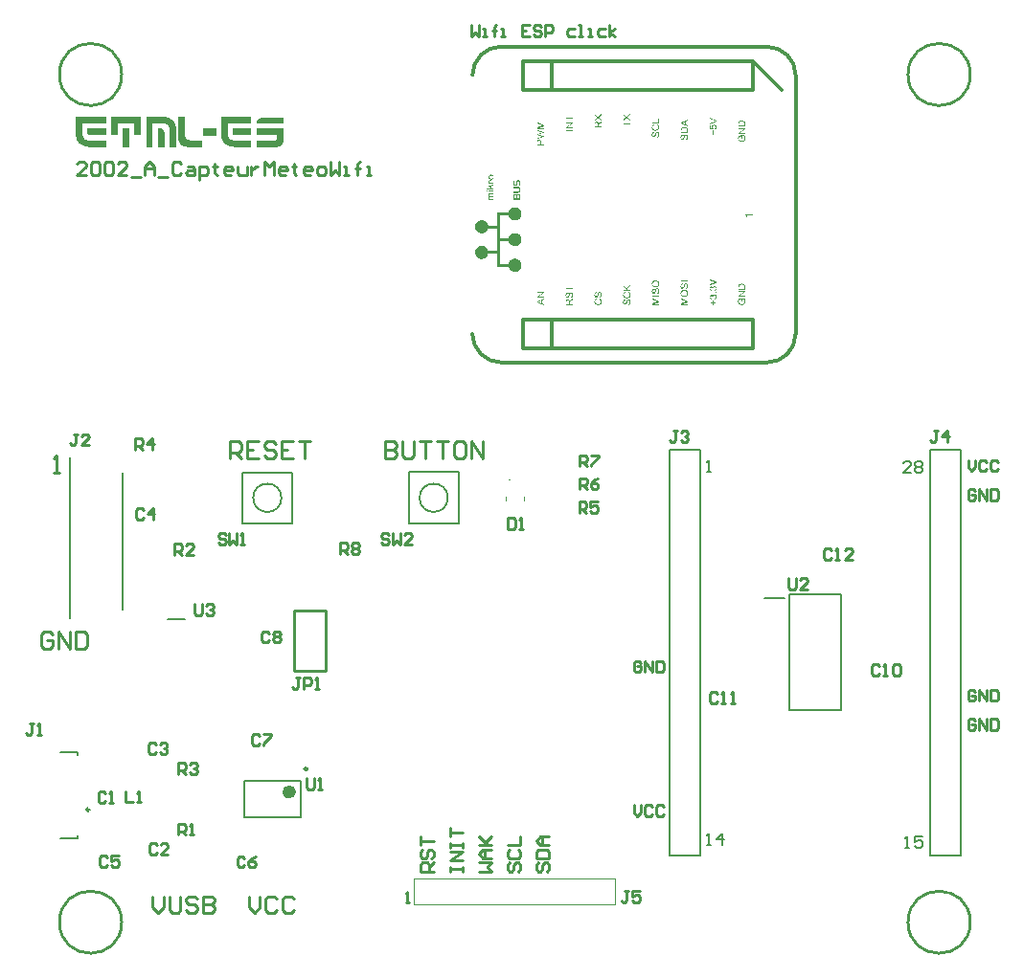
<source format=gbr>
%TF.GenerationSoftware,Altium Limited,Altium Designer,19.1.6 (110)*%
G04 Layer_Color=65535*
%FSLAX43Y43*%
%MOMM*%
%TF.FileFunction,Legend,Top*%
%TF.Part,Single*%
G01*
G75*
%TA.AperFunction,NonConductor*%
%ADD37C,0.254*%
%ADD38C,0.100*%
%ADD39C,0.127*%
%ADD40C,0.600*%
%ADD41C,0.250*%
%ADD42C,0.305*%
%ADD43C,0.200*%
%ADD44C,0.022*%
%ADD45C,0.152*%
G36*
X23573Y77146D02*
X21152D01*
X21155Y77196D01*
X21158Y77240D01*
X21166Y77285D01*
X21177Y77324D01*
X21191Y77363D01*
X21208Y77396D01*
X21244Y77460D01*
X21288Y77510D01*
X21338Y77554D01*
X21391Y77590D01*
X21446Y77618D01*
X21502Y77640D01*
X21555Y77657D01*
X21605Y77668D01*
X21649Y77676D01*
X21685Y77682D01*
X21716Y77685D01*
X23573D01*
Y77146D01*
D02*
G37*
G36*
X20697Y76124D02*
X19212D01*
X19195Y76127D01*
X19170Y76133D01*
X19145Y76144D01*
X19117Y76160D01*
X19092Y76185D01*
X19084Y76202D01*
X19076Y76224D01*
X19073Y76247D01*
X19070Y76272D01*
Y76716D01*
X20697D01*
Y76124D01*
D02*
G37*
G36*
X10977D02*
X10386D01*
Y77160D01*
X8906D01*
Y76124D01*
X8315D01*
Y77751D01*
X10977D01*
Y76124D01*
D02*
G37*
G36*
X7862D02*
X6377D01*
X6360Y76127D01*
X6335Y76133D01*
X6310Y76144D01*
X6283Y76160D01*
X6258Y76185D01*
X6249Y76202D01*
X6241Y76224D01*
X6238Y76247D01*
X6236Y76272D01*
Y76716D01*
X7862D01*
Y76124D01*
D02*
G37*
G36*
X17651Y76055D02*
X16419D01*
Y76705D01*
X17651D01*
Y76055D01*
D02*
G37*
G36*
X20697Y77160D02*
X18626D01*
Y77157D01*
Y77154D01*
Y77146D01*
Y77132D01*
Y77113D01*
Y77085D01*
Y77049D01*
Y77027D01*
Y77002D01*
Y76974D01*
Y76941D01*
Y76907D01*
Y76871D01*
Y76830D01*
Y76785D01*
Y76735D01*
Y76682D01*
Y76624D01*
Y76563D01*
Y76499D01*
Y76427D01*
Y76352D01*
Y76272D01*
Y76269D01*
Y76266D01*
Y76258D01*
Y76247D01*
X18629Y76216D01*
X18634Y76180D01*
X18645Y76133D01*
X18656Y76083D01*
X18676Y76030D01*
X18701Y75975D01*
X18731Y75919D01*
X18770Y75866D01*
X18817Y75816D01*
X18876Y75772D01*
X18909Y75752D01*
X18942Y75733D01*
X18981Y75719D01*
X19023Y75705D01*
X19067Y75694D01*
X19114Y75686D01*
X19164Y75683D01*
X19217Y75680D01*
X20697D01*
Y75089D01*
X19189D01*
X19167Y75092D01*
X19139Y75094D01*
X19109Y75097D01*
X19073Y75100D01*
X19031Y75108D01*
X18989Y75117D01*
X18942Y75125D01*
X18842Y75150D01*
X18790Y75169D01*
X18737Y75189D01*
X18681Y75211D01*
X18626Y75236D01*
X18570Y75267D01*
X18515Y75300D01*
X18462Y75336D01*
X18409Y75378D01*
X18357Y75422D01*
X18309Y75472D01*
X18262Y75528D01*
X18220Y75589D01*
X18179Y75652D01*
X18143Y75725D01*
X18112Y75800D01*
X18084Y75880D01*
X18065Y75969D01*
X18048Y76063D01*
X18037Y76163D01*
X18034Y76272D01*
Y77751D01*
X20697D01*
Y77160D01*
D02*
G37*
G36*
X14845Y76197D02*
Y76194D01*
Y76191D01*
Y76174D01*
X14847Y76149D01*
X14853Y76116D01*
X14858Y76074D01*
X14870Y76030D01*
X14886Y75983D01*
X14906Y75936D01*
X14933Y75886D01*
X14967Y75841D01*
X15008Y75797D01*
X15058Y75758D01*
X15119Y75725D01*
X15189Y75700D01*
X15228Y75691D01*
X15269Y75686D01*
X15314Y75680D01*
X16324D01*
Y75089D01*
X15064D01*
X15047Y75092D01*
X15028D01*
X15006Y75094D01*
X14981Y75097D01*
X14953Y75103D01*
X14892Y75114D01*
X14820Y75133D01*
X14745Y75158D01*
X14670Y75192D01*
X14592Y75236D01*
X14553Y75261D01*
X14517Y75292D01*
X14481Y75322D01*
X14445Y75358D01*
X14414Y75394D01*
X14384Y75436D01*
X14356Y75483D01*
X14331Y75530D01*
X14309Y75583D01*
X14289Y75641D01*
X14273Y75702D01*
X14262Y75769D01*
X14256Y75838D01*
X14253Y75913D01*
Y77751D01*
X14845D01*
Y76197D01*
D02*
G37*
G36*
X13065Y77748D02*
X13159Y77740D01*
X13248Y77724D01*
X13329Y77704D01*
X13407Y77679D01*
X13476Y77649D01*
X13543Y77615D01*
X13604Y77579D01*
X13659Y77538D01*
X13709Y77496D01*
X13756Y77451D01*
X13798Y77401D01*
X13837Y77354D01*
X13870Y77304D01*
X13903Y77252D01*
X13928Y77202D01*
X13953Y77149D01*
X13976Y77099D01*
X13992Y77046D01*
X14009Y76999D01*
X14034Y76905D01*
X14042Y76863D01*
X14051Y76821D01*
X14056Y76785D01*
X14059Y76752D01*
X14064Y76721D01*
Y76696D01*
X14067Y76677D01*
Y76660D01*
Y76652D01*
Y76649D01*
Y75089D01*
X13476D01*
Y76649D01*
Y76696D01*
X13470Y76738D01*
X13462Y76780D01*
X13454Y76818D01*
X13429Y76885D01*
X13395Y76943D01*
X13357Y76993D01*
X13315Y77035D01*
X13268Y77068D01*
X13220Y77096D01*
X13173Y77118D01*
X13126Y77132D01*
X13084Y77143D01*
X13046Y77152D01*
X13012Y77157D01*
X12987Y77160D01*
X11996D01*
Y75089D01*
X11405D01*
Y77751D01*
X12965D01*
X13065Y77748D01*
D02*
G37*
G36*
X12749Y76713D02*
X12768Y76710D01*
X12790Y76702D01*
X12818Y76694D01*
X12846Y76680D01*
X12876Y76663D01*
X12904Y76644D01*
X12935Y76616D01*
X12960Y76582D01*
X12985Y76544D01*
X13004Y76496D01*
X13018Y76444D01*
X13029Y76383D01*
X13032Y76310D01*
Y75089D01*
X12440D01*
Y76716D01*
X12732D01*
X12749Y76713D01*
D02*
G37*
G36*
X9942Y75089D02*
X9350D01*
Y76716D01*
X9942D01*
Y75089D01*
D02*
G37*
G36*
X7862Y77160D02*
X5791D01*
Y77157D01*
Y77154D01*
Y77146D01*
Y77132D01*
Y77113D01*
Y77085D01*
Y77049D01*
Y77027D01*
Y77002D01*
Y76974D01*
Y76941D01*
Y76907D01*
Y76871D01*
Y76830D01*
Y76785D01*
Y76735D01*
Y76682D01*
Y76624D01*
Y76563D01*
Y76499D01*
Y76427D01*
Y76352D01*
Y76272D01*
Y76269D01*
Y76266D01*
Y76258D01*
Y76247D01*
X5794Y76216D01*
X5800Y76180D01*
X5811Y76133D01*
X5822Y76083D01*
X5841Y76030D01*
X5866Y75975D01*
X5897Y75919D01*
X5936Y75866D01*
X5983Y75816D01*
X6041Y75772D01*
X6075Y75752D01*
X6108Y75733D01*
X6147Y75719D01*
X6188Y75705D01*
X6233Y75694D01*
X6280Y75686D01*
X6330Y75683D01*
X6383Y75680D01*
X7862D01*
Y75089D01*
X6355D01*
X6333Y75092D01*
X6305Y75094D01*
X6274Y75097D01*
X6238Y75100D01*
X6197Y75108D01*
X6155Y75117D01*
X6108Y75125D01*
X6008Y75150D01*
X5955Y75169D01*
X5902Y75189D01*
X5847Y75211D01*
X5791Y75236D01*
X5736Y75267D01*
X5680Y75300D01*
X5628Y75336D01*
X5575Y75378D01*
X5522Y75422D01*
X5475Y75472D01*
X5428Y75528D01*
X5386Y75589D01*
X5344Y75652D01*
X5308Y75725D01*
X5278Y75800D01*
X5250Y75880D01*
X5231Y75969D01*
X5214Y76063D01*
X5203Y76163D01*
X5200Y76272D01*
Y77751D01*
X7862D01*
Y77160D01*
D02*
G37*
G36*
X23565Y75750D02*
X23562Y75689D01*
X23556Y75630D01*
X23548Y75577D01*
X23534Y75528D01*
X23517Y75480D01*
X23498Y75439D01*
X23476Y75397D01*
X23454Y75361D01*
X23429Y75328D01*
X23401Y75294D01*
X23340Y75242D01*
X23276Y75197D01*
X23212Y75161D01*
X23145Y75133D01*
X23082Y75111D01*
X23023Y75097D01*
X22971Y75086D01*
X22923Y75081D01*
X22907Y75078D01*
X22890D01*
X22876Y75075D01*
X21155D01*
Y75669D01*
X22776Y75672D01*
X22798Y75675D01*
X22818Y75680D01*
X22854Y75697D01*
X22887Y75722D01*
X22912Y75752D01*
X22932Y75791D01*
X22948Y75833D01*
X22962Y75877D01*
X22971Y75925D01*
X22976Y75972D01*
X22982Y76016D01*
X22984Y76058D01*
Y76094D01*
Y76127D01*
X22982Y76149D01*
Y76166D01*
Y76172D01*
X21149D01*
Y76735D01*
X23565D01*
Y75750D01*
D02*
G37*
G36*
X65010Y69009D02*
X64510D01*
X64511Y69008D01*
X64515Y69004D01*
X64520Y68998D01*
X64527Y68989D01*
X64535Y68979D01*
X64544Y68966D01*
X64554Y68951D01*
X64564Y68934D01*
Y68933D01*
X64565Y68932D01*
X64569Y68927D01*
X64574Y68918D01*
X64579Y68907D01*
X64586Y68894D01*
X64592Y68880D01*
X64599Y68866D01*
X64604Y68852D01*
X64528D01*
Y68853D01*
X64527Y68855D01*
X64526Y68858D01*
X64523Y68863D01*
X64520Y68869D01*
X64516Y68875D01*
X64507Y68891D01*
X64497Y68909D01*
X64484Y68928D01*
X64469Y68947D01*
X64453Y68967D01*
X64453Y68968D01*
X64452Y68968D01*
X64449Y68971D01*
X64446Y68975D01*
X64437Y68983D01*
X64426Y68994D01*
X64413Y69005D01*
X64398Y69017D01*
X64383Y69028D01*
X64367Y69037D01*
Y69088D01*
X65010D01*
Y69009D01*
D02*
G37*
G36*
X44319Y72158D02*
X44331Y72156D01*
X44346Y72153D01*
X44362Y72148D01*
X44378Y72143D01*
X44393Y72135D01*
X44395Y72134D01*
X44400Y72132D01*
X44406Y72126D01*
X44416Y72119D01*
X44425Y72109D01*
X44435Y72098D01*
X44445Y72085D01*
X44454Y72070D01*
Y72069D01*
X44454Y72068D01*
X44457Y72062D01*
X44461Y72054D01*
X44465Y72044D01*
Y72043D01*
X44466Y72041D01*
Y72038D01*
X44466Y72035D01*
X44469Y72024D01*
X44471Y72011D01*
Y72009D01*
X44472Y72005D01*
Y71999D01*
X44473Y71994D01*
Y71987D01*
X44474Y71971D01*
Y71664D01*
X44396D01*
Y71938D01*
X44395Y71944D01*
Y71950D01*
X44393Y71966D01*
X44391Y71982D01*
X44387Y71999D01*
X44382Y72013D01*
X44379Y72021D01*
X44375Y72026D01*
X44374Y72027D01*
X44370Y72031D01*
X44366Y72036D01*
X44357Y72041D01*
X44348Y72047D01*
X44335Y72051D01*
X44319Y72055D01*
X44302Y72056D01*
X44300D01*
X44296D01*
X44290Y72055D01*
X44282Y72054D01*
X44273Y72052D01*
X44263Y72049D01*
X44254Y72046D01*
X44245Y72041D01*
X44244Y72040D01*
X44241Y72038D01*
X44237Y72036D01*
X44232Y72031D01*
X44227Y72025D01*
X44221Y72018D01*
X44217Y72010D01*
X44213Y72000D01*
Y71999D01*
X44212Y71999D01*
Y71995D01*
X44211Y71991D01*
X44210Y71987D01*
X44209Y71981D01*
X44209Y71967D01*
Y71963D01*
X44208Y71959D01*
Y71944D01*
X44207Y71935D01*
Y71839D01*
X44206Y71826D01*
X44205Y71810D01*
X44204Y71794D01*
X44202Y71779D01*
X44200Y71764D01*
Y71762D01*
X44198Y71758D01*
X44196Y71751D01*
X44195Y71742D01*
X44191Y71733D01*
X44187Y71723D01*
X44182Y71713D01*
X44176Y71704D01*
X44175Y71703D01*
X44172Y71699D01*
X44168Y71693D01*
X44162Y71687D01*
X44154Y71680D01*
X44146Y71671D01*
X44135Y71664D01*
X44123Y71657D01*
X44122Y71656D01*
X44118Y71655D01*
X44111Y71653D01*
X44101Y71650D01*
X44090Y71646D01*
X44077Y71644D01*
X44063Y71643D01*
X44048Y71642D01*
X44047D01*
X44045D01*
X44043D01*
X44039D01*
X44029Y71643D01*
X44016Y71644D01*
X44002Y71647D01*
X43987Y71652D01*
X43971Y71657D01*
X43955Y71665D01*
X43954D01*
X43953Y71666D01*
X43949Y71669D01*
X43940Y71675D01*
X43931Y71682D01*
X43921Y71692D01*
X43910Y71703D01*
X43899Y71715D01*
X43890Y71729D01*
X43889Y71730D01*
X43888Y71734D01*
X43885Y71740D01*
X43882Y71747D01*
X43878Y71755D01*
X43876Y71766D01*
X43873Y71778D01*
X43870Y71790D01*
Y71791D01*
X43869Y71796D01*
X43868Y71803D01*
X43866Y71814D01*
X43866Y71827D01*
X43865Y71842D01*
X43864Y71860D01*
Y72130D01*
X43941D01*
Y71865D01*
X43942Y71856D01*
Y71846D01*
X43943Y71836D01*
X43944Y71826D01*
X43946Y71816D01*
Y71815D01*
X43947Y71813D01*
X43948Y71809D01*
X43949Y71804D01*
X43953Y71792D01*
X43959Y71780D01*
X43960Y71779D01*
X43961Y71778D01*
X43964Y71775D01*
X43967Y71771D01*
X43972Y71767D01*
X43976Y71763D01*
X43990Y71754D01*
X43991D01*
X43994Y71753D01*
X43998Y71752D01*
X44003Y71750D01*
X44010Y71748D01*
X44017Y71747D01*
X44034Y71745D01*
X44035D01*
X44036D01*
X44041Y71746D01*
X44049Y71747D01*
X44060Y71749D01*
X44071Y71753D01*
X44082Y71758D01*
X44092Y71766D01*
X44100Y71776D01*
X44101Y71778D01*
X44103Y71781D01*
X44106Y71790D01*
X44110Y71800D01*
X44113Y71815D01*
X44114Y71823D01*
X44116Y71832D01*
X44117Y71842D01*
X44118Y71854D01*
X44119Y71866D01*
Y71950D01*
X44120Y71962D01*
Y71974D01*
X44121Y71985D01*
Y71989D01*
X44122Y71995D01*
X44123Y72001D01*
X44123Y72010D01*
X44124Y72018D01*
X44127Y72035D01*
Y72036D01*
X44128Y72038D01*
X44129Y72042D01*
X44130Y72048D01*
X44134Y72060D01*
X44138Y72072D01*
Y72073D01*
X44139Y72074D01*
X44141Y72077D01*
X44143Y72081D01*
X44148Y72089D01*
X44155Y72099D01*
X44156Y72100D01*
X44160Y72104D01*
X44164Y72109D01*
X44172Y72116D01*
X44181Y72122D01*
X44191Y72130D01*
X44203Y72136D01*
X44217Y72143D01*
X44219Y72144D01*
X44223Y72146D01*
X44231Y72147D01*
X44241Y72151D01*
X44253Y72154D01*
X44267Y72156D01*
X44282Y72158D01*
X44299Y72159D01*
X44300D01*
X44302D01*
X44305D01*
X44308D01*
X44319Y72158D01*
D02*
G37*
G36*
X44257Y71550D02*
X44269D01*
X44282Y71549D01*
X44294Y71548D01*
X44295D01*
X44298D01*
X44304Y71547D01*
X44311Y71546D01*
X44319Y71546D01*
X44329Y71544D01*
X44346Y71540D01*
X44347D01*
X44350Y71539D01*
X44355Y71537D01*
X44359Y71535D01*
X44372Y71530D01*
X44385Y71522D01*
X44386D01*
X44388Y71521D01*
X44391Y71519D01*
X44395Y71515D01*
X44405Y71507D01*
X44417Y71496D01*
X44417Y71495D01*
X44419Y71492D01*
X44423Y71488D01*
X44427Y71482D01*
X44431Y71474D01*
X44437Y71465D01*
X44443Y71454D01*
X44449Y71441D01*
X44455Y71427D01*
X44462Y71411D01*
X44467Y71393D01*
X44472Y71374D01*
X44476Y71352D01*
X44479Y71329D01*
X44481Y71305D01*
X44482Y71278D01*
Y71265D01*
X44481Y71259D01*
Y71252D01*
X44479Y71234D01*
X44478Y71214D01*
X44474Y71192D01*
X44468Y71171D01*
X44462Y71151D01*
Y71150D01*
X44461Y71149D01*
X44460Y71146D01*
X44458Y71142D01*
X44453Y71133D01*
X44445Y71121D01*
X44436Y71108D01*
X44424Y71094D01*
X44410Y71081D01*
X44394Y71068D01*
X44393D01*
X44392Y71067D01*
X44389Y71065D01*
X44385Y71063D01*
X44376Y71056D01*
X44364Y71051D01*
X44363D01*
X44361Y71050D01*
X44357Y71049D01*
X44353Y71047D01*
X44342Y71043D01*
X44328Y71040D01*
X44327D01*
X44324Y71039D01*
X44320Y71038D01*
X44315Y71037D01*
X44308Y71036D01*
X44300Y71035D01*
X44283Y71033D01*
X44282D01*
X44279D01*
X44274Y71032D01*
X44267D01*
X44258D01*
X44248Y71031D01*
X44238D01*
X44226D01*
X43864D01*
Y71129D01*
X44226D01*
X44227D01*
X44229D01*
X44232D01*
X44235D01*
X44245D01*
X44257Y71130D01*
X44270Y71131D01*
X44284Y71132D01*
X44298Y71134D01*
X44310Y71136D01*
X44311D01*
X44315Y71138D01*
X44320Y71139D01*
X44327Y71141D01*
X44343Y71149D01*
X44351Y71154D01*
X44358Y71159D01*
X44359Y71160D01*
X44360Y71161D01*
X44363Y71164D01*
X44366Y71166D01*
X44369Y71171D01*
X44373Y71177D01*
X44378Y71183D01*
X44381Y71190D01*
X44386Y71199D01*
X44391Y71209D01*
X44394Y71219D01*
X44398Y71231D01*
X44401Y71244D01*
X44404Y71259D01*
X44405Y71274D01*
X44405Y71290D01*
Y71299D01*
X44405Y71309D01*
X44404Y71321D01*
X44402Y71335D01*
X44399Y71350D01*
X44395Y71364D01*
X44391Y71379D01*
X44390Y71381D01*
X44388Y71386D01*
X44384Y71392D01*
X44379Y71400D01*
X44372Y71410D01*
X44365Y71419D01*
X44356Y71427D01*
X44344Y71435D01*
X44343Y71435D01*
X44339Y71437D01*
X44333Y71440D01*
X44326Y71443D01*
X44325D01*
X44324Y71444D01*
X44319Y71445D01*
X44311Y71447D01*
X44301Y71448D01*
X44300D01*
X44298Y71449D01*
X44295D01*
X44292Y71450D01*
X44286D01*
X44281Y71451D01*
X44267Y71452D01*
X44266D01*
X44263D01*
X44258D01*
X44253Y71453D01*
X44246D01*
X44238D01*
X44229D01*
X44219D01*
X43864D01*
Y71551D01*
X44219D01*
X44220D01*
X44221D01*
X44226D01*
X44234D01*
X44245D01*
X44257Y71550D01*
D02*
G37*
G36*
X44318Y70937D02*
X44329Y70936D01*
X44342Y70933D01*
X44356Y70931D01*
X44370Y70926D01*
X44384Y70920D01*
X44386Y70919D01*
X44391Y70916D01*
X44397Y70912D01*
X44405Y70907D01*
X44415Y70899D01*
X44424Y70890D01*
X44434Y70879D01*
X44442Y70867D01*
X44443Y70866D01*
X44445Y70862D01*
X44448Y70857D01*
X44452Y70848D01*
X44455Y70839D01*
X44460Y70827D01*
X44464Y70814D01*
X44466Y70799D01*
Y70798D01*
X44467Y70792D01*
X44468Y70783D01*
X44470Y70771D01*
X44471Y70756D01*
X44473Y70737D01*
X44474Y70717D01*
Y70427D01*
X43864D01*
Y70740D01*
X43865Y70749D01*
Y70760D01*
X43866Y70781D01*
Y70786D01*
X43867Y70790D01*
X43868Y70797D01*
X43870Y70811D01*
X43874Y70827D01*
Y70828D01*
X43875Y70831D01*
X43876Y70835D01*
X43878Y70839D01*
X43882Y70850D01*
X43889Y70861D01*
Y70862D01*
X43890Y70864D01*
X43892Y70867D01*
X43895Y70871D01*
X43902Y70879D01*
X43912Y70889D01*
X43913Y70890D01*
X43915Y70892D01*
X43920Y70896D01*
X43926Y70900D01*
X43933Y70905D01*
X43941Y70909D01*
X43951Y70914D01*
X43961Y70919D01*
X43962Y70920D01*
X43965Y70921D01*
X43971Y70922D01*
X43978Y70924D01*
X43988Y70926D01*
X43998Y70927D01*
X44008Y70929D01*
X44020D01*
X44021D01*
X44025D01*
X44029Y70928D01*
X44036Y70927D01*
X44044Y70926D01*
X44053Y70924D01*
X44063Y70921D01*
X44074Y70917D01*
X44086Y70912D01*
X44097Y70906D01*
X44109Y70898D01*
X44120Y70889D01*
X44131Y70878D01*
X44142Y70866D01*
X44152Y70851D01*
X44160Y70835D01*
Y70835D01*
X44161Y70837D01*
X44162Y70840D01*
X44164Y70844D01*
X44169Y70853D01*
X44174Y70865D01*
X44182Y70878D01*
X44191Y70892D01*
X44201Y70904D01*
X44213Y70914D01*
X44215Y70915D01*
X44220Y70918D01*
X44226Y70921D01*
X44236Y70926D01*
X44249Y70931D01*
X44264Y70934D01*
X44282Y70937D01*
X44301Y70938D01*
X44302D01*
X44303D01*
X44308D01*
X44318Y70937D01*
D02*
G37*
G36*
X41934Y72647D02*
X41943Y72646D01*
X41953Y72645D01*
X41964Y72643D01*
X41977Y72640D01*
X42004Y72633D01*
X42018Y72628D01*
X42031Y72623D01*
X42045Y72615D01*
X42058Y72607D01*
X42071Y72598D01*
X42082Y72587D01*
X42083Y72587D01*
X42084Y72585D01*
X42087Y72581D01*
X42091Y72576D01*
X42096Y72571D01*
X42100Y72563D01*
X42106Y72554D01*
X42110Y72545D01*
X42116Y72533D01*
X42121Y72521D01*
X42126Y72507D01*
X42131Y72492D01*
X42134Y72477D01*
X42137Y72459D01*
X42139Y72440D01*
X42140Y72421D01*
Y72411D01*
X42139Y72403D01*
X42138Y72393D01*
X42137Y72383D01*
X42135Y72371D01*
X42133Y72358D01*
X42126Y72330D01*
X42121Y72317D01*
X42117Y72303D01*
X42110Y72289D01*
X42103Y72275D01*
X42095Y72263D01*
X42084Y72251D01*
X42084Y72250D01*
X42082Y72248D01*
X42079Y72245D01*
X42074Y72242D01*
X42068Y72237D01*
X42061Y72232D01*
X42053Y72227D01*
X42043Y72222D01*
X42032Y72217D01*
X42020Y72211D01*
X42007Y72207D01*
X41992Y72202D01*
X41976Y72198D01*
X41960Y72195D01*
X41941Y72194D01*
X41922Y72193D01*
X41921D01*
X41919D01*
X41916D01*
X41912D01*
X41903Y72194D01*
X41890Y72195D01*
X41875Y72196D01*
X41859Y72199D01*
X41842Y72203D01*
X41826Y72207D01*
X41825D01*
X41824Y72208D01*
X41818Y72210D01*
X41810Y72214D01*
X41800Y72219D01*
X41788Y72225D01*
X41776Y72232D01*
X41764Y72241D01*
X41752Y72251D01*
X41750Y72252D01*
X41746Y72257D01*
X41741Y72262D01*
X41733Y72270D01*
X41725Y72281D01*
X41716Y72293D01*
X41709Y72307D01*
X41703Y72322D01*
Y72323D01*
X41702Y72324D01*
X41701Y72327D01*
X41700Y72330D01*
X41697Y72339D01*
X41694Y72351D01*
X41692Y72367D01*
X41689Y72384D01*
X41687Y72404D01*
X41686Y72426D01*
Y72436D01*
X41687Y72443D01*
X41688Y72453D01*
X41689Y72463D01*
X41691Y72474D01*
X41693Y72487D01*
X41701Y72513D01*
X41705Y72526D01*
X41711Y72540D01*
X41718Y72554D01*
X41727Y72567D01*
X41736Y72579D01*
X41746Y72590D01*
X41747Y72591D01*
X41749Y72593D01*
X41753Y72596D01*
X41757Y72600D01*
X41763Y72603D01*
X41771Y72609D01*
X41779Y72613D01*
X41790Y72619D01*
X41801Y72624D01*
X41814Y72629D01*
X41827Y72635D01*
X41843Y72638D01*
X41859Y72642D01*
X41877Y72645D01*
X41896Y72647D01*
X41916Y72648D01*
X41917D01*
X41921D01*
X41926D01*
X41934Y72647D01*
D02*
G37*
G36*
X41892Y72060D02*
X41849D01*
X41848D01*
X41847D01*
X41840D01*
X41832Y72060D01*
X41822Y72059D01*
X41811Y72056D01*
X41801Y72053D01*
X41790Y72048D01*
X41783Y72043D01*
X41782Y72042D01*
X41780Y72039D01*
X41777Y72036D01*
X41774Y72029D01*
X41771Y72020D01*
X41768Y72009D01*
X41766Y71996D01*
X41765Y71979D01*
Y71945D01*
X42136D01*
Y71856D01*
X41691D01*
Y71990D01*
X41692Y72002D01*
X41692Y72016D01*
X41693Y72030D01*
X41695Y72044D01*
X41698Y72056D01*
Y72057D01*
X41700Y72061D01*
X41702Y72067D01*
X41704Y72073D01*
X41708Y72082D01*
X41713Y72091D01*
X41718Y72099D01*
X41725Y72108D01*
X41726Y72109D01*
X41728Y72111D01*
X41732Y72114D01*
X41738Y72119D01*
X41744Y72123D01*
X41752Y72128D01*
X41761Y72132D01*
X41770Y72135D01*
X41771D01*
X41775Y72136D01*
X41781Y72138D01*
X41790Y72140D01*
X41801Y72141D01*
X41814Y72143D01*
X41830Y72144D01*
X41849D01*
X41892D01*
Y72060D01*
D02*
G37*
G36*
X41866Y71557D02*
Y71616D01*
X41867Y71626D01*
X41868Y71637D01*
X41870Y71649D01*
X41873Y71661D01*
X41875Y71672D01*
Y71673D01*
X41877Y71677D01*
X41879Y71682D01*
X41882Y71689D01*
X41886Y71696D01*
X41890Y71705D01*
X41897Y71712D01*
X41903Y71719D01*
X41904Y71720D01*
X41906Y71722D01*
X41910Y71725D01*
X41915Y71729D01*
X41922Y71733D01*
X41928Y71737D01*
X41937Y71741D01*
X41946Y71743D01*
X41947D01*
X41950Y71744D01*
X41956Y71746D01*
X41964Y71747D01*
X41973Y71749D01*
X41986Y71750D01*
X42000Y71751D01*
X42016D01*
X42136D01*
Y71662D01*
X42035D01*
X42033D01*
X42028D01*
X42022D01*
X42012Y71661D01*
X41994Y71660D01*
X41985Y71658D01*
X41977Y71656D01*
X41976D01*
X41974Y71656D01*
X41971Y71654D01*
X41967Y71652D01*
X41957Y71645D01*
X41949Y71636D01*
X41948Y71635D01*
X41946Y71632D01*
X41943Y71626D01*
X41940Y71620D01*
X41939Y71619D01*
X41938Y71615D01*
X41937Y71608D01*
X41935Y71600D01*
Y71598D01*
X41934Y71593D01*
X41933Y71584D01*
X41932Y71573D01*
Y71567D01*
X41931Y71562D01*
Y71451D01*
X42136D01*
Y71362D01*
X41526D01*
Y71451D01*
X41866D01*
X41691Y71662D01*
Y71775D01*
X41866Y71557D01*
D02*
G37*
G36*
X42136Y71147D02*
X41691D01*
Y71236D01*
X42136D01*
Y71147D01*
D02*
G37*
G36*
X41618D02*
X41526D01*
Y71236D01*
X41618D01*
Y71147D01*
D02*
G37*
G36*
X42136Y70938D02*
X41862D01*
X41861D01*
X41859D01*
X41856D01*
X41852D01*
X41842Y70937D01*
X41831Y70935D01*
X41818Y70933D01*
X41805Y70929D01*
X41793Y70923D01*
X41784Y70916D01*
X41783Y70915D01*
X41780Y70911D01*
X41777Y70906D01*
X41773Y70898D01*
X41769Y70887D01*
X41765Y70873D01*
X41763Y70857D01*
X41762Y70837D01*
Y70769D01*
X42136D01*
Y70680D01*
X41762D01*
Y70516D01*
X42136D01*
Y70427D01*
X41691D01*
Y70867D01*
X41692Y70877D01*
Y70896D01*
X41692Y70902D01*
X41693Y70916D01*
X41696Y70930D01*
Y70931D01*
X41697Y70933D01*
X41698Y70936D01*
X41699Y70940D01*
X41702Y70949D01*
X41706Y70958D01*
Y70959D01*
X41707Y70960D01*
X41710Y70966D01*
X41716Y70974D01*
X41723Y70983D01*
Y70984D01*
X41725Y70985D01*
X41729Y70991D01*
X41737Y70997D01*
X41746Y71004D01*
X41747D01*
X41748Y71006D01*
X41751Y71007D01*
X41754Y71008D01*
X41763Y71013D01*
X41774Y71017D01*
X41775D01*
X41777Y71018D01*
X41780Y71019D01*
X41784Y71019D01*
X41790Y71021D01*
X41796Y71022D01*
X41812Y71024D01*
X41813D01*
X41815Y71025D01*
X41820D01*
X41826Y71026D01*
X41833D01*
X41841Y71027D01*
X41851D01*
X41862D01*
X42136D01*
Y70938D01*
D02*
G37*
G36*
X46595Y77214D02*
X46060D01*
X46595Y77027D01*
Y76951D01*
X46050Y76766D01*
X46595D01*
Y76685D01*
X45955D01*
Y76812D01*
X46409Y76963D01*
X46410D01*
X46412Y76964D01*
X46415Y76965D01*
X46419Y76967D01*
X46430Y76971D01*
X46444Y76975D01*
X46460Y76980D01*
X46476Y76986D01*
X46491Y76990D01*
X46504Y76994D01*
X46502Y76995D01*
X46497Y76996D01*
X46489Y76998D01*
X46478Y77002D01*
X46463Y77007D01*
X46445Y77013D01*
X46425Y77020D01*
X46401Y77028D01*
X45955Y77182D01*
Y77295D01*
X46595D01*
Y77214D01*
D02*
G37*
G36*
Y76433D02*
Y76349D01*
X46108Y76215D01*
X46107D01*
X46105Y76214D01*
X46102Y76214D01*
X46098Y76213D01*
X46087Y76210D01*
X46075Y76207D01*
X46063Y76203D01*
X46050Y76200D01*
X46040Y76197D01*
X46036Y76196D01*
X46033Y76195D01*
X46034D01*
X46035Y76194D01*
X46040Y76193D01*
X46049Y76191D01*
X46059Y76189D01*
X46070Y76186D01*
X46083Y76182D01*
X46096Y76179D01*
X46108Y76176D01*
X46595Y76041D01*
Y75952D01*
X45955Y75785D01*
Y75872D01*
X46375Y75968D01*
X46376D01*
X46378Y75969D01*
X46381Y75969D01*
X46386Y75970D01*
X46393Y75971D01*
X46399Y75973D01*
X46407Y75975D01*
X46417Y75977D01*
X46436Y75981D01*
X46458Y75986D01*
X46482Y75991D01*
X46506Y75995D01*
X46505D01*
X46502Y75996D01*
X46497Y75998D01*
X46490Y75999D01*
X46482Y76001D01*
X46473Y76004D01*
X46453Y76008D01*
X46432Y76014D01*
X46422Y76016D01*
X46413Y76018D01*
X46405Y76020D01*
X46397Y76022D01*
X46392Y76024D01*
X46388Y76025D01*
X45955Y76146D01*
Y76249D01*
X46280Y76339D01*
X46281D01*
X46285Y76341D01*
X46292Y76343D01*
X46300Y76345D01*
X46311Y76348D01*
X46323Y76351D01*
X46337Y76355D01*
X46353Y76359D01*
X46370Y76363D01*
X46388Y76367D01*
X46426Y76375D01*
X46466Y76384D01*
X46506Y76390D01*
X46505D01*
X46504Y76391D01*
X46500D01*
X46495Y76393D01*
X46490Y76394D01*
X46483Y76396D01*
X46475Y76397D01*
X46466Y76399D01*
X46445Y76404D01*
X46421Y76410D01*
X46395Y76415D01*
X46367Y76422D01*
X45955Y76522D01*
Y76608D01*
X46595Y76433D01*
D02*
G37*
G36*
X46155Y75735D02*
X46161Y75734D01*
X46170Y75733D01*
X46179Y75731D01*
X46189Y75729D01*
X46210Y75723D01*
X46222Y75719D01*
X46234Y75713D01*
X46246Y75707D01*
X46257Y75700D01*
X46268Y75692D01*
X46279Y75683D01*
X46280Y75682D01*
X46282Y75680D01*
X46284Y75677D01*
X46287Y75673D01*
X46292Y75667D01*
X46296Y75660D01*
X46302Y75650D01*
X46307Y75640D01*
X46312Y75628D01*
X46318Y75614D01*
X46322Y75600D01*
X46326Y75582D01*
X46330Y75564D01*
X46332Y75543D01*
X46334Y75520D01*
X46335Y75496D01*
Y75332D01*
X46595D01*
Y75247D01*
X45955D01*
Y75510D01*
X45956Y75524D01*
X45957Y75540D01*
X45958Y75556D01*
X45960Y75572D01*
X45962Y75586D01*
Y75588D01*
X45964Y75594D01*
X45965Y75602D01*
X45968Y75613D01*
X45973Y75626D01*
X45978Y75638D01*
X45985Y75652D01*
X45992Y75664D01*
X45993Y75666D01*
X45996Y75670D01*
X46001Y75675D01*
X46008Y75683D01*
X46016Y75691D01*
X46027Y75699D01*
X46039Y75709D01*
X46053Y75716D01*
X46055Y75717D01*
X46060Y75719D01*
X46068Y75723D01*
X46079Y75726D01*
X46092Y75729D01*
X46107Y75733D01*
X46124Y75735D01*
X46141Y75736D01*
X46142D01*
X46145D01*
X46148D01*
X46155Y75735D01*
D02*
G37*
G36*
X46595Y62187D02*
X46093Y61852D01*
X46595D01*
Y61771D01*
X45955D01*
Y61858D01*
X46458Y62193D01*
X45955D01*
Y62275D01*
X46595D01*
Y62187D01*
D02*
G37*
G36*
Y61607D02*
X46401Y61532D01*
Y61264D01*
X46595Y61195D01*
Y61105D01*
X45955Y61349D01*
Y61442D01*
X46595Y61703D01*
Y61607D01*
D02*
G37*
G36*
X61835Y77426D02*
Y77338D01*
X61195Y77090D01*
Y77182D01*
X61660Y77349D01*
X61661D01*
X61663Y77350D01*
X61666Y77351D01*
X61670Y77353D01*
X61675Y77353D01*
X61681Y77355D01*
X61695Y77360D01*
X61710Y77365D01*
X61728Y77371D01*
X61765Y77382D01*
X61764D01*
X61762Y77383D01*
X61759Y77384D01*
X61756Y77385D01*
X61745Y77388D01*
X61732Y77392D01*
X61716Y77397D01*
X61698Y77402D01*
X61680Y77409D01*
X61660Y77416D01*
X61195Y77590D01*
Y77676D01*
X61835Y77426D01*
D02*
G37*
G36*
X61634Y77050D02*
X61641Y77049D01*
X61649Y77048D01*
X61659Y77047D01*
X61670Y77045D01*
X61694Y77039D01*
X61719Y77030D01*
X61732Y77024D01*
X61744Y77017D01*
X61756Y77010D01*
X61768Y77000D01*
X61769Y76999D01*
X61772Y76997D01*
X61776Y76994D01*
X61781Y76989D01*
X61786Y76983D01*
X61793Y76975D01*
X61800Y76966D01*
X61807Y76956D01*
X61815Y76945D01*
X61821Y76932D01*
X61828Y76918D01*
X61834Y76903D01*
X61839Y76887D01*
X61842Y76870D01*
X61845Y76851D01*
X61846Y76832D01*
Y76824D01*
X61845Y76817D01*
X61844Y76810D01*
X61843Y76801D01*
X61842Y76791D01*
X61840Y76781D01*
X61834Y76758D01*
X61826Y76735D01*
X61820Y76723D01*
X61814Y76711D01*
X61806Y76700D01*
X61798Y76689D01*
X61797Y76688D01*
X61796Y76686D01*
X61793Y76684D01*
X61789Y76680D01*
X61784Y76676D01*
X61779Y76671D01*
X61771Y76666D01*
X61763Y76661D01*
X61755Y76655D01*
X61744Y76650D01*
X61722Y76640D01*
X61696Y76631D01*
X61683Y76629D01*
X61668Y76627D01*
X61661Y76709D01*
X61662D01*
X61664D01*
X61667Y76710D01*
X61671Y76711D01*
X61682Y76714D01*
X61695Y76717D01*
X61709Y76723D01*
X61725Y76730D01*
X61739Y76740D01*
X61752Y76751D01*
X61753Y76752D01*
X61756Y76756D01*
X61761Y76764D01*
X61767Y76774D01*
X61772Y76785D01*
X61777Y76799D01*
X61781Y76814D01*
X61781Y76832D01*
Y76838D01*
X61781Y76841D01*
X61780Y76852D01*
X61776Y76865D01*
X61771Y76881D01*
X61764Y76897D01*
X61753Y76913D01*
X61746Y76921D01*
X61739Y76928D01*
X61738Y76929D01*
X61737Y76930D01*
X61734Y76932D01*
X61732Y76935D01*
X61721Y76941D01*
X61708Y76949D01*
X61693Y76955D01*
X61673Y76961D01*
X61650Y76966D01*
X61638Y76968D01*
X61625D01*
X61624D01*
X61622D01*
X61619D01*
X61614Y76967D01*
X61609D01*
X61602Y76966D01*
X61587Y76963D01*
X61570Y76959D01*
X61552Y76952D01*
X61536Y76943D01*
X61520Y76930D01*
X61519D01*
X61518Y76928D01*
X61513Y76924D01*
X61507Y76915D01*
X61499Y76904D01*
X61493Y76889D01*
X61486Y76873D01*
X61482Y76853D01*
X61480Y76842D01*
Y76825D01*
X61481Y76817D01*
X61482Y76808D01*
X61485Y76797D01*
X61487Y76786D01*
X61492Y76774D01*
X61498Y76762D01*
X61499Y76761D01*
X61500Y76757D01*
X61505Y76752D01*
X61510Y76744D01*
X61516Y76737D01*
X61524Y76729D01*
X61533Y76721D01*
X61543Y76715D01*
X61533Y76641D01*
X61204Y76703D01*
Y77021D01*
X61278D01*
Y76765D01*
X61451Y76730D01*
X61450Y76731D01*
X61450Y76733D01*
X61448Y76736D01*
X61445Y76740D01*
X61442Y76746D01*
X61438Y76752D01*
X61431Y76767D01*
X61424Y76786D01*
X61417Y76806D01*
X61413Y76828D01*
X61411Y76839D01*
Y76860D01*
X61412Y76865D01*
X61413Y76873D01*
X61413Y76881D01*
X61415Y76890D01*
X61418Y76900D01*
X61425Y76923D01*
X61429Y76935D01*
X61436Y76947D01*
X61442Y76959D01*
X61450Y76971D01*
X61459Y76982D01*
X61469Y76993D01*
X61470Y76994D01*
X61472Y76996D01*
X61474Y76998D01*
X61479Y77002D01*
X61486Y77007D01*
X61492Y77011D01*
X61500Y77017D01*
X61510Y77022D01*
X61520Y77027D01*
X61531Y77033D01*
X61544Y77037D01*
X61557Y77042D01*
X61571Y77046D01*
X61586Y77048D01*
X61602Y77050D01*
X61619Y77051D01*
X61620D01*
X61622D01*
X61627D01*
X61634Y77050D01*
D02*
G37*
G36*
X61556Y76364D02*
X61732D01*
Y76290D01*
X61556D01*
Y76116D01*
X61483D01*
Y76290D01*
X61309D01*
Y76364D01*
X61483D01*
Y76538D01*
X61556D01*
Y76364D01*
D02*
G37*
G36*
X64071Y77423D02*
X64078D01*
X64096Y77422D01*
X64116Y77419D01*
X64137Y77416D01*
X64160Y77412D01*
X64182Y77406D01*
X64183D01*
X64185Y77405D01*
X64187Y77404D01*
X64191Y77404D01*
X64201Y77400D01*
X64214Y77394D01*
X64229Y77389D01*
X64244Y77381D01*
X64259Y77372D01*
X64274Y77363D01*
X64276Y77362D01*
X64281Y77358D01*
X64287Y77353D01*
X64296Y77345D01*
X64305Y77337D01*
X64314Y77327D01*
X64324Y77317D01*
X64333Y77305D01*
X64333Y77303D01*
X64336Y77299D01*
X64340Y77293D01*
X64345Y77283D01*
X64350Y77272D01*
X64355Y77259D01*
X64360Y77244D01*
X64365Y77228D01*
Y77226D01*
X64366Y77223D01*
X64367Y77220D01*
X64368Y77211D01*
X64370Y77198D01*
X64371Y77183D01*
X64373Y77166D01*
X64374Y77146D01*
X64375Y77125D01*
Y76895D01*
X63735D01*
Y77141D01*
X63736Y77158D01*
X63737Y77176D01*
X63739Y77195D01*
X63742Y77213D01*
X63745Y77229D01*
Y77230D01*
X63745Y77232D01*
Y77234D01*
X63747Y77238D01*
X63750Y77248D01*
X63755Y77261D01*
X63761Y77276D01*
X63769Y77292D01*
X63779Y77307D01*
X63791Y77322D01*
X63792Y77323D01*
X63793Y77324D01*
X63795Y77327D01*
X63798Y77330D01*
X63807Y77340D01*
X63820Y77351D01*
X63836Y77363D01*
X63855Y77376D01*
X63876Y77388D01*
X63900Y77398D01*
X63901D01*
X63903Y77399D01*
X63906Y77401D01*
X63912Y77402D01*
X63918Y77404D01*
X63926Y77406D01*
X63934Y77408D01*
X63944Y77411D01*
X63954Y77414D01*
X63966Y77416D01*
X63992Y77420D01*
X64021Y77423D01*
X64052Y77424D01*
X64053D01*
X64055D01*
X64060D01*
X64064D01*
X64071Y77423D01*
D02*
G37*
G36*
X64375Y76665D02*
X63873Y76330D01*
X64375D01*
Y76249D01*
X63735D01*
Y76336D01*
X64238Y76671D01*
X63735D01*
Y76753D01*
X64375D01*
Y76665D01*
D02*
G37*
G36*
X64287Y76124D02*
X64288Y76122D01*
X64291Y76118D01*
X64295Y76114D01*
X64298Y76108D01*
X64303Y76102D01*
X64308Y76093D01*
X64314Y76085D01*
X64326Y76066D01*
X64339Y76043D01*
X64351Y76020D01*
X64361Y75995D01*
Y75994D01*
X64362Y75993D01*
X64363Y75989D01*
X64365Y75984D01*
X64367Y75978D01*
X64370Y75970D01*
X64371Y75962D01*
X64373Y75954D01*
X64378Y75933D01*
X64382Y75910D01*
X64385Y75885D01*
X64386Y75859D01*
Y75850D01*
X64385Y75844D01*
Y75835D01*
X64384Y75825D01*
X64382Y75814D01*
X64382Y75802D01*
X64376Y75775D01*
X64370Y75747D01*
X64359Y75717D01*
X64354Y75702D01*
X64346Y75688D01*
X64345Y75687D01*
X64345Y75684D01*
X64342Y75680D01*
X64339Y75675D01*
X64334Y75668D01*
X64330Y75662D01*
X64317Y75644D01*
X64300Y75626D01*
X64280Y75606D01*
X64257Y75588D01*
X64230Y75571D01*
X64229D01*
X64226Y75569D01*
X64223Y75567D01*
X64216Y75565D01*
X64210Y75562D01*
X64200Y75559D01*
X64191Y75555D01*
X64180Y75552D01*
X64168Y75548D01*
X64154Y75544D01*
X64140Y75541D01*
X64125Y75539D01*
X64093Y75534D01*
X64059Y75532D01*
X64058D01*
X64054D01*
X64050D01*
X64043Y75533D01*
X64035D01*
X64025Y75534D01*
X64014Y75536D01*
X64002Y75537D01*
X63990Y75540D01*
X63976Y75541D01*
X63946Y75549D01*
X63916Y75558D01*
X63885Y75571D01*
X63884Y75572D01*
X63881Y75573D01*
X63878Y75575D01*
X63872Y75578D01*
X63865Y75582D01*
X63857Y75587D01*
X63840Y75600D01*
X63819Y75615D01*
X63800Y75635D01*
X63781Y75657D01*
X63772Y75670D01*
X63764Y75683D01*
X63763Y75684D01*
X63762Y75687D01*
X63760Y75690D01*
X63757Y75696D01*
X63755Y75703D01*
X63751Y75712D01*
X63747Y75721D01*
X63744Y75732D01*
X63740Y75744D01*
X63737Y75757D01*
X63733Y75771D01*
X63731Y75786D01*
X63726Y75818D01*
X63724Y75835D01*
Y75864D01*
X63725Y75870D01*
Y75877D01*
X63727Y75895D01*
X63730Y75914D01*
X63734Y75934D01*
X63740Y75957D01*
X63747Y75978D01*
Y75979D01*
X63748Y75981D01*
X63749Y75983D01*
X63751Y75987D01*
X63757Y75997D01*
X63763Y76010D01*
X63772Y76024D01*
X63783Y76039D01*
X63795Y76053D01*
X63810Y76066D01*
X63812Y76068D01*
X63818Y76071D01*
X63826Y76077D01*
X63838Y76084D01*
X63853Y76092D01*
X63871Y76100D01*
X63892Y76108D01*
X63915Y76115D01*
X63935Y76038D01*
X63934D01*
X63933Y76037D01*
X63930Y76036D01*
X63927Y76035D01*
X63918Y76032D01*
X63907Y76029D01*
X63894Y76023D01*
X63882Y76017D01*
X63869Y76010D01*
X63858Y76002D01*
X63857Y76001D01*
X63854Y75998D01*
X63849Y75993D01*
X63843Y75986D01*
X63835Y75978D01*
X63828Y75967D01*
X63820Y75955D01*
X63814Y75941D01*
X63813Y75939D01*
X63811Y75934D01*
X63808Y75926D01*
X63805Y75915D01*
X63802Y75902D01*
X63799Y75887D01*
X63797Y75871D01*
X63796Y75853D01*
Y75843D01*
X63797Y75838D01*
Y75833D01*
X63798Y75819D01*
X63801Y75803D01*
X63804Y75786D01*
X63808Y75769D01*
X63815Y75752D01*
X63816Y75750D01*
X63818Y75745D01*
X63822Y75737D01*
X63827Y75728D01*
X63834Y75717D01*
X63842Y75705D01*
X63851Y75694D01*
X63861Y75684D01*
X63862Y75683D01*
X63866Y75679D01*
X63872Y75675D01*
X63880Y75669D01*
X63889Y75663D01*
X63900Y75656D01*
X63912Y75650D01*
X63925Y75643D01*
X63926D01*
X63928Y75642D01*
X63930Y75641D01*
X63935Y75639D01*
X63941Y75638D01*
X63947Y75636D01*
X63954Y75633D01*
X63963Y75631D01*
X63982Y75627D01*
X64004Y75623D01*
X64027Y75620D01*
X64053Y75619D01*
X64054D01*
X64057D01*
X64062D01*
X64067Y75620D01*
X64075D01*
X64084Y75621D01*
X64093Y75622D01*
X64103Y75623D01*
X64126Y75627D01*
X64150Y75631D01*
X64174Y75639D01*
X64198Y75648D01*
X64198D01*
X64200Y75650D01*
X64203Y75651D01*
X64207Y75653D01*
X64217Y75660D01*
X64230Y75670D01*
X64244Y75682D01*
X64258Y75697D01*
X64271Y75714D01*
X64283Y75734D01*
Y75735D01*
X64284Y75737D01*
X64285Y75739D01*
X64287Y75744D01*
X64289Y75749D01*
X64291Y75755D01*
X64296Y75770D01*
X64301Y75788D01*
X64306Y75809D01*
X64309Y75831D01*
X64310Y75854D01*
Y75863D01*
X64309Y75869D01*
Y75874D01*
X64308Y75888D01*
X64306Y75905D01*
X64302Y75922D01*
X64296Y75942D01*
X64290Y75961D01*
Y75962D01*
X64289Y75964D01*
X64288Y75966D01*
X64286Y75970D01*
X64282Y75980D01*
X64276Y75991D01*
X64270Y76004D01*
X64262Y76018D01*
X64254Y76031D01*
X64245Y76042D01*
X64125D01*
Y75853D01*
X64049D01*
Y76125D01*
X64286D01*
X64287Y76124D01*
D02*
G37*
G36*
X54215Y77919D02*
X53988Y77757D01*
X53987Y77756D01*
X53984Y77754D01*
X53980Y77752D01*
X53976Y77749D01*
X53963Y77740D01*
X53949Y77731D01*
X53950Y77730D01*
X53953Y77727D01*
X53959Y77724D01*
X53966Y77719D01*
X53981Y77709D01*
X53988Y77704D01*
X53993Y77700D01*
X54215Y77539D01*
Y77437D01*
X53884Y77684D01*
X53575Y77466D01*
Y77566D01*
X53740Y77683D01*
X53741D01*
X53742Y77685D01*
X53744Y77687D01*
X53748Y77689D01*
X53757Y77695D01*
X53769Y77703D01*
X53781Y77712D01*
X53794Y77720D01*
X53806Y77727D01*
X53818Y77734D01*
X53816Y77735D01*
X53812Y77737D01*
X53805Y77742D01*
X53795Y77749D01*
X53785Y77756D01*
X53772Y77765D01*
X53759Y77774D01*
X53745Y77785D01*
X53575Y77913D01*
Y78006D01*
X53879Y77784D01*
X54215Y78023D01*
Y77919D01*
D02*
G37*
G36*
X53651Y77204D02*
X54215D01*
Y77119D01*
X53651D01*
Y76908D01*
X53575D01*
Y77415D01*
X53651D01*
Y77204D01*
D02*
G37*
G36*
X51675Y77880D02*
X51448Y77718D01*
X51447Y77717D01*
X51444Y77715D01*
X51440Y77713D01*
X51436Y77710D01*
X51423Y77701D01*
X51409Y77692D01*
X51410Y77691D01*
X51413Y77688D01*
X51419Y77685D01*
X51426Y77680D01*
X51441Y77670D01*
X51448Y77665D01*
X51453Y77661D01*
X51675Y77500D01*
Y77398D01*
X51344Y77645D01*
X51035Y77427D01*
Y77527D01*
X51200Y77644D01*
X51201D01*
X51202Y77646D01*
X51204Y77648D01*
X51208Y77650D01*
X51217Y77656D01*
X51229Y77664D01*
X51241Y77673D01*
X51254Y77681D01*
X51266Y77688D01*
X51278Y77695D01*
X51276Y77696D01*
X51272Y77698D01*
X51265Y77703D01*
X51255Y77710D01*
X51245Y77717D01*
X51232Y77726D01*
X51219Y77735D01*
X51205Y77747D01*
X51035Y77874D01*
Y77967D01*
X51339Y77745D01*
X51675Y77984D01*
Y77880D01*
D02*
G37*
G36*
Y77276D02*
X51542Y77192D01*
X51541D01*
X51539Y77190D01*
X51536Y77188D01*
X51533Y77185D01*
X51523Y77179D01*
X51510Y77171D01*
X51496Y77160D01*
X51481Y77150D01*
X51467Y77140D01*
X51454Y77131D01*
X51453Y77130D01*
X51449Y77127D01*
X51444Y77122D01*
X51437Y77116D01*
X51424Y77102D01*
X51417Y77095D01*
X51412Y77087D01*
X51411Y77086D01*
X51410Y77085D01*
X51408Y77081D01*
X51405Y77075D01*
X51402Y77070D01*
X51400Y77063D01*
X51395Y77048D01*
Y77048D01*
X51394Y77046D01*
Y77042D01*
X51393Y77037D01*
X51392Y77031D01*
Y77024D01*
X51391Y77013D01*
Y76904D01*
X51675D01*
Y76819D01*
X51035D01*
Y77116D01*
X51036Y77123D01*
Y77132D01*
X51037Y77151D01*
X51040Y77171D01*
X51043Y77194D01*
X51047Y77214D01*
X51050Y77224D01*
X51053Y77232D01*
Y77233D01*
X51054Y77234D01*
X51057Y77240D01*
X51060Y77248D01*
X51067Y77258D01*
X51075Y77269D01*
X51086Y77281D01*
X51099Y77293D01*
X51114Y77304D01*
X51115D01*
X51116Y77305D01*
X51121Y77308D01*
X51131Y77312D01*
X51143Y77318D01*
X51156Y77322D01*
X51173Y77327D01*
X51191Y77330D01*
X51210Y77330D01*
X51211D01*
X51213D01*
X51216D01*
X51221Y77330D01*
X51228D01*
X51234Y77329D01*
X51250Y77325D01*
X51268Y77319D01*
X51288Y77312D01*
X51307Y77301D01*
X51316Y77294D01*
X51326Y77286D01*
X51326Y77285D01*
X51327Y77284D01*
X51330Y77281D01*
X51333Y77278D01*
X51337Y77273D01*
X51340Y77268D01*
X51345Y77260D01*
X51351Y77253D01*
X51355Y77244D01*
X51360Y77233D01*
X51365Y77222D01*
X51370Y77210D01*
X51374Y77196D01*
X51378Y77183D01*
X51381Y77167D01*
X51384Y77150D01*
X51385Y77152D01*
X51387Y77156D01*
X51390Y77161D01*
X51394Y77169D01*
X51404Y77185D01*
X51411Y77194D01*
X51416Y77201D01*
X51418Y77203D01*
X51423Y77208D01*
X51430Y77215D01*
X51439Y77224D01*
X51452Y77234D01*
X51466Y77246D01*
X51483Y77258D01*
X51501Y77271D01*
X51675Y77381D01*
Y77276D01*
D02*
G37*
G36*
X48571Y77638D02*
X49135D01*
Y77553D01*
X48571D01*
Y77342D01*
X48495D01*
Y77849D01*
X48571D01*
Y77638D01*
D02*
G37*
G36*
X49135Y77160D02*
X48633Y76825D01*
X49135D01*
Y76744D01*
X48495D01*
Y76831D01*
X48998Y77166D01*
X48495D01*
Y77248D01*
X49135D01*
Y77160D01*
D02*
G37*
G36*
Y76510D02*
X48495D01*
Y76595D01*
X49135D01*
Y76510D01*
D02*
G37*
G36*
X56755Y77192D02*
X56115D01*
Y77277D01*
X56679D01*
Y77592D01*
X56755D01*
Y77192D01*
D02*
G37*
G36*
X56557Y77090D02*
X56563Y77089D01*
X56570Y77086D01*
X56578Y77083D01*
X56589Y77079D01*
X56600Y77075D01*
X56612Y77069D01*
X56638Y77056D01*
X56664Y77040D01*
X56676Y77029D01*
X56689Y77019D01*
X56701Y77008D01*
X56712Y76995D01*
X56713Y76994D01*
X56714Y76992D01*
X56716Y76988D01*
X56720Y76983D01*
X56725Y76976D01*
X56729Y76968D01*
X56734Y76958D01*
X56738Y76948D01*
X56744Y76936D01*
X56749Y76923D01*
X56753Y76909D01*
X56758Y76894D01*
X56762Y76879D01*
X56763Y76862D01*
X56765Y76844D01*
X56766Y76826D01*
Y76816D01*
X56765Y76808D01*
Y76800D01*
X56764Y76790D01*
X56762Y76779D01*
X56761Y76766D01*
X56756Y76739D01*
X56749Y76711D01*
X56738Y76684D01*
X56732Y76671D01*
X56725Y76658D01*
X56724Y76657D01*
X56723Y76655D01*
X56720Y76651D01*
X56716Y76648D01*
X56713Y76642D01*
X56707Y76636D01*
X56701Y76628D01*
X56693Y76621D01*
X56685Y76613D01*
X56676Y76605D01*
X56655Y76588D01*
X56630Y76573D01*
X56603Y76559D01*
X56602D01*
X56599Y76557D01*
X56594Y76556D01*
X56589Y76553D01*
X56581Y76551D01*
X56572Y76549D01*
X56562Y76545D01*
X56551Y76542D01*
X56539Y76539D01*
X56525Y76536D01*
X56496Y76531D01*
X56464Y76527D01*
X56431Y76526D01*
X56430D01*
X56426D01*
X56420D01*
X56414Y76526D01*
X56405D01*
X56395Y76527D01*
X56383Y76528D01*
X56371Y76530D01*
X56345Y76535D01*
X56315Y76541D01*
X56285Y76550D01*
X56257Y76563D01*
X56256Y76564D01*
X56253Y76565D01*
X56249Y76567D01*
X56245Y76571D01*
X56238Y76575D01*
X56231Y76579D01*
X56214Y76591D01*
X56196Y76607D01*
X56177Y76625D01*
X56159Y76647D01*
X56143Y76672D01*
X56142Y76673D01*
X56141Y76675D01*
X56139Y76679D01*
X56137Y76684D01*
X56134Y76691D01*
X56131Y76698D01*
X56127Y76708D01*
X56124Y76718D01*
X56120Y76729D01*
X56116Y76741D01*
X56111Y76767D01*
X56106Y76796D01*
X56104Y76827D01*
Y76836D01*
X56105Y76843D01*
X56106Y76851D01*
X56107Y76861D01*
X56108Y76871D01*
X56111Y76883D01*
X56116Y76908D01*
X56125Y76936D01*
X56130Y76950D01*
X56137Y76963D01*
X56145Y76976D01*
X56153Y76989D01*
X56154Y76990D01*
X56155Y76991D01*
X56158Y76995D01*
X56162Y77000D01*
X56167Y77004D01*
X56174Y77011D01*
X56181Y77017D01*
X56188Y77025D01*
X56198Y77032D01*
X56209Y77040D01*
X56220Y77048D01*
X56232Y77055D01*
X56246Y77062D01*
X56259Y77069D01*
X56274Y77075D01*
X56291Y77080D01*
X56310Y76997D01*
X56309D01*
X56308Y76996D01*
X56304Y76994D01*
X56299Y76992D01*
X56294Y76991D01*
X56286Y76988D01*
X56272Y76980D01*
X56255Y76971D01*
X56238Y76960D01*
X56223Y76946D01*
X56209Y76931D01*
X56207Y76930D01*
X56203Y76924D01*
X56198Y76915D01*
X56192Y76903D01*
X56186Y76887D01*
X56181Y76869D01*
X56177Y76848D01*
X56176Y76825D01*
Y76818D01*
X56177Y76813D01*
Y76807D01*
X56178Y76799D01*
X56181Y76782D01*
X56185Y76762D01*
X56191Y76742D01*
X56200Y76721D01*
X56212Y76701D01*
Y76700D01*
X56214Y76699D01*
X56219Y76693D01*
X56226Y76685D01*
X56237Y76674D01*
X56251Y76662D01*
X56267Y76651D01*
X56286Y76641D01*
X56308Y76632D01*
X56308D01*
X56310Y76631D01*
X56313Y76630D01*
X56318Y76629D01*
X56323Y76627D01*
X56330Y76625D01*
X56345Y76623D01*
X56364Y76619D01*
X56384Y76615D01*
X56407Y76613D01*
X56431Y76612D01*
X56431D01*
X56434D01*
X56439D01*
X56444D01*
X56451Y76613D01*
X56459D01*
X56468Y76614D01*
X56479Y76615D01*
X56501Y76618D01*
X56525Y76623D01*
X56549Y76628D01*
X56573Y76636D01*
X56574D01*
X56576Y76636D01*
X56578Y76638D01*
X56583Y76640D01*
X56594Y76646D01*
X56607Y76654D01*
X56622Y76664D01*
X56638Y76677D01*
X56652Y76692D01*
X56664Y76710D01*
Y76710D01*
X56665Y76712D01*
X56667Y76715D01*
X56669Y76719D01*
X56671Y76723D01*
X56674Y76729D01*
X56679Y76742D01*
X56685Y76758D01*
X56689Y76777D01*
X56693Y76797D01*
X56694Y76819D01*
Y76825D01*
X56693Y76831D01*
Y76837D01*
X56692Y76844D01*
X56688Y76860D01*
X56684Y76880D01*
X56676Y76899D01*
X56666Y76919D01*
X56661Y76930D01*
X56653Y76939D01*
X56652Y76940D01*
X56652Y76941D01*
X56649Y76943D01*
X56646Y76947D01*
X56641Y76951D01*
X56636Y76955D01*
X56630Y76961D01*
X56623Y76966D01*
X56615Y76971D01*
X56605Y76978D01*
X56596Y76983D01*
X56585Y76989D01*
X56573Y76993D01*
X56560Y76998D01*
X56546Y77003D01*
X56531Y77006D01*
X56553Y77091D01*
X56554D01*
X56557Y77090D01*
D02*
G37*
G36*
X56594Y76432D02*
X56607Y76430D01*
X56622Y76427D01*
X56638Y76422D01*
X56654Y76415D01*
X56672Y76404D01*
X56673D01*
X56674Y76403D01*
X56679Y76399D01*
X56688Y76392D01*
X56697Y76383D01*
X56708Y76371D01*
X56720Y76356D01*
X56731Y76340D01*
X56741Y76320D01*
Y76319D01*
X56742Y76317D01*
X56743Y76315D01*
X56745Y76311D01*
X56747Y76305D01*
X56750Y76299D01*
X56753Y76284D01*
X56758Y76267D01*
X56762Y76245D01*
X56765Y76222D01*
X56766Y76197D01*
Y76183D01*
X56765Y76175D01*
Y76167D01*
X56764Y76158D01*
X56763Y76146D01*
X56760Y76123D01*
X56756Y76099D01*
X56750Y76075D01*
X56741Y76052D01*
Y76051D01*
X56740Y76049D01*
X56738Y76047D01*
X56737Y76043D01*
X56731Y76032D01*
X56723Y76019D01*
X56712Y76004D01*
X56699Y75988D01*
X56683Y75974D01*
X56665Y75960D01*
X56664D01*
X56663Y75958D01*
X56660Y75957D01*
X56656Y75954D01*
X56652Y75952D01*
X56646Y75950D01*
X56632Y75943D01*
X56615Y75937D01*
X56595Y75931D01*
X56573Y75927D01*
X56550Y75925D01*
X56542Y76005D01*
X56543D01*
X56544D01*
X56547Y76006D01*
X56551D01*
X56559Y76008D01*
X56571Y76011D01*
X56583Y76014D01*
X56597Y76018D01*
X56610Y76024D01*
X56622Y76031D01*
X56623Y76032D01*
X56627Y76035D01*
X56633Y76039D01*
X56639Y76047D01*
X56648Y76056D01*
X56656Y76066D01*
X56664Y76080D01*
X56672Y76095D01*
Y76096D01*
X56673Y76097D01*
X56674Y76099D01*
X56675Y76102D01*
X56677Y76111D01*
X56681Y76123D01*
X56685Y76138D01*
X56688Y76155D01*
X56689Y76173D01*
X56690Y76194D01*
Y76202D01*
X56689Y76211D01*
X56688Y76222D01*
X56687Y76235D01*
X56685Y76250D01*
X56681Y76265D01*
X56676Y76279D01*
X56676Y76281D01*
X56674Y76285D01*
X56670Y76292D01*
X56666Y76300D01*
X56660Y76308D01*
X56653Y76317D01*
X56646Y76327D01*
X56637Y76334D01*
X56636Y76335D01*
X56632Y76337D01*
X56627Y76340D01*
X56620Y76343D01*
X56613Y76347D01*
X56603Y76350D01*
X56593Y76352D01*
X56582Y76353D01*
X56581D01*
X56577D01*
X56571Y76352D01*
X56564Y76351D01*
X56556Y76348D01*
X56547Y76345D01*
X56538Y76341D01*
X56529Y76334D01*
X56529Y76333D01*
X56526Y76330D01*
X56522Y76327D01*
X56517Y76320D01*
X56511Y76313D01*
X56505Y76303D01*
X56498Y76291D01*
X56492Y76277D01*
X56492Y76276D01*
X56491Y76271D01*
X56488Y76264D01*
X56487Y76259D01*
X56485Y76253D01*
X56482Y76246D01*
X56480Y76238D01*
X56478Y76229D01*
X56475Y76218D01*
X56472Y76207D01*
X56468Y76194D01*
X56465Y76179D01*
X56461Y76163D01*
Y76162D01*
X56460Y76159D01*
X56459Y76155D01*
X56457Y76149D01*
X56456Y76142D01*
X56454Y76133D01*
X56448Y76115D01*
X56442Y76095D01*
X56435Y76073D01*
X56429Y76055D01*
X56425Y76047D01*
X56421Y76039D01*
Y76038D01*
X56420Y76037D01*
X56417Y76032D01*
X56412Y76023D01*
X56405Y76014D01*
X56396Y76003D01*
X56386Y75992D01*
X56374Y75981D01*
X56361Y75972D01*
X56359Y75971D01*
X56355Y75968D01*
X56347Y75964D01*
X56338Y75961D01*
X56326Y75957D01*
X56312Y75953D01*
X56297Y75950D01*
X56282Y75950D01*
X56281D01*
X56280D01*
X56277D01*
X56273D01*
X56264Y75951D01*
X56252Y75953D01*
X56238Y75956D01*
X56223Y75961D01*
X56207Y75967D01*
X56191Y75976D01*
X56190D01*
X56189Y75977D01*
X56184Y75982D01*
X56176Y75988D01*
X56167Y75997D01*
X56157Y76008D01*
X56146Y76022D01*
X56136Y76038D01*
X56126Y76057D01*
Y76058D01*
X56125Y76060D01*
X56125Y76062D01*
X56123Y76066D01*
X56121Y76071D01*
X56119Y76077D01*
X56115Y76091D01*
X56112Y76109D01*
X56108Y76129D01*
X56105Y76150D01*
X56104Y76174D01*
Y76186D01*
X56105Y76193D01*
Y76199D01*
X56107Y76217D01*
X56110Y76236D01*
X56114Y76256D01*
X56120Y76279D01*
X56127Y76299D01*
Y76300D01*
X56128Y76302D01*
X56130Y76305D01*
X56132Y76308D01*
X56137Y76317D01*
X56145Y76329D01*
X56154Y76343D01*
X56166Y76357D01*
X56180Y76370D01*
X56196Y76382D01*
X56197D01*
X56198Y76383D01*
X56200Y76385D01*
X56203Y76387D01*
X56212Y76391D01*
X56224Y76397D01*
X56239Y76403D01*
X56257Y76408D01*
X56275Y76413D01*
X56296Y76415D01*
X56302Y76333D01*
X56301D01*
X56299D01*
X56296Y76332D01*
X56292Y76331D01*
X56282Y76329D01*
X56268Y76325D01*
X56253Y76319D01*
X56238Y76311D01*
X56224Y76301D01*
X56211Y76288D01*
X56210Y76286D01*
X56207Y76281D01*
X56201Y76272D01*
X56196Y76260D01*
X56190Y76244D01*
X56185Y76226D01*
X56181Y76203D01*
X56180Y76177D01*
Y76164D01*
X56181Y76158D01*
X56182Y76151D01*
X56184Y76134D01*
X56187Y76116D01*
X56192Y76097D01*
X56199Y76080D01*
X56204Y76072D01*
X56209Y76065D01*
X56210Y76063D01*
X56213Y76060D01*
X56220Y76054D01*
X56227Y76048D01*
X56237Y76042D01*
X56248Y76036D01*
X56261Y76033D01*
X56276Y76031D01*
X56278D01*
X56282D01*
X56288Y76032D01*
X56296Y76034D01*
X56305Y76036D01*
X56314Y76041D01*
X56323Y76047D01*
X56333Y76055D01*
X56333Y76056D01*
X56336Y76060D01*
X56339Y76064D01*
X56341Y76068D01*
X56344Y76073D01*
X56347Y76080D01*
X56350Y76088D01*
X56354Y76097D01*
X56357Y76108D01*
X56362Y76120D01*
X56366Y76133D01*
X56370Y76147D01*
X56374Y76164D01*
X56379Y76183D01*
Y76183D01*
X56380Y76187D01*
X56381Y76193D01*
X56382Y76199D01*
X56384Y76207D01*
X56387Y76218D01*
X56390Y76228D01*
X56393Y76239D01*
X56399Y76263D01*
X56406Y76286D01*
X56409Y76297D01*
X56413Y76307D01*
X56416Y76317D01*
X56419Y76324D01*
Y76325D01*
X56420Y76327D01*
X56422Y76329D01*
X56424Y76333D01*
X56430Y76343D01*
X56437Y76355D01*
X56447Y76369D01*
X56458Y76383D01*
X56471Y76396D01*
X56485Y76407D01*
X56487Y76408D01*
X56492Y76412D01*
X56500Y76415D01*
X56511Y76421D01*
X56524Y76426D01*
X56540Y76430D01*
X56557Y76433D01*
X56576Y76434D01*
X56577D01*
X56578D01*
X56580D01*
X56584D01*
X56594Y76432D01*
D02*
G37*
G36*
X64071Y62996D02*
X64078D01*
X64096Y62995D01*
X64116Y62992D01*
X64137Y62989D01*
X64160Y62985D01*
X64182Y62979D01*
X64183D01*
X64185Y62978D01*
X64187Y62977D01*
X64191Y62976D01*
X64201Y62973D01*
X64214Y62967D01*
X64229Y62962D01*
X64244Y62954D01*
X64259Y62945D01*
X64274Y62936D01*
X64276Y62935D01*
X64281Y62931D01*
X64287Y62925D01*
X64296Y62918D01*
X64305Y62910D01*
X64314Y62900D01*
X64324Y62889D01*
X64333Y62877D01*
X64333Y62876D01*
X64336Y62872D01*
X64340Y62865D01*
X64345Y62856D01*
X64350Y62845D01*
X64355Y62832D01*
X64360Y62817D01*
X64365Y62801D01*
Y62799D01*
X64366Y62796D01*
X64367Y62793D01*
X64368Y62784D01*
X64369Y62771D01*
X64371Y62756D01*
X64373Y62739D01*
X64374Y62719D01*
X64375Y62698D01*
Y62468D01*
X63735D01*
Y62714D01*
X63736Y62730D01*
X63737Y62749D01*
X63739Y62767D01*
X63742Y62786D01*
X63744Y62802D01*
Y62802D01*
X63745Y62804D01*
Y62807D01*
X63747Y62811D01*
X63750Y62821D01*
X63755Y62834D01*
X63761Y62849D01*
X63769Y62864D01*
X63779Y62880D01*
X63791Y62895D01*
X63792Y62896D01*
X63793Y62897D01*
X63795Y62900D01*
X63798Y62903D01*
X63807Y62913D01*
X63820Y62924D01*
X63836Y62936D01*
X63855Y62949D01*
X63876Y62961D01*
X63900Y62971D01*
X63901D01*
X63903Y62972D01*
X63906Y62974D01*
X63912Y62974D01*
X63918Y62977D01*
X63926Y62979D01*
X63934Y62981D01*
X63944Y62984D01*
X63954Y62986D01*
X63966Y62988D01*
X63992Y62993D01*
X64021Y62996D01*
X64052Y62997D01*
X64053D01*
X64055D01*
X64060D01*
X64064D01*
X64071Y62996D01*
D02*
G37*
G36*
X64375Y62238D02*
X63873Y61903D01*
X64375D01*
Y61822D01*
X63735D01*
Y61908D01*
X64238Y62244D01*
X63735D01*
Y62325D01*
X64375D01*
Y62238D01*
D02*
G37*
G36*
X64287Y61697D02*
X64288Y61695D01*
X64291Y61691D01*
X64295Y61687D01*
X64298Y61681D01*
X64303Y61675D01*
X64308Y61666D01*
X64314Y61658D01*
X64326Y61638D01*
X64339Y61616D01*
X64351Y61593D01*
X64361Y61568D01*
Y61567D01*
X64362Y61565D01*
X64363Y61562D01*
X64365Y61557D01*
X64367Y61551D01*
X64369Y61543D01*
X64371Y61535D01*
X64373Y61527D01*
X64378Y61506D01*
X64382Y61483D01*
X64385Y61458D01*
X64386Y61432D01*
Y61423D01*
X64385Y61417D01*
Y61408D01*
X64384Y61398D01*
X64382Y61387D01*
X64382Y61375D01*
X64376Y61348D01*
X64369Y61319D01*
X64359Y61290D01*
X64354Y61275D01*
X64346Y61260D01*
X64345Y61259D01*
X64345Y61257D01*
X64342Y61253D01*
X64339Y61247D01*
X64334Y61241D01*
X64330Y61234D01*
X64317Y61217D01*
X64300Y61198D01*
X64280Y61179D01*
X64257Y61160D01*
X64230Y61144D01*
X64229D01*
X64226Y61142D01*
X64222Y61140D01*
X64216Y61137D01*
X64210Y61135D01*
X64200Y61132D01*
X64191Y61128D01*
X64180Y61124D01*
X64168Y61121D01*
X64154Y61117D01*
X64140Y61114D01*
X64125Y61111D01*
X64093Y61107D01*
X64059Y61105D01*
X64058D01*
X64054D01*
X64050D01*
X64043Y61106D01*
X64035D01*
X64025Y61107D01*
X64014Y61109D01*
X64002Y61110D01*
X63989Y61112D01*
X63976Y61114D01*
X63946Y61122D01*
X63916Y61131D01*
X63885Y61144D01*
X63884Y61145D01*
X63881Y61146D01*
X63878Y61148D01*
X63872Y61151D01*
X63865Y61155D01*
X63857Y61160D01*
X63840Y61172D01*
X63819Y61188D01*
X63800Y61208D01*
X63781Y61230D01*
X63772Y61243D01*
X63764Y61256D01*
X63763Y61257D01*
X63762Y61259D01*
X63760Y61263D01*
X63757Y61269D01*
X63755Y61276D01*
X63751Y61284D01*
X63747Y61294D01*
X63744Y61305D01*
X63740Y61317D01*
X63737Y61330D01*
X63733Y61344D01*
X63731Y61358D01*
X63726Y61391D01*
X63724Y61407D01*
Y61437D01*
X63725Y61442D01*
Y61450D01*
X63727Y61467D01*
X63730Y61487D01*
X63734Y61507D01*
X63740Y61529D01*
X63747Y61551D01*
Y61552D01*
X63748Y61553D01*
X63749Y61556D01*
X63751Y61560D01*
X63757Y61570D01*
X63763Y61583D01*
X63772Y61597D01*
X63783Y61612D01*
X63795Y61626D01*
X63810Y61638D01*
X63812Y61640D01*
X63818Y61644D01*
X63826Y61650D01*
X63838Y61657D01*
X63853Y61664D01*
X63871Y61673D01*
X63891Y61681D01*
X63915Y61687D01*
X63935Y61611D01*
X63934D01*
X63933Y61610D01*
X63930Y61609D01*
X63927Y61608D01*
X63918Y61605D01*
X63907Y61601D01*
X63894Y61596D01*
X63882Y61589D01*
X63869Y61583D01*
X63858Y61575D01*
X63857Y61574D01*
X63854Y61571D01*
X63849Y61565D01*
X63842Y61559D01*
X63835Y61551D01*
X63828Y61540D01*
X63820Y61528D01*
X63814Y61514D01*
X63813Y61512D01*
X63811Y61507D01*
X63808Y61499D01*
X63805Y61488D01*
X63802Y61475D01*
X63799Y61460D01*
X63797Y61443D01*
X63796Y61426D01*
Y61416D01*
X63797Y61411D01*
Y61405D01*
X63798Y61392D01*
X63801Y61376D01*
X63804Y61358D01*
X63808Y61342D01*
X63815Y61325D01*
X63816Y61323D01*
X63818Y61318D01*
X63822Y61310D01*
X63827Y61301D01*
X63834Y61290D01*
X63842Y61278D01*
X63851Y61267D01*
X63861Y61257D01*
X63862Y61256D01*
X63866Y61252D01*
X63872Y61247D01*
X63879Y61242D01*
X63889Y61235D01*
X63900Y61229D01*
X63912Y61222D01*
X63925Y61216D01*
X63926D01*
X63928Y61215D01*
X63930Y61214D01*
X63935Y61212D01*
X63940Y61210D01*
X63947Y61209D01*
X63954Y61206D01*
X63963Y61204D01*
X63982Y61199D01*
X64004Y61196D01*
X64027Y61193D01*
X64053Y61192D01*
X64054D01*
X64057D01*
X64062D01*
X64067Y61193D01*
X64075D01*
X64084Y61194D01*
X64093Y61195D01*
X64103Y61196D01*
X64126Y61199D01*
X64150Y61204D01*
X64174Y61211D01*
X64198Y61221D01*
X64198D01*
X64200Y61222D01*
X64203Y61223D01*
X64207Y61226D01*
X64217Y61233D01*
X64230Y61243D01*
X64244Y61255D01*
X64258Y61270D01*
X64271Y61287D01*
X64283Y61307D01*
Y61307D01*
X64284Y61309D01*
X64285Y61312D01*
X64287Y61317D01*
X64289Y61321D01*
X64291Y61328D01*
X64296Y61343D01*
X64301Y61361D01*
X64306Y61381D01*
X64309Y61404D01*
X64310Y61427D01*
Y61436D01*
X64309Y61442D01*
Y61447D01*
X64308Y61461D01*
X64306Y61478D01*
X64302Y61495D01*
X64296Y61515D01*
X64290Y61534D01*
Y61535D01*
X64289Y61537D01*
X64288Y61539D01*
X64286Y61542D01*
X64282Y61552D01*
X64276Y61564D01*
X64270Y61577D01*
X64262Y61590D01*
X64254Y61603D01*
X64245Y61614D01*
X64124D01*
Y61426D01*
X64049D01*
Y61698D01*
X64286D01*
X64287Y61697D01*
D02*
G37*
G36*
X61835Y63161D02*
Y63072D01*
X61195Y62825D01*
Y62917D01*
X61660Y63084D01*
X61661D01*
X61663Y63084D01*
X61666Y63085D01*
X61670Y63087D01*
X61675Y63088D01*
X61681Y63090D01*
X61694Y63095D01*
X61710Y63100D01*
X61728Y63106D01*
X61765Y63117D01*
X61764D01*
X61762Y63118D01*
X61759Y63119D01*
X61756Y63120D01*
X61745Y63122D01*
X61731Y63127D01*
X61716Y63132D01*
X61698Y63137D01*
X61680Y63144D01*
X61660Y63151D01*
X61195Y63325D01*
Y63411D01*
X61835Y63161D01*
D02*
G37*
G36*
X61660Y62780D02*
X61668Y62779D01*
X61676Y62778D01*
X61685Y62776D01*
X61695Y62774D01*
X61718Y62766D01*
X61730Y62761D01*
X61741Y62755D01*
X61753Y62748D01*
X61765Y62740D01*
X61777Y62730D01*
X61788Y62719D01*
X61789Y62718D01*
X61791Y62716D01*
X61793Y62713D01*
X61797Y62708D01*
X61802Y62703D01*
X61806Y62695D01*
X61812Y62687D01*
X61817Y62677D01*
X61822Y62667D01*
X61828Y62655D01*
X61832Y62643D01*
X61837Y62629D01*
X61841Y62614D01*
X61843Y62598D01*
X61845Y62582D01*
X61846Y62565D01*
Y62557D01*
X61845Y62551D01*
X61844Y62544D01*
X61843Y62535D01*
X61842Y62526D01*
X61840Y62516D01*
X61834Y62494D01*
X61825Y62471D01*
X61819Y62459D01*
X61813Y62447D01*
X61805Y62436D01*
X61796Y62425D01*
X61795Y62424D01*
X61793Y62422D01*
X61791Y62420D01*
X61787Y62417D01*
X61782Y62412D01*
X61776Y62408D01*
X61769Y62402D01*
X61761Y62397D01*
X61752Y62391D01*
X61743Y62386D01*
X61720Y62375D01*
X61694Y62367D01*
X61681Y62364D01*
X61666Y62362D01*
X61656Y62441D01*
X61657D01*
X61658Y62442D01*
X61662Y62443D01*
X61667Y62444D01*
X61672Y62445D01*
X61679Y62447D01*
X61693Y62451D01*
X61709Y62458D01*
X61725Y62466D01*
X61740Y62475D01*
X61753Y62486D01*
X61754Y62488D01*
X61757Y62492D01*
X61762Y62499D01*
X61767Y62508D01*
X61772Y62520D01*
X61777Y62533D01*
X61780Y62549D01*
X61781Y62566D01*
Y62571D01*
X61780Y62575D01*
X61780Y62585D01*
X61777Y62598D01*
X61772Y62613D01*
X61766Y62629D01*
X61756Y62644D01*
X61743Y62659D01*
X61742Y62661D01*
X61736Y62666D01*
X61728Y62671D01*
X61717Y62679D01*
X61703Y62686D01*
X61687Y62692D01*
X61669Y62696D01*
X61648Y62698D01*
X61647D01*
X61646D01*
X61643D01*
X61639Y62697D01*
X61629Y62696D01*
X61617Y62693D01*
X61602Y62690D01*
X61587Y62683D01*
X61572Y62674D01*
X61559Y62662D01*
X61557Y62660D01*
X61553Y62655D01*
X61548Y62648D01*
X61541Y62638D01*
X61535Y62625D01*
X61529Y62609D01*
X61525Y62592D01*
X61523Y62572D01*
Y62564D01*
X61524Y62557D01*
X61525Y62549D01*
X61527Y62540D01*
X61529Y62529D01*
X61532Y62517D01*
X61462Y62526D01*
Y62531D01*
X61463Y62534D01*
Y62546D01*
X61462Y62557D01*
X61460Y62569D01*
X61457Y62582D01*
X61452Y62598D01*
X61446Y62613D01*
X61437Y62629D01*
Y62630D01*
X61437Y62631D01*
X61433Y62635D01*
X61426Y62642D01*
X61418Y62649D01*
X61406Y62656D01*
X61392Y62663D01*
X61376Y62667D01*
X61367Y62669D01*
X61357D01*
X61356D01*
X61355D01*
X61350D01*
X61342Y62667D01*
X61332Y62666D01*
X61321Y62662D01*
X61309Y62657D01*
X61297Y62650D01*
X61286Y62640D01*
X61285Y62639D01*
X61281Y62634D01*
X61277Y62628D01*
X61271Y62619D01*
X61266Y62608D01*
X61262Y62595D01*
X61258Y62581D01*
X61257Y62564D01*
Y62557D01*
X61259Y62548D01*
X61261Y62537D01*
X61265Y62525D01*
X61269Y62513D01*
X61277Y62500D01*
X61286Y62488D01*
X61287Y62487D01*
X61291Y62484D01*
X61298Y62478D01*
X61307Y62471D01*
X61319Y62465D01*
X61334Y62459D01*
X61351Y62453D01*
X61372Y62449D01*
X61358Y62371D01*
X61357D01*
X61354Y62372D01*
X61351Y62373D01*
X61345Y62373D01*
X61339Y62375D01*
X61331Y62378D01*
X61314Y62384D01*
X61293Y62393D01*
X61273Y62404D01*
X61253Y62418D01*
X61236Y62435D01*
X61235Y62436D01*
X61234Y62438D01*
X61232Y62441D01*
X61229Y62445D01*
X61226Y62449D01*
X61222Y62456D01*
X61218Y62462D01*
X61214Y62471D01*
X61206Y62489D01*
X61199Y62510D01*
X61194Y62535D01*
X61192Y62548D01*
Y62571D01*
X61193Y62582D01*
X61195Y62594D01*
X61198Y62608D01*
X61203Y62625D01*
X61208Y62642D01*
X61216Y62658D01*
Y62659D01*
X61216Y62660D01*
X61219Y62666D01*
X61225Y62674D01*
X61231Y62683D01*
X61241Y62694D01*
X61251Y62705D01*
X61263Y62716D01*
X61277Y62726D01*
X61278Y62727D01*
X61283Y62729D01*
X61291Y62733D01*
X61302Y62738D01*
X61314Y62742D01*
X61327Y62746D01*
X61343Y62749D01*
X61359Y62750D01*
X61361D01*
X61366D01*
X61374Y62749D01*
X61384Y62747D01*
X61396Y62744D01*
X61409Y62740D01*
X61422Y62734D01*
X61435Y62727D01*
X61437Y62726D01*
X61440Y62723D01*
X61447Y62717D01*
X61454Y62710D01*
X61462Y62701D01*
X61472Y62690D01*
X61480Y62677D01*
X61488Y62661D01*
Y62662D01*
X61489Y62664D01*
X61490Y62667D01*
X61491Y62670D01*
X61495Y62680D01*
X61500Y62693D01*
X61508Y62708D01*
X61517Y62723D01*
X61529Y62737D01*
X61543Y62750D01*
X61545Y62751D01*
X61550Y62754D01*
X61560Y62760D01*
X61572Y62765D01*
X61586Y62771D01*
X61604Y62777D01*
X61624Y62780D01*
X61646Y62781D01*
X61647D01*
X61650D01*
X61655D01*
X61660Y62780D01*
D02*
G37*
G36*
X61835Y62157D02*
X61745D01*
Y62247D01*
X61835D01*
Y62157D01*
D02*
G37*
G36*
X61660Y62034D02*
X61668Y62033D01*
X61676Y62031D01*
X61685Y62030D01*
X61695Y62028D01*
X61718Y62020D01*
X61730Y62015D01*
X61741Y62009D01*
X61753Y62002D01*
X61765Y61993D01*
X61777Y61984D01*
X61788Y61973D01*
X61789Y61972D01*
X61791Y61970D01*
X61793Y61967D01*
X61797Y61962D01*
X61802Y61957D01*
X61806Y61949D01*
X61812Y61941D01*
X61817Y61931D01*
X61822Y61920D01*
X61828Y61908D01*
X61832Y61896D01*
X61837Y61883D01*
X61841Y61868D01*
X61843Y61852D01*
X61845Y61836D01*
X61846Y61819D01*
Y61810D01*
X61845Y61805D01*
X61844Y61797D01*
X61843Y61789D01*
X61842Y61780D01*
X61840Y61770D01*
X61834Y61748D01*
X61825Y61724D01*
X61819Y61712D01*
X61813Y61701D01*
X61805Y61690D01*
X61796Y61679D01*
X61795Y61678D01*
X61793Y61676D01*
X61791Y61674D01*
X61787Y61671D01*
X61782Y61666D01*
X61776Y61662D01*
X61769Y61656D01*
X61761Y61650D01*
X61752Y61645D01*
X61743Y61639D01*
X61720Y61629D01*
X61694Y61621D01*
X61681Y61618D01*
X61666Y61616D01*
X61656Y61695D01*
X61657D01*
X61658Y61696D01*
X61662Y61697D01*
X61667Y61698D01*
X61672Y61699D01*
X61679Y61700D01*
X61693Y61705D01*
X61709Y61711D01*
X61725Y61720D01*
X61740Y61729D01*
X61753Y61740D01*
X61754Y61742D01*
X61757Y61746D01*
X61762Y61753D01*
X61767Y61762D01*
X61772Y61773D01*
X61777Y61787D01*
X61780Y61803D01*
X61781Y61820D01*
Y61825D01*
X61780Y61829D01*
X61780Y61839D01*
X61777Y61852D01*
X61772Y61867D01*
X61766Y61883D01*
X61756Y61898D01*
X61743Y61913D01*
X61742Y61915D01*
X61736Y61920D01*
X61728Y61925D01*
X61717Y61932D01*
X61703Y61940D01*
X61687Y61945D01*
X61669Y61950D01*
X61648Y61952D01*
X61647D01*
X61646D01*
X61643D01*
X61639Y61951D01*
X61629Y61950D01*
X61617Y61947D01*
X61602Y61944D01*
X61587Y61937D01*
X61572Y61928D01*
X61559Y61916D01*
X61557Y61914D01*
X61553Y61909D01*
X61548Y61902D01*
X61541Y61892D01*
X61535Y61879D01*
X61529Y61863D01*
X61525Y61846D01*
X61523Y61826D01*
Y61818D01*
X61524Y61811D01*
X61525Y61803D01*
X61527Y61794D01*
X61529Y61783D01*
X61532Y61771D01*
X61462Y61780D01*
Y61785D01*
X61463Y61788D01*
Y61800D01*
X61462Y61810D01*
X61460Y61822D01*
X61457Y61836D01*
X61452Y61852D01*
X61446Y61867D01*
X61437Y61883D01*
Y61883D01*
X61437Y61884D01*
X61433Y61889D01*
X61426Y61895D01*
X61418Y61903D01*
X61406Y61910D01*
X61392Y61917D01*
X61376Y61921D01*
X61367Y61923D01*
X61357D01*
X61356D01*
X61355D01*
X61350D01*
X61342Y61921D01*
X61332Y61920D01*
X61321Y61916D01*
X61309Y61911D01*
X61297Y61904D01*
X61286Y61894D01*
X61285Y61893D01*
X61281Y61888D01*
X61277Y61882D01*
X61271Y61873D01*
X61266Y61862D01*
X61262Y61849D01*
X61258Y61834D01*
X61257Y61818D01*
Y61810D01*
X61259Y61802D01*
X61261Y61791D01*
X61265Y61779D01*
X61269Y61767D01*
X61277Y61754D01*
X61286Y61742D01*
X61287Y61741D01*
X61291Y61737D01*
X61298Y61732D01*
X61307Y61725D01*
X61319Y61719D01*
X61334Y61712D01*
X61351Y61707D01*
X61372Y61703D01*
X61358Y61625D01*
X61357D01*
X61354Y61626D01*
X61351Y61626D01*
X61345Y61627D01*
X61339Y61629D01*
X61331Y61632D01*
X61314Y61638D01*
X61293Y61647D01*
X61273Y61658D01*
X61253Y61672D01*
X61236Y61689D01*
X61235Y61690D01*
X61234Y61692D01*
X61232Y61695D01*
X61229Y61699D01*
X61226Y61703D01*
X61222Y61710D01*
X61218Y61716D01*
X61214Y61724D01*
X61206Y61743D01*
X61199Y61764D01*
X61194Y61789D01*
X61192Y61802D01*
Y61825D01*
X61193Y61835D01*
X61195Y61847D01*
X61198Y61862D01*
X61203Y61879D01*
X61208Y61895D01*
X61216Y61912D01*
Y61913D01*
X61216Y61914D01*
X61219Y61920D01*
X61225Y61928D01*
X61231Y61937D01*
X61241Y61948D01*
X61251Y61959D01*
X61263Y61970D01*
X61277Y61980D01*
X61278Y61981D01*
X61283Y61983D01*
X61291Y61987D01*
X61302Y61992D01*
X61314Y61996D01*
X61327Y62000D01*
X61343Y62003D01*
X61359Y62004D01*
X61361D01*
X61366D01*
X61374Y62003D01*
X61384Y62001D01*
X61396Y61998D01*
X61409Y61993D01*
X61422Y61988D01*
X61435Y61981D01*
X61437Y61980D01*
X61440Y61977D01*
X61447Y61971D01*
X61454Y61964D01*
X61462Y61955D01*
X61472Y61944D01*
X61480Y61931D01*
X61488Y61915D01*
Y61916D01*
X61489Y61918D01*
X61490Y61920D01*
X61491Y61924D01*
X61495Y61934D01*
X61500Y61947D01*
X61508Y61962D01*
X61517Y61977D01*
X61529Y61991D01*
X61543Y62004D01*
X61545Y62005D01*
X61550Y62008D01*
X61560Y62014D01*
X61572Y62019D01*
X61586Y62025D01*
X61604Y62030D01*
X61624Y62034D01*
X61646Y62035D01*
X61647D01*
X61650D01*
X61655D01*
X61660Y62034D01*
D02*
G37*
G36*
X61556Y61353D02*
X61731D01*
Y61279D01*
X61556D01*
Y61105D01*
X61483D01*
Y61279D01*
X61309D01*
Y61353D01*
X61483D01*
Y61527D01*
X61556D01*
Y61353D01*
D02*
G37*
G36*
X59295Y63158D02*
X58655D01*
Y63243D01*
X59295D01*
Y63158D01*
D02*
G37*
G36*
X59134Y63026D02*
X59147Y63024D01*
X59162Y63021D01*
X59178Y63016D01*
X59194Y63009D01*
X59212Y62998D01*
X59213D01*
X59214Y62998D01*
X59219Y62993D01*
X59228Y62986D01*
X59237Y62977D01*
X59248Y62965D01*
X59260Y62950D01*
X59271Y62934D01*
X59281Y62914D01*
Y62913D01*
X59282Y62912D01*
X59283Y62909D01*
X59285Y62905D01*
X59287Y62900D01*
X59289Y62893D01*
X59293Y62878D01*
X59298Y62861D01*
X59302Y62839D01*
X59305Y62816D01*
X59306Y62791D01*
Y62777D01*
X59305Y62769D01*
Y62761D01*
X59304Y62752D01*
X59303Y62741D01*
X59300Y62717D01*
X59296Y62693D01*
X59289Y62669D01*
X59281Y62646D01*
Y62645D01*
X59280Y62643D01*
X59278Y62641D01*
X59277Y62637D01*
X59271Y62626D01*
X59263Y62613D01*
X59252Y62598D01*
X59239Y62582D01*
X59223Y62568D01*
X59205Y62554D01*
X59204D01*
X59203Y62552D01*
X59200Y62551D01*
X59196Y62548D01*
X59191Y62546D01*
X59186Y62544D01*
X59172Y62537D01*
X59154Y62531D01*
X59135Y62525D01*
X59113Y62521D01*
X59090Y62520D01*
X59082Y62599D01*
X59083D01*
X59084D01*
X59087Y62600D01*
X59091D01*
X59099Y62602D01*
X59111Y62605D01*
X59123Y62608D01*
X59137Y62612D01*
X59150Y62618D01*
X59162Y62625D01*
X59163Y62626D01*
X59167Y62629D01*
X59173Y62633D01*
X59179Y62641D01*
X59188Y62650D01*
X59196Y62660D01*
X59204Y62674D01*
X59212Y62689D01*
Y62690D01*
X59213Y62691D01*
X59214Y62693D01*
X59215Y62696D01*
X59217Y62705D01*
X59221Y62717D01*
X59225Y62732D01*
X59228Y62749D01*
X59229Y62767D01*
X59230Y62788D01*
Y62796D01*
X59229Y62805D01*
X59228Y62816D01*
X59227Y62829D01*
X59225Y62844D01*
X59221Y62859D01*
X59216Y62873D01*
X59216Y62875D01*
X59214Y62879D01*
X59210Y62886D01*
X59206Y62894D01*
X59200Y62902D01*
X59193Y62912D01*
X59186Y62921D01*
X59177Y62928D01*
X59176Y62929D01*
X59172Y62931D01*
X59167Y62934D01*
X59160Y62937D01*
X59153Y62941D01*
X59143Y62944D01*
X59133Y62946D01*
X59122Y62947D01*
X59121D01*
X59117D01*
X59111Y62946D01*
X59104Y62945D01*
X59096Y62942D01*
X59087Y62939D01*
X59078Y62935D01*
X59069Y62928D01*
X59069Y62927D01*
X59066Y62925D01*
X59062Y62921D01*
X59056Y62914D01*
X59051Y62907D01*
X59044Y62897D01*
X59038Y62885D01*
X59032Y62871D01*
X59032Y62870D01*
X59031Y62865D01*
X59028Y62858D01*
X59027Y62853D01*
X59025Y62847D01*
X59022Y62840D01*
X59020Y62832D01*
X59018Y62823D01*
X59015Y62812D01*
X59012Y62801D01*
X59008Y62788D01*
X59005Y62773D01*
X59001Y62757D01*
Y62756D01*
X59000Y62753D01*
X58999Y62749D01*
X58997Y62743D01*
X58995Y62736D01*
X58994Y62728D01*
X58988Y62709D01*
X58982Y62689D01*
X58975Y62667D01*
X58969Y62649D01*
X58965Y62641D01*
X58961Y62633D01*
Y62632D01*
X58960Y62631D01*
X58957Y62626D01*
X58952Y62618D01*
X58945Y62608D01*
X58936Y62597D01*
X58926Y62586D01*
X58914Y62575D01*
X58901Y62566D01*
X58899Y62565D01*
X58895Y62562D01*
X58887Y62558D01*
X58878Y62555D01*
X58866Y62551D01*
X58852Y62547D01*
X58837Y62545D01*
X58822Y62544D01*
X58821D01*
X58820D01*
X58817D01*
X58813D01*
X58804Y62545D01*
X58792Y62547D01*
X58778Y62550D01*
X58762Y62555D01*
X58747Y62561D01*
X58731Y62570D01*
X58730D01*
X58729Y62571D01*
X58724Y62576D01*
X58716Y62582D01*
X58707Y62591D01*
X58697Y62602D01*
X58686Y62616D01*
X58676Y62632D01*
X58666Y62651D01*
Y62652D01*
X58665Y62654D01*
X58664Y62656D01*
X58663Y62660D01*
X58661Y62665D01*
X58659Y62671D01*
X58655Y62685D01*
X58652Y62703D01*
X58648Y62723D01*
X58645Y62744D01*
X58644Y62768D01*
Y62780D01*
X58645Y62787D01*
Y62793D01*
X58647Y62811D01*
X58650Y62830D01*
X58654Y62851D01*
X58660Y62873D01*
X58667Y62893D01*
Y62894D01*
X58668Y62896D01*
X58670Y62899D01*
X58672Y62902D01*
X58676Y62912D01*
X58685Y62924D01*
X58694Y62937D01*
X58706Y62951D01*
X58720Y62964D01*
X58736Y62976D01*
X58737D01*
X58738Y62977D01*
X58740Y62979D01*
X58743Y62981D01*
X58752Y62986D01*
X58764Y62991D01*
X58779Y62998D01*
X58797Y63002D01*
X58815Y63007D01*
X58836Y63009D01*
X58842Y62927D01*
X58841D01*
X58839D01*
X58836Y62926D01*
X58832Y62925D01*
X58822Y62923D01*
X58808Y62919D01*
X58793Y62913D01*
X58778Y62905D01*
X58764Y62895D01*
X58751Y62882D01*
X58750Y62880D01*
X58747Y62876D01*
X58741Y62866D01*
X58736Y62854D01*
X58730Y62839D01*
X58725Y62820D01*
X58721Y62797D01*
X58720Y62771D01*
Y62758D01*
X58721Y62753D01*
X58722Y62745D01*
X58724Y62729D01*
X58727Y62710D01*
X58732Y62692D01*
X58739Y62674D01*
X58744Y62667D01*
X58749Y62659D01*
X58750Y62657D01*
X58753Y62654D01*
X58760Y62648D01*
X58767Y62643D01*
X58777Y62636D01*
X58788Y62631D01*
X58801Y62627D01*
X58816Y62625D01*
X58818D01*
X58822D01*
X58828Y62626D01*
X58836Y62628D01*
X58845Y62631D01*
X58854Y62635D01*
X58863Y62641D01*
X58873Y62649D01*
X58873Y62650D01*
X58876Y62655D01*
X58879Y62658D01*
X58881Y62662D01*
X58884Y62667D01*
X58887Y62674D01*
X58890Y62682D01*
X58894Y62692D01*
X58897Y62702D01*
X58902Y62714D01*
X58906Y62727D01*
X58910Y62741D01*
X58914Y62758D01*
X58919Y62777D01*
Y62778D01*
X58920Y62781D01*
X58921Y62787D01*
X58922Y62793D01*
X58924Y62802D01*
X58927Y62812D01*
X58930Y62822D01*
X58933Y62833D01*
X58939Y62857D01*
X58946Y62880D01*
X58949Y62891D01*
X58953Y62901D01*
X58956Y62911D01*
X58959Y62918D01*
Y62919D01*
X58960Y62921D01*
X58962Y62924D01*
X58964Y62927D01*
X58970Y62937D01*
X58977Y62949D01*
X58987Y62963D01*
X58998Y62977D01*
X59011Y62990D01*
X59025Y63001D01*
X59027Y63002D01*
X59032Y63006D01*
X59040Y63010D01*
X59051Y63015D01*
X59064Y63020D01*
X59080Y63024D01*
X59097Y63027D01*
X59116Y63028D01*
X59117D01*
X59118D01*
X59120D01*
X59124D01*
X59134Y63026D01*
D02*
G37*
G36*
X58994Y62438D02*
X59002D01*
X59012Y62437D01*
X59023Y62435D01*
X59035Y62435D01*
X59062Y62430D01*
X59092Y62422D01*
X59121Y62412D01*
X59136Y62407D01*
X59151Y62399D01*
X59152D01*
X59154Y62398D01*
X59158Y62396D01*
X59164Y62392D01*
X59170Y62388D01*
X59177Y62384D01*
X59194Y62371D01*
X59213Y62355D01*
X59232Y62336D01*
X59251Y62314D01*
X59267Y62288D01*
Y62287D01*
X59269Y62286D01*
X59271Y62281D01*
X59274Y62275D01*
X59277Y62269D01*
X59279Y62262D01*
X59283Y62252D01*
X59287Y62242D01*
X59290Y62231D01*
X59294Y62219D01*
X59300Y62192D01*
X59304Y62164D01*
X59306Y62133D01*
Y62124D01*
X59305Y62118D01*
Y62110D01*
X59303Y62101D01*
X59302Y62091D01*
X59301Y62079D01*
X59295Y62054D01*
X59288Y62027D01*
X59277Y61999D01*
X59270Y61985D01*
X59263Y61971D01*
X59262Y61970D01*
X59261Y61969D01*
X59258Y61965D01*
X59254Y61959D01*
X59251Y61954D01*
X59245Y61947D01*
X59231Y61932D01*
X59215Y61914D01*
X59194Y61895D01*
X59171Y61879D01*
X59144Y61863D01*
X59143D01*
X59141Y61861D01*
X59137Y61859D01*
X59131Y61858D01*
X59124Y61855D01*
X59116Y61852D01*
X59106Y61848D01*
X59096Y61846D01*
X59084Y61842D01*
X59072Y61838D01*
X59044Y61833D01*
X59016Y61829D01*
X58984Y61827D01*
X58983D01*
X58983D01*
X58977D01*
X58969Y61828D01*
X58958D01*
X58945Y61830D01*
X58929Y61832D01*
X58911Y61834D01*
X58893Y61838D01*
X58873Y61842D01*
X58853Y61847D01*
X58833Y61855D01*
X58811Y61863D01*
X58791Y61872D01*
X58771Y61884D01*
X58752Y61897D01*
X58735Y61912D01*
X58734Y61913D01*
X58731Y61916D01*
X58726Y61921D01*
X58721Y61928D01*
X58713Y61936D01*
X58706Y61946D01*
X58698Y61958D01*
X58689Y61972D01*
X58681Y61987D01*
X58673Y62004D01*
X58665Y62022D01*
X58658Y62042D01*
X58652Y62063D01*
X58648Y62085D01*
X58645Y62108D01*
X58644Y62133D01*
Y62141D01*
X58645Y62148D01*
Y62156D01*
X58646Y62165D01*
X58648Y62176D01*
X58650Y62187D01*
X58654Y62211D01*
X58662Y62238D01*
X58673Y62265D01*
X58679Y62279D01*
X58687Y62293D01*
X58688Y62294D01*
X58689Y62296D01*
X58691Y62300D01*
X58694Y62305D01*
X58699Y62311D01*
X58704Y62318D01*
X58717Y62334D01*
X58734Y62350D01*
X58754Y62369D01*
X58778Y62386D01*
X58805Y62401D01*
X58806D01*
X58809Y62403D01*
X58812Y62405D01*
X58818Y62407D01*
X58825Y62410D01*
X58834Y62413D01*
X58844Y62417D01*
X58855Y62421D01*
X58867Y62423D01*
X58880Y62427D01*
X58895Y62431D01*
X58909Y62434D01*
X58942Y62437D01*
X58977Y62439D01*
X58978D01*
X58982D01*
X58986D01*
X58994Y62438D01*
D02*
G37*
G36*
X59295Y61634D02*
X58760D01*
X59295Y61447D01*
Y61371D01*
X58750Y61186D01*
X59295D01*
Y61105D01*
X58655D01*
Y61232D01*
X59109Y61383D01*
X59110D01*
X59112Y61384D01*
X59115Y61385D01*
X59119Y61387D01*
X59130Y61391D01*
X59144Y61395D01*
X59160Y61400D01*
X59176Y61405D01*
X59191Y61410D01*
X59203Y61414D01*
X59202Y61415D01*
X59197Y61416D01*
X59189Y61418D01*
X59178Y61422D01*
X59163Y61427D01*
X59145Y61433D01*
X59125Y61440D01*
X59101Y61448D01*
X58655Y61601D01*
Y61715D01*
X59295D01*
Y61634D01*
D02*
G37*
G36*
X54215Y62789D02*
X53892Y62561D01*
X53993Y62457D01*
X54215D01*
Y62372D01*
X53575D01*
Y62457D01*
X53893D01*
X53575Y62773D01*
Y62888D01*
X53835Y62620D01*
X54215Y62900D01*
Y62789D01*
D02*
G37*
G36*
X54017Y62270D02*
X54023Y62268D01*
X54030Y62265D01*
X54038Y62263D01*
X54049Y62259D01*
X54060Y62254D01*
X54072Y62249D01*
X54098Y62236D01*
X54124Y62219D01*
X54136Y62209D01*
X54149Y62199D01*
X54161Y62188D01*
X54172Y62175D01*
X54173Y62174D01*
X54174Y62172D01*
X54176Y62167D01*
X54180Y62163D01*
X54185Y62155D01*
X54189Y62148D01*
X54194Y62138D01*
X54198Y62128D01*
X54204Y62116D01*
X54209Y62103D01*
X54213Y62089D01*
X54218Y62074D01*
X54222Y62058D01*
X54223Y62042D01*
X54225Y62024D01*
X54226Y62006D01*
Y61995D01*
X54225Y61988D01*
Y61980D01*
X54224Y61969D01*
X54222Y61958D01*
X54221Y61945D01*
X54216Y61919D01*
X54209Y61891D01*
X54198Y61863D01*
X54192Y61850D01*
X54185Y61837D01*
X54184Y61836D01*
X54183Y61834D01*
X54180Y61831D01*
X54176Y61827D01*
X54173Y61822D01*
X54167Y61815D01*
X54161Y61808D01*
X54153Y61800D01*
X54145Y61793D01*
X54136Y61785D01*
X54115Y61768D01*
X54090Y61752D01*
X54063Y61738D01*
X54062D01*
X54059Y61736D01*
X54054Y61736D01*
X54049Y61733D01*
X54041Y61731D01*
X54032Y61728D01*
X54022Y61724D01*
X54011Y61722D01*
X53999Y61719D01*
X53985Y61715D01*
X53956Y61711D01*
X53924Y61707D01*
X53891Y61705D01*
X53890D01*
X53886D01*
X53880D01*
X53874Y61706D01*
X53865D01*
X53855Y61707D01*
X53843Y61708D01*
X53831Y61710D01*
X53805Y61714D01*
X53775Y61721D01*
X53745Y61730D01*
X53717Y61743D01*
X53716Y61744D01*
X53713Y61745D01*
X53709Y61747D01*
X53705Y61750D01*
X53698Y61754D01*
X53691Y61759D01*
X53674Y61771D01*
X53656Y61786D01*
X53637Y61805D01*
X53619Y61826D01*
X53603Y61851D01*
X53602Y61852D01*
X53601Y61855D01*
X53599Y61859D01*
X53597Y61863D01*
X53594Y61871D01*
X53591Y61878D01*
X53587Y61887D01*
X53584Y61897D01*
X53580Y61908D01*
X53576Y61920D01*
X53571Y61946D01*
X53566Y61976D01*
X53564Y62006D01*
Y62016D01*
X53565Y62022D01*
X53566Y62030D01*
X53567Y62041D01*
X53568Y62051D01*
X53571Y62063D01*
X53576Y62088D01*
X53585Y62116D01*
X53590Y62129D01*
X53597Y62142D01*
X53605Y62155D01*
X53613Y62168D01*
X53614Y62169D01*
X53615Y62171D01*
X53618Y62175D01*
X53622Y62179D01*
X53627Y62184D01*
X53634Y62190D01*
X53641Y62197D01*
X53648Y62204D01*
X53658Y62212D01*
X53669Y62219D01*
X53680Y62227D01*
X53692Y62235D01*
X53706Y62241D01*
X53720Y62249D01*
X53734Y62254D01*
X53751Y62260D01*
X53770Y62177D01*
X53769D01*
X53768Y62176D01*
X53764Y62174D01*
X53759Y62172D01*
X53754Y62170D01*
X53746Y62167D01*
X53732Y62160D01*
X53715Y62151D01*
X53698Y62140D01*
X53683Y62126D01*
X53669Y62111D01*
X53667Y62109D01*
X53663Y62104D01*
X53658Y62094D01*
X53652Y62082D01*
X53646Y62067D01*
X53641Y62049D01*
X53637Y62028D01*
X53636Y62005D01*
Y61997D01*
X53637Y61993D01*
Y61986D01*
X53638Y61979D01*
X53641Y61961D01*
X53645Y61942D01*
X53651Y61921D01*
X53660Y61900D01*
X53672Y61881D01*
Y61880D01*
X53674Y61879D01*
X53679Y61872D01*
X53686Y61864D01*
X53697Y61854D01*
X53711Y61842D01*
X53727Y61831D01*
X53746Y61821D01*
X53768Y61811D01*
X53769D01*
X53770Y61810D01*
X53773Y61810D01*
X53778Y61809D01*
X53783Y61807D01*
X53790Y61805D01*
X53805Y61802D01*
X53824Y61798D01*
X53844Y61795D01*
X53867Y61793D01*
X53891Y61792D01*
X53891D01*
X53894D01*
X53899D01*
X53904D01*
X53911Y61793D01*
X53919D01*
X53928Y61794D01*
X53939Y61795D01*
X53961Y61797D01*
X53985Y61802D01*
X54009Y61808D01*
X54033Y61815D01*
X54034D01*
X54036Y61816D01*
X54038Y61818D01*
X54043Y61820D01*
X54054Y61825D01*
X54067Y61834D01*
X54082Y61844D01*
X54098Y61857D01*
X54112Y61871D01*
X54124Y61889D01*
Y61890D01*
X54125Y61892D01*
X54127Y61895D01*
X54129Y61898D01*
X54131Y61903D01*
X54134Y61908D01*
X54139Y61921D01*
X54145Y61938D01*
X54149Y61957D01*
X54153Y61977D01*
X54154Y61998D01*
Y62005D01*
X54153Y62010D01*
Y62017D01*
X54152Y62023D01*
X54148Y62040D01*
X54144Y62059D01*
X54136Y62079D01*
X54126Y62099D01*
X54121Y62109D01*
X54113Y62118D01*
X54112Y62119D01*
X54112Y62120D01*
X54109Y62123D01*
X54106Y62127D01*
X54101Y62130D01*
X54096Y62135D01*
X54090Y62140D01*
X54083Y62145D01*
X54075Y62151D01*
X54065Y62157D01*
X54056Y62163D01*
X54045Y62168D01*
X54033Y62173D01*
X54020Y62177D01*
X54006Y62182D01*
X53991Y62186D01*
X54013Y62271D01*
X54014D01*
X54017Y62270D01*
D02*
G37*
G36*
X54054Y61612D02*
X54067Y61610D01*
X54082Y61606D01*
X54098Y61601D01*
X54114Y61594D01*
X54132Y61584D01*
X54133D01*
X54134Y61583D01*
X54139Y61578D01*
X54148Y61572D01*
X54157Y61563D01*
X54168Y61551D01*
X54180Y61536D01*
X54191Y61519D01*
X54201Y61500D01*
Y61499D01*
X54202Y61497D01*
X54203Y61494D01*
X54205Y61491D01*
X54207Y61485D01*
X54210Y61479D01*
X54213Y61464D01*
X54218Y61446D01*
X54222Y61425D01*
X54225Y61402D01*
X54226Y61377D01*
Y61362D01*
X54225Y61355D01*
Y61346D01*
X54224Y61337D01*
X54223Y61326D01*
X54220Y61303D01*
X54216Y61279D01*
X54210Y61255D01*
X54201Y61232D01*
Y61231D01*
X54200Y61229D01*
X54198Y61226D01*
X54197Y61222D01*
X54191Y61211D01*
X54183Y61198D01*
X54172Y61184D01*
X54159Y61168D01*
X54143Y61153D01*
X54125Y61139D01*
X54124D01*
X54123Y61137D01*
X54120Y61136D01*
X54116Y61134D01*
X54112Y61132D01*
X54106Y61129D01*
X54092Y61123D01*
X54075Y61116D01*
X54055Y61111D01*
X54033Y61107D01*
X54010Y61105D01*
X54002Y61185D01*
X54003D01*
X54004D01*
X54007Y61185D01*
X54011D01*
X54019Y61187D01*
X54031Y61190D01*
X54043Y61194D01*
X54057Y61197D01*
X54070Y61204D01*
X54082Y61210D01*
X54083Y61211D01*
X54087Y61214D01*
X54093Y61219D01*
X54099Y61226D01*
X54108Y61235D01*
X54116Y61246D01*
X54124Y61259D01*
X54132Y61274D01*
Y61275D01*
X54133Y61276D01*
X54134Y61279D01*
X54135Y61282D01*
X54137Y61291D01*
X54141Y61303D01*
X54145Y61318D01*
X54148Y61334D01*
X54149Y61353D01*
X54150Y61373D01*
Y61381D01*
X54149Y61391D01*
X54148Y61402D01*
X54147Y61415D01*
X54145Y61430D01*
X54141Y61444D01*
X54136Y61458D01*
X54136Y61460D01*
X54134Y61465D01*
X54130Y61471D01*
X54126Y61479D01*
X54120Y61488D01*
X54113Y61497D01*
X54106Y61506D01*
X54097Y61514D01*
X54096Y61515D01*
X54092Y61516D01*
X54087Y61519D01*
X54080Y61523D01*
X54073Y61527D01*
X54063Y61529D01*
X54053Y61531D01*
X54042Y61532D01*
X54041D01*
X54037D01*
X54031Y61531D01*
X54024Y61530D01*
X54016Y61528D01*
X54007Y61525D01*
X53998Y61520D01*
X53989Y61514D01*
X53989Y61513D01*
X53986Y61510D01*
X53982Y61506D01*
X53977Y61500D01*
X53971Y61492D01*
X53965Y61482D01*
X53958Y61470D01*
X53952Y61456D01*
X53952Y61455D01*
X53951Y61451D01*
X53948Y61443D01*
X53947Y61439D01*
X53945Y61432D01*
X53942Y61426D01*
X53940Y61417D01*
X53938Y61408D01*
X53935Y61397D01*
X53932Y61386D01*
X53928Y61373D01*
X53925Y61358D01*
X53921Y61343D01*
Y61342D01*
X53920Y61339D01*
X53919Y61334D01*
X53917Y61329D01*
X53916Y61321D01*
X53914Y61313D01*
X53908Y61295D01*
X53902Y61274D01*
X53895Y61253D01*
X53889Y61234D01*
X53885Y61226D01*
X53881Y61219D01*
Y61218D01*
X53880Y61217D01*
X53877Y61211D01*
X53872Y61203D01*
X53865Y61194D01*
X53856Y61183D01*
X53846Y61172D01*
X53834Y61160D01*
X53821Y61151D01*
X53819Y61150D01*
X53815Y61148D01*
X53807Y61144D01*
X53798Y61140D01*
X53786Y61136D01*
X53772Y61133D01*
X53757Y61130D01*
X53742Y61129D01*
X53741D01*
X53740D01*
X53737D01*
X53733D01*
X53724Y61131D01*
X53712Y61133D01*
X53698Y61136D01*
X53683Y61140D01*
X53667Y61147D01*
X53651Y61156D01*
X53650D01*
X53649Y61157D01*
X53644Y61161D01*
X53636Y61168D01*
X53627Y61176D01*
X53617Y61187D01*
X53606Y61201D01*
X53596Y61218D01*
X53586Y61236D01*
Y61237D01*
X53585Y61239D01*
X53585Y61242D01*
X53583Y61246D01*
X53581Y61250D01*
X53579Y61257D01*
X53575Y61270D01*
X53572Y61288D01*
X53568Y61308D01*
X53565Y61330D01*
X53564Y61354D01*
Y61366D01*
X53565Y61372D01*
Y61379D01*
X53567Y61396D01*
X53570Y61416D01*
X53574Y61436D01*
X53580Y61458D01*
X53587Y61479D01*
Y61479D01*
X53588Y61481D01*
X53590Y61484D01*
X53592Y61488D01*
X53597Y61497D01*
X53605Y61509D01*
X53614Y61523D01*
X53626Y61537D01*
X53640Y61550D01*
X53656Y61562D01*
X53657D01*
X53658Y61563D01*
X53660Y61564D01*
X53663Y61566D01*
X53672Y61571D01*
X53684Y61577D01*
X53699Y61583D01*
X53717Y61588D01*
X53735Y61592D01*
X53756Y61594D01*
X53762Y61513D01*
X53761D01*
X53759D01*
X53756Y61512D01*
X53752Y61511D01*
X53742Y61508D01*
X53728Y61504D01*
X53713Y61499D01*
X53698Y61491D01*
X53684Y61480D01*
X53671Y61467D01*
X53671Y61466D01*
X53667Y61461D01*
X53661Y61452D01*
X53656Y61440D01*
X53650Y61424D01*
X53645Y61405D01*
X53641Y61382D01*
X53640Y61356D01*
Y61344D01*
X53641Y61338D01*
X53642Y61331D01*
X53644Y61314D01*
X53647Y61295D01*
X53652Y61277D01*
X53659Y61259D01*
X53664Y61252D01*
X53669Y61245D01*
X53670Y61243D01*
X53673Y61239D01*
X53680Y61234D01*
X53687Y61228D01*
X53697Y61221D01*
X53708Y61216D01*
X53721Y61212D01*
X53736Y61210D01*
X53738D01*
X53742D01*
X53748Y61211D01*
X53756Y61213D01*
X53765Y61216D01*
X53774Y61221D01*
X53783Y61226D01*
X53793Y61234D01*
X53793Y61235D01*
X53796Y61240D01*
X53799Y61244D01*
X53801Y61247D01*
X53804Y61253D01*
X53807Y61259D01*
X53810Y61268D01*
X53814Y61277D01*
X53818Y61287D01*
X53822Y61299D01*
X53826Y61312D01*
X53830Y61327D01*
X53834Y61344D01*
X53839Y61362D01*
Y61363D01*
X53840Y61367D01*
X53841Y61372D01*
X53842Y61379D01*
X53844Y61387D01*
X53847Y61397D01*
X53850Y61407D01*
X53853Y61418D01*
X53859Y61442D01*
X53866Y61466D01*
X53869Y61477D01*
X53873Y61487D01*
X53876Y61496D01*
X53879Y61503D01*
Y61504D01*
X53880Y61506D01*
X53882Y61509D01*
X53884Y61513D01*
X53890Y61523D01*
X53897Y61535D01*
X53907Y61549D01*
X53918Y61563D01*
X53931Y61576D01*
X53945Y61587D01*
X53947Y61588D01*
X53952Y61591D01*
X53960Y61595D01*
X53971Y61601D01*
X53984Y61605D01*
X54000Y61610D01*
X54017Y61613D01*
X54036Y61613D01*
X54037D01*
X54038D01*
X54040D01*
X54044D01*
X54054Y61612D01*
D02*
G37*
G36*
X56454Y63283D02*
X56462D01*
X56472Y63282D01*
X56483Y63280D01*
X56495Y63280D01*
X56522Y63275D01*
X56552Y63268D01*
X56581Y63257D01*
X56596Y63252D01*
X56611Y63244D01*
X56612D01*
X56614Y63243D01*
X56618Y63241D01*
X56624Y63237D01*
X56630Y63233D01*
X56637Y63229D01*
X56654Y63216D01*
X56673Y63200D01*
X56692Y63182D01*
X56711Y63159D01*
X56727Y63133D01*
Y63133D01*
X56729Y63131D01*
X56731Y63126D01*
X56734Y63121D01*
X56737Y63114D01*
X56739Y63107D01*
X56743Y63097D01*
X56747Y63087D01*
X56750Y63076D01*
X56754Y63064D01*
X56760Y63037D01*
X56764Y63009D01*
X56766Y62978D01*
Y62969D01*
X56765Y62963D01*
Y62955D01*
X56763Y62946D01*
X56762Y62936D01*
X56761Y62924D01*
X56755Y62899D01*
X56748Y62872D01*
X56737Y62844D01*
X56730Y62830D01*
X56723Y62816D01*
X56722Y62815D01*
X56721Y62814D01*
X56718Y62810D01*
X56714Y62804D01*
X56711Y62799D01*
X56705Y62792D01*
X56691Y62777D01*
X56675Y62759D01*
X56654Y62741D01*
X56631Y62724D01*
X56604Y62708D01*
X56603D01*
X56601Y62706D01*
X56597Y62704D01*
X56591Y62703D01*
X56584Y62700D01*
X56576Y62697D01*
X56566Y62693D01*
X56556Y62691D01*
X56544Y62687D01*
X56532Y62683D01*
X56504Y62678D01*
X56476Y62674D01*
X56444Y62672D01*
X56443D01*
X56443D01*
X56437D01*
X56429Y62673D01*
X56418D01*
X56405Y62675D01*
X56389Y62677D01*
X56371Y62680D01*
X56353Y62683D01*
X56333Y62687D01*
X56313Y62692D01*
X56293Y62700D01*
X56271Y62708D01*
X56251Y62717D01*
X56231Y62729D01*
X56212Y62742D01*
X56195Y62757D01*
X56194Y62758D01*
X56191Y62761D01*
X56186Y62766D01*
X56181Y62773D01*
X56173Y62781D01*
X56166Y62791D01*
X56158Y62803D01*
X56149Y62817D01*
X56141Y62832D01*
X56133Y62849D01*
X56125Y62867D01*
X56118Y62887D01*
X56112Y62908D01*
X56108Y62930D01*
X56105Y62953D01*
X56104Y62978D01*
Y62986D01*
X56105Y62993D01*
Y63001D01*
X56106Y63010D01*
X56108Y63021D01*
X56110Y63032D01*
X56114Y63056D01*
X56122Y63084D01*
X56133Y63110D01*
X56139Y63124D01*
X56147Y63138D01*
X56148Y63139D01*
X56149Y63141D01*
X56151Y63145D01*
X56154Y63150D01*
X56159Y63156D01*
X56164Y63163D01*
X56177Y63179D01*
X56194Y63195D01*
X56214Y63214D01*
X56238Y63231D01*
X56265Y63246D01*
X56266D01*
X56269Y63248D01*
X56272Y63250D01*
X56278Y63252D01*
X56285Y63256D01*
X56294Y63258D01*
X56304Y63262D01*
X56315Y63266D01*
X56327Y63268D01*
X56340Y63272D01*
X56355Y63276D01*
X56369Y63279D01*
X56402Y63282D01*
X56437Y63284D01*
X56438D01*
X56442D01*
X56446D01*
X56454Y63283D01*
D02*
G37*
G36*
X56594Y62580D02*
X56607Y62578D01*
X56622Y62574D01*
X56638Y62569D01*
X56654Y62562D01*
X56672Y62552D01*
X56673D01*
X56674Y62551D01*
X56679Y62546D01*
X56688Y62540D01*
X56697Y62531D01*
X56708Y62519D01*
X56720Y62504D01*
X56731Y62487D01*
X56741Y62468D01*
Y62467D01*
X56742Y62465D01*
X56743Y62462D01*
X56745Y62459D01*
X56747Y62453D01*
X56749Y62447D01*
X56753Y62432D01*
X56758Y62414D01*
X56762Y62393D01*
X56765Y62370D01*
X56766Y62345D01*
Y62330D01*
X56765Y62323D01*
Y62314D01*
X56764Y62305D01*
X56763Y62294D01*
X56760Y62271D01*
X56756Y62247D01*
X56749Y62223D01*
X56741Y62200D01*
Y62199D01*
X56740Y62197D01*
X56738Y62194D01*
X56737Y62190D01*
X56731Y62179D01*
X56723Y62166D01*
X56712Y62152D01*
X56699Y62136D01*
X56683Y62121D01*
X56665Y62107D01*
X56664D01*
X56663Y62105D01*
X56660Y62104D01*
X56656Y62102D01*
X56651Y62100D01*
X56646Y62097D01*
X56632Y62091D01*
X56614Y62084D01*
X56595Y62079D01*
X56573Y62075D01*
X56550Y62073D01*
X56542Y62153D01*
X56543D01*
X56544D01*
X56547Y62153D01*
X56551D01*
X56559Y62155D01*
X56571Y62158D01*
X56583Y62162D01*
X56597Y62165D01*
X56610Y62172D01*
X56622Y62178D01*
X56623Y62179D01*
X56627Y62182D01*
X56633Y62187D01*
X56639Y62194D01*
X56648Y62203D01*
X56656Y62214D01*
X56664Y62227D01*
X56672Y62242D01*
Y62243D01*
X56673Y62244D01*
X56674Y62247D01*
X56675Y62250D01*
X56677Y62259D01*
X56681Y62271D01*
X56685Y62286D01*
X56688Y62302D01*
X56689Y62321D01*
X56690Y62341D01*
Y62349D01*
X56689Y62359D01*
X56688Y62370D01*
X56687Y62383D01*
X56685Y62398D01*
X56681Y62412D01*
X56676Y62426D01*
X56676Y62428D01*
X56674Y62433D01*
X56670Y62439D01*
X56666Y62447D01*
X56660Y62456D01*
X56653Y62465D01*
X56646Y62474D01*
X56637Y62482D01*
X56636Y62483D01*
X56632Y62484D01*
X56627Y62487D01*
X56620Y62491D01*
X56613Y62495D01*
X56603Y62497D01*
X56593Y62499D01*
X56582Y62500D01*
X56581D01*
X56577D01*
X56571Y62499D01*
X56564Y62498D01*
X56556Y62496D01*
X56547Y62493D01*
X56538Y62488D01*
X56529Y62482D01*
X56529Y62481D01*
X56526Y62478D01*
X56522Y62474D01*
X56516Y62468D01*
X56511Y62460D01*
X56504Y62450D01*
X56498Y62438D01*
X56492Y62424D01*
X56492Y62423D01*
X56491Y62419D01*
X56488Y62411D01*
X56487Y62407D01*
X56485Y62400D01*
X56482Y62394D01*
X56480Y62386D01*
X56478Y62376D01*
X56475Y62365D01*
X56472Y62354D01*
X56468Y62341D01*
X56465Y62326D01*
X56461Y62311D01*
Y62310D01*
X56460Y62307D01*
X56459Y62302D01*
X56457Y62297D01*
X56455Y62289D01*
X56454Y62281D01*
X56448Y62263D01*
X56442Y62242D01*
X56435Y62221D01*
X56429Y62202D01*
X56425Y62194D01*
X56421Y62187D01*
Y62186D01*
X56420Y62185D01*
X56417Y62179D01*
X56412Y62171D01*
X56405Y62162D01*
X56396Y62151D01*
X56386Y62140D01*
X56374Y62128D01*
X56361Y62119D01*
X56359Y62118D01*
X56355Y62116D01*
X56347Y62112D01*
X56338Y62108D01*
X56326Y62104D01*
X56312Y62101D01*
X56297Y62098D01*
X56282Y62097D01*
X56281D01*
X56280D01*
X56277D01*
X56273D01*
X56264Y62099D01*
X56252Y62101D01*
X56238Y62104D01*
X56222Y62108D01*
X56207Y62115D01*
X56191Y62124D01*
X56190D01*
X56189Y62125D01*
X56184Y62129D01*
X56176Y62136D01*
X56167Y62144D01*
X56157Y62155D01*
X56146Y62169D01*
X56136Y62186D01*
X56126Y62204D01*
Y62205D01*
X56125Y62207D01*
X56124Y62210D01*
X56123Y62214D01*
X56121Y62218D01*
X56119Y62225D01*
X56115Y62238D01*
X56112Y62256D01*
X56108Y62276D01*
X56105Y62298D01*
X56104Y62322D01*
Y62334D01*
X56105Y62340D01*
Y62347D01*
X56107Y62364D01*
X56110Y62384D01*
X56114Y62404D01*
X56120Y62426D01*
X56127Y62447D01*
Y62447D01*
X56128Y62449D01*
X56130Y62452D01*
X56132Y62456D01*
X56137Y62465D01*
X56145Y62477D01*
X56154Y62491D01*
X56166Y62505D01*
X56180Y62518D01*
X56196Y62530D01*
X56197D01*
X56198Y62531D01*
X56200Y62533D01*
X56203Y62534D01*
X56212Y62539D01*
X56224Y62545D01*
X56239Y62551D01*
X56257Y62556D01*
X56275Y62560D01*
X56296Y62562D01*
X56302Y62481D01*
X56301D01*
X56299D01*
X56296Y62480D01*
X56292Y62479D01*
X56282Y62476D01*
X56268Y62472D01*
X56253Y62467D01*
X56238Y62459D01*
X56224Y62448D01*
X56211Y62435D01*
X56210Y62434D01*
X56207Y62429D01*
X56201Y62420D01*
X56196Y62408D01*
X56190Y62392D01*
X56185Y62373D01*
X56181Y62350D01*
X56180Y62324D01*
Y62312D01*
X56181Y62306D01*
X56182Y62299D01*
X56184Y62282D01*
X56187Y62263D01*
X56192Y62245D01*
X56199Y62227D01*
X56204Y62220D01*
X56209Y62213D01*
X56210Y62211D01*
X56213Y62207D01*
X56220Y62202D01*
X56227Y62196D01*
X56237Y62189D01*
X56248Y62184D01*
X56261Y62180D01*
X56276Y62178D01*
X56278D01*
X56282D01*
X56288Y62179D01*
X56296Y62181D01*
X56305Y62184D01*
X56314Y62189D01*
X56323Y62194D01*
X56333Y62202D01*
X56333Y62203D01*
X56336Y62208D01*
X56339Y62212D01*
X56341Y62215D01*
X56344Y62221D01*
X56347Y62227D01*
X56350Y62236D01*
X56354Y62245D01*
X56357Y62255D01*
X56362Y62267D01*
X56366Y62280D01*
X56370Y62295D01*
X56374Y62312D01*
X56379Y62330D01*
Y62331D01*
X56380Y62335D01*
X56381Y62340D01*
X56382Y62347D01*
X56384Y62355D01*
X56387Y62365D01*
X56390Y62375D01*
X56393Y62386D01*
X56399Y62410D01*
X56406Y62434D01*
X56409Y62445D01*
X56413Y62455D01*
X56416Y62464D01*
X56419Y62471D01*
Y62472D01*
X56420Y62474D01*
X56422Y62477D01*
X56424Y62481D01*
X56430Y62491D01*
X56437Y62503D01*
X56447Y62517D01*
X56458Y62531D01*
X56471Y62544D01*
X56485Y62555D01*
X56487Y62556D01*
X56492Y62559D01*
X56500Y62563D01*
X56511Y62569D01*
X56524Y62573D01*
X56540Y62578D01*
X56557Y62581D01*
X56576Y62582D01*
X56577D01*
X56578D01*
X56580D01*
X56584D01*
X56594Y62580D01*
D02*
G37*
G36*
X56755Y61867D02*
X56115D01*
Y61952D01*
X56755D01*
Y61867D01*
D02*
G37*
G36*
Y61634D02*
X56220D01*
X56755Y61447D01*
Y61371D01*
X56210Y61186D01*
X56755D01*
Y61105D01*
X56115D01*
Y61232D01*
X56569Y61383D01*
X56570D01*
X56572Y61384D01*
X56575Y61385D01*
X56579Y61387D01*
X56590Y61391D01*
X56604Y61395D01*
X56620Y61400D01*
X56636Y61405D01*
X56651Y61410D01*
X56664Y61414D01*
X56662Y61415D01*
X56657Y61416D01*
X56649Y61418D01*
X56638Y61422D01*
X56623Y61427D01*
X56605Y61433D01*
X56585Y61440D01*
X56561Y61448D01*
X56115Y61601D01*
Y61715D01*
X56755D01*
Y61634D01*
D02*
G37*
G36*
X51514Y62253D02*
X51527Y62251D01*
X51542Y62248D01*
X51558Y62243D01*
X51574Y62236D01*
X51592Y62226D01*
X51593D01*
X51594Y62225D01*
X51599Y62220D01*
X51608Y62214D01*
X51617Y62204D01*
X51628Y62192D01*
X51640Y62177D01*
X51651Y62161D01*
X51661Y62141D01*
Y62140D01*
X51662Y62139D01*
X51663Y62136D01*
X51665Y62132D01*
X51667Y62127D01*
X51669Y62120D01*
X51673Y62105D01*
X51678Y62088D01*
X51682Y62067D01*
X51685Y62043D01*
X51686Y62018D01*
Y62004D01*
X51685Y61996D01*
Y61988D01*
X51684Y61979D01*
X51683Y61968D01*
X51680Y61944D01*
X51676Y61920D01*
X51669Y61896D01*
X51661Y61873D01*
Y61872D01*
X51660Y61871D01*
X51658Y61868D01*
X51657Y61864D01*
X51651Y61853D01*
X51643Y61840D01*
X51632Y61825D01*
X51619Y61810D01*
X51603Y61795D01*
X51585Y61781D01*
X51584D01*
X51583Y61779D01*
X51580Y61778D01*
X51576Y61775D01*
X51571Y61773D01*
X51566Y61771D01*
X51552Y61764D01*
X51535Y61758D01*
X51515Y61752D01*
X51493Y61748D01*
X51470Y61747D01*
X51462Y61826D01*
X51463D01*
X51464D01*
X51467Y61827D01*
X51471D01*
X51479Y61829D01*
X51491Y61832D01*
X51503Y61835D01*
X51517Y61839D01*
X51530Y61846D01*
X51542Y61852D01*
X51543Y61853D01*
X51547Y61856D01*
X51553Y61860D01*
X51559Y61868D01*
X51568Y61877D01*
X51576Y61887D01*
X51584Y61901D01*
X51592Y61916D01*
Y61917D01*
X51593Y61918D01*
X51594Y61920D01*
X51595Y61923D01*
X51597Y61932D01*
X51601Y61944D01*
X51605Y61959D01*
X51608Y61976D01*
X51609Y61994D01*
X51610Y62015D01*
Y62023D01*
X51609Y62032D01*
X51608Y62043D01*
X51607Y62056D01*
X51605Y62071D01*
X51601Y62086D01*
X51596Y62100D01*
X51596Y62102D01*
X51594Y62106D01*
X51590Y62113D01*
X51586Y62121D01*
X51580Y62129D01*
X51573Y62139D01*
X51566Y62148D01*
X51557Y62155D01*
X51556Y62156D01*
X51552Y62158D01*
X51547Y62161D01*
X51540Y62165D01*
X51533Y62168D01*
X51523Y62171D01*
X51513Y62173D01*
X51502Y62174D01*
X51501D01*
X51497D01*
X51491Y62173D01*
X51484Y62172D01*
X51476Y62169D01*
X51467Y62166D01*
X51458Y62162D01*
X51449Y62155D01*
X51449Y62154D01*
X51446Y62152D01*
X51442Y62148D01*
X51437Y62141D01*
X51431Y62134D01*
X51424Y62124D01*
X51418Y62112D01*
X51412Y62098D01*
X51412Y62097D01*
X51411Y62092D01*
X51408Y62085D01*
X51407Y62080D01*
X51405Y62074D01*
X51402Y62067D01*
X51400Y62059D01*
X51398Y62050D01*
X51395Y62039D01*
X51392Y62028D01*
X51388Y62015D01*
X51385Y62000D01*
X51381Y61984D01*
Y61983D01*
X51380Y61981D01*
X51379Y61976D01*
X51377Y61970D01*
X51375Y61963D01*
X51374Y61955D01*
X51368Y61936D01*
X51362Y61916D01*
X51355Y61895D01*
X51349Y61876D01*
X51345Y61868D01*
X51341Y61860D01*
Y61859D01*
X51340Y61859D01*
X51337Y61853D01*
X51332Y61845D01*
X51325Y61835D01*
X51316Y61824D01*
X51306Y61813D01*
X51294Y61802D01*
X51281Y61793D01*
X51279Y61792D01*
X51275Y61789D01*
X51267Y61785D01*
X51258Y61782D01*
X51246Y61778D01*
X51232Y61774D01*
X51217Y61772D01*
X51202Y61771D01*
X51201D01*
X51200D01*
X51197D01*
X51193D01*
X51184Y61773D01*
X51172Y61774D01*
X51158Y61777D01*
X51142Y61782D01*
X51127Y61788D01*
X51111Y61797D01*
X51110D01*
X51109Y61798D01*
X51104Y61803D01*
X51096Y61810D01*
X51087Y61818D01*
X51077Y61829D01*
X51066Y61843D01*
X51056Y61859D01*
X51046Y61878D01*
Y61879D01*
X51045Y61881D01*
X51044Y61883D01*
X51043Y61887D01*
X51041Y61892D01*
X51039Y61898D01*
X51035Y61912D01*
X51032Y61930D01*
X51028Y61950D01*
X51025Y61971D01*
X51024Y61995D01*
Y62007D01*
X51025Y62014D01*
Y62020D01*
X51027Y62038D01*
X51030Y62057D01*
X51034Y62078D01*
X51040Y62100D01*
X51047Y62120D01*
Y62121D01*
X51048Y62123D01*
X51050Y62126D01*
X51052Y62129D01*
X51056Y62139D01*
X51065Y62151D01*
X51074Y62165D01*
X51086Y62178D01*
X51100Y62191D01*
X51116Y62203D01*
X51117D01*
X51118Y62204D01*
X51120Y62206D01*
X51123Y62208D01*
X51132Y62213D01*
X51144Y62218D01*
X51159Y62225D01*
X51177Y62229D01*
X51195Y62234D01*
X51216Y62236D01*
X51222Y62154D01*
X51221D01*
X51219D01*
X51216Y62153D01*
X51212Y62153D01*
X51202Y62150D01*
X51188Y62146D01*
X51173Y62140D01*
X51158Y62132D01*
X51144Y62122D01*
X51131Y62109D01*
X51130Y62107D01*
X51127Y62103D01*
X51121Y62093D01*
X51116Y62081D01*
X51110Y62066D01*
X51105Y62047D01*
X51101Y62024D01*
X51100Y61998D01*
Y61985D01*
X51101Y61980D01*
X51102Y61972D01*
X51104Y61956D01*
X51107Y61937D01*
X51112Y61919D01*
X51119Y61901D01*
X51124Y61894D01*
X51129Y61886D01*
X51130Y61884D01*
X51133Y61881D01*
X51140Y61875D01*
X51147Y61870D01*
X51157Y61863D01*
X51168Y61858D01*
X51181Y61854D01*
X51196Y61852D01*
X51198D01*
X51202D01*
X51208Y61853D01*
X51216Y61855D01*
X51225Y61858D01*
X51234Y61862D01*
X51243Y61868D01*
X51253Y61876D01*
X51253Y61877D01*
X51256Y61882D01*
X51259Y61885D01*
X51261Y61889D01*
X51264Y61895D01*
X51267Y61901D01*
X51270Y61909D01*
X51274Y61919D01*
X51277Y61929D01*
X51282Y61941D01*
X51286Y61954D01*
X51290Y61969D01*
X51294Y61985D01*
X51299Y62004D01*
Y62005D01*
X51300Y62008D01*
X51301Y62014D01*
X51302Y62020D01*
X51304Y62029D01*
X51307Y62039D01*
X51310Y62049D01*
X51313Y62060D01*
X51319Y62084D01*
X51326Y62107D01*
X51329Y62118D01*
X51333Y62128D01*
X51336Y62138D01*
X51339Y62145D01*
Y62146D01*
X51340Y62148D01*
X51342Y62151D01*
X51344Y62154D01*
X51350Y62165D01*
X51357Y62177D01*
X51367Y62190D01*
X51378Y62204D01*
X51391Y62217D01*
X51405Y62228D01*
X51407Y62229D01*
X51412Y62233D01*
X51420Y62237D01*
X51431Y62242D01*
X51444Y62247D01*
X51460Y62251D01*
X51477Y62254D01*
X51496Y62255D01*
X51497D01*
X51498D01*
X51500D01*
X51504D01*
X51514Y62253D01*
D02*
G37*
G36*
X51477Y61670D02*
X51483Y61668D01*
X51490Y61665D01*
X51498Y61662D01*
X51509Y61659D01*
X51520Y61654D01*
X51532Y61649D01*
X51558Y61636D01*
X51583Y61619D01*
X51596Y61609D01*
X51609Y61599D01*
X51620Y61588D01*
X51632Y61575D01*
X51633Y61574D01*
X51634Y61572D01*
X51636Y61567D01*
X51640Y61563D01*
X51645Y61555D01*
X51649Y61548D01*
X51654Y61538D01*
X51658Y61528D01*
X51664Y61515D01*
X51669Y61503D01*
X51673Y61489D01*
X51678Y61474D01*
X51682Y61458D01*
X51683Y61442D01*
X51685Y61424D01*
X51686Y61405D01*
Y61395D01*
X51685Y61388D01*
Y61380D01*
X51684Y61369D01*
X51682Y61358D01*
X51681Y61345D01*
X51676Y61319D01*
X51669Y61291D01*
X51658Y61263D01*
X51652Y61250D01*
X51645Y61237D01*
X51644Y61236D01*
X51643Y61234D01*
X51640Y61231D01*
X51636Y61227D01*
X51633Y61221D01*
X51627Y61215D01*
X51620Y61208D01*
X51613Y61200D01*
X51605Y61193D01*
X51596Y61185D01*
X51575Y61168D01*
X51550Y61152D01*
X51522Y61138D01*
X51522D01*
X51519Y61136D01*
X51514Y61136D01*
X51509Y61133D01*
X51501Y61131D01*
X51492Y61128D01*
X51482Y61124D01*
X51471Y61122D01*
X51459Y61119D01*
X51445Y61115D01*
X51416Y61111D01*
X51384Y61107D01*
X51351Y61105D01*
X51350D01*
X51346D01*
X51340D01*
X51334Y61106D01*
X51325D01*
X51315Y61107D01*
X51303Y61108D01*
X51291Y61110D01*
X51265Y61114D01*
X51235Y61121D01*
X51205Y61130D01*
X51177Y61143D01*
X51176Y61144D01*
X51173Y61145D01*
X51169Y61147D01*
X51165Y61150D01*
X51158Y61154D01*
X51151Y61159D01*
X51134Y61171D01*
X51116Y61186D01*
X51097Y61205D01*
X51079Y61226D01*
X51063Y61251D01*
X51062Y61252D01*
X51061Y61255D01*
X51059Y61258D01*
X51056Y61263D01*
X51054Y61270D01*
X51051Y61278D01*
X51047Y61287D01*
X51044Y61297D01*
X51040Y61308D01*
X51036Y61320D01*
X51031Y61346D01*
X51026Y61376D01*
X51024Y61406D01*
Y61416D01*
X51025Y61422D01*
X51026Y61430D01*
X51027Y61441D01*
X51028Y61451D01*
X51031Y61463D01*
X51036Y61488D01*
X51044Y61515D01*
X51050Y61529D01*
X51056Y61542D01*
X51065Y61555D01*
X51073Y61568D01*
X51074Y61569D01*
X51075Y61571D01*
X51078Y61575D01*
X51082Y61579D01*
X51087Y61584D01*
X51093Y61590D01*
X51101Y61597D01*
X51108Y61604D01*
X51118Y61612D01*
X51129Y61619D01*
X51140Y61627D01*
X51152Y61635D01*
X51166Y61641D01*
X51179Y61649D01*
X51194Y61654D01*
X51211Y61660D01*
X51230Y61577D01*
X51229D01*
X51228Y61576D01*
X51224Y61574D01*
X51219Y61572D01*
X51214Y61570D01*
X51206Y61567D01*
X51191Y61560D01*
X51175Y61551D01*
X51158Y61540D01*
X51142Y61526D01*
X51129Y61511D01*
X51127Y61509D01*
X51123Y61503D01*
X51118Y61494D01*
X51112Y61482D01*
X51106Y61466D01*
X51101Y61449D01*
X51097Y61428D01*
X51096Y61405D01*
Y61397D01*
X51097Y61393D01*
Y61386D01*
X51098Y61379D01*
X51101Y61361D01*
X51105Y61342D01*
X51111Y61321D01*
X51120Y61300D01*
X51132Y61281D01*
Y61280D01*
X51134Y61279D01*
X51139Y61272D01*
X51146Y61264D01*
X51157Y61254D01*
X51171Y61242D01*
X51187Y61231D01*
X51206Y61221D01*
X51228Y61211D01*
X51228D01*
X51230Y61210D01*
X51233Y61209D01*
X51238Y61209D01*
X51243Y61207D01*
X51250Y61205D01*
X51265Y61202D01*
X51284Y61198D01*
X51304Y61195D01*
X51326Y61193D01*
X51351Y61192D01*
X51351D01*
X51354D01*
X51359D01*
X51364D01*
X51371Y61193D01*
X51379D01*
X51388Y61194D01*
X51399Y61195D01*
X51421Y61197D01*
X51445Y61202D01*
X51469Y61208D01*
X51493Y61215D01*
X51494D01*
X51496Y61216D01*
X51498Y61218D01*
X51503Y61220D01*
X51514Y61225D01*
X51527Y61234D01*
X51542Y61244D01*
X51558Y61257D01*
X51571Y61271D01*
X51584Y61289D01*
Y61290D01*
X51585Y61292D01*
X51587Y61295D01*
X51589Y61298D01*
X51591Y61303D01*
X51594Y61308D01*
X51599Y61321D01*
X51605Y61338D01*
X51609Y61356D01*
X51613Y61377D01*
X51614Y61398D01*
Y61405D01*
X51613Y61410D01*
Y61417D01*
X51612Y61423D01*
X51608Y61440D01*
X51604Y61459D01*
X51596Y61479D01*
X51586Y61499D01*
X51581Y61509D01*
X51573Y61518D01*
X51572Y61519D01*
X51571Y61520D01*
X51569Y61523D01*
X51566Y61527D01*
X51561Y61530D01*
X51556Y61535D01*
X51550Y61540D01*
X51543Y61545D01*
X51535Y61551D01*
X51525Y61557D01*
X51516Y61563D01*
X51505Y61568D01*
X51493Y61573D01*
X51480Y61577D01*
X51466Y61582D01*
X51451Y61586D01*
X51473Y61671D01*
X51473D01*
X51477Y61670D01*
D02*
G37*
G36*
X48571Y62594D02*
X49135D01*
Y62508D01*
X48571D01*
Y62298D01*
X48495D01*
Y62804D01*
X48571D01*
Y62594D01*
D02*
G37*
G36*
X48974Y62227D02*
X48987Y62226D01*
X49002Y62222D01*
X49018Y62217D01*
X49034Y62210D01*
X49052Y62200D01*
X49053D01*
X49054Y62199D01*
X49059Y62194D01*
X49068Y62188D01*
X49077Y62178D01*
X49088Y62166D01*
X49100Y62152D01*
X49111Y62135D01*
X49121Y62116D01*
Y62115D01*
X49122Y62113D01*
X49123Y62110D01*
X49125Y62106D01*
X49127Y62101D01*
X49129Y62094D01*
X49133Y62079D01*
X49138Y62062D01*
X49142Y62041D01*
X49145Y62018D01*
X49146Y61993D01*
Y61978D01*
X49145Y61970D01*
Y61962D01*
X49144Y61953D01*
X49143Y61942D01*
X49140Y61919D01*
X49136Y61895D01*
X49129Y61871D01*
X49121Y61847D01*
Y61846D01*
X49120Y61845D01*
X49118Y61842D01*
X49117Y61838D01*
X49111Y61827D01*
X49103Y61814D01*
X49092Y61799D01*
X49079Y61784D01*
X49063Y61769D01*
X49045Y61755D01*
X49044D01*
X49043Y61753D01*
X49040Y61752D01*
X49036Y61749D01*
X49031Y61748D01*
X49026Y61745D01*
X49012Y61738D01*
X48994Y61732D01*
X48975Y61726D01*
X48953Y61723D01*
X48930Y61721D01*
X48922Y61800D01*
X48923D01*
X48924D01*
X48927Y61801D01*
X48931D01*
X48939Y61803D01*
X48951Y61806D01*
X48963Y61810D01*
X48977Y61813D01*
X48990Y61820D01*
X49002Y61826D01*
X49003Y61827D01*
X49007Y61830D01*
X49013Y61834D01*
X49019Y61842D01*
X49028Y61851D01*
X49036Y61861D01*
X49044Y61875D01*
X49052Y61890D01*
Y61891D01*
X49053Y61892D01*
X49054Y61895D01*
X49055Y61897D01*
X49057Y61907D01*
X49061Y61919D01*
X49065Y61933D01*
X49068Y61950D01*
X49069Y61969D01*
X49070Y61989D01*
Y61997D01*
X49069Y62006D01*
X49068Y62018D01*
X49067Y62030D01*
X49065Y62045D01*
X49061Y62060D01*
X49056Y62074D01*
X49056Y62076D01*
X49054Y62080D01*
X49050Y62087D01*
X49046Y62095D01*
X49040Y62104D01*
X49033Y62113D01*
X49026Y62122D01*
X49017Y62129D01*
X49016Y62130D01*
X49012Y62132D01*
X49007Y62135D01*
X49000Y62139D01*
X48993Y62142D01*
X48983Y62145D01*
X48973Y62147D01*
X48962Y62148D01*
X48961D01*
X48957D01*
X48951Y62147D01*
X48944Y62146D01*
X48936Y62143D01*
X48927Y62140D01*
X48918Y62136D01*
X48909Y62129D01*
X48909Y62128D01*
X48906Y62126D01*
X48902Y62122D01*
X48896Y62116D01*
X48891Y62108D01*
X48884Y62098D01*
X48878Y62086D01*
X48872Y62072D01*
X48872Y62071D01*
X48871Y62067D01*
X48868Y62059D01*
X48867Y62055D01*
X48865Y62048D01*
X48862Y62042D01*
X48860Y62033D01*
X48858Y62024D01*
X48855Y62013D01*
X48852Y62002D01*
X48848Y61989D01*
X48845Y61974D01*
X48841Y61958D01*
Y61957D01*
X48840Y61955D01*
X48839Y61950D01*
X48837Y61944D01*
X48835Y61937D01*
X48834Y61929D01*
X48828Y61910D01*
X48822Y61890D01*
X48815Y61869D01*
X48809Y61850D01*
X48805Y61842D01*
X48801Y61834D01*
Y61834D01*
X48800Y61833D01*
X48797Y61827D01*
X48792Y61819D01*
X48785Y61810D01*
X48776Y61798D01*
X48766Y61787D01*
X48754Y61776D01*
X48741Y61767D01*
X48739Y61766D01*
X48735Y61763D01*
X48727Y61760D01*
X48718Y61756D01*
X48706Y61752D01*
X48692Y61748D01*
X48677Y61746D01*
X48662Y61745D01*
X48661D01*
X48660D01*
X48657D01*
X48653D01*
X48644Y61747D01*
X48632Y61748D01*
X48618Y61751D01*
X48602Y61756D01*
X48587Y61762D01*
X48571Y61772D01*
X48570D01*
X48569Y61773D01*
X48564Y61777D01*
X48556Y61784D01*
X48547Y61792D01*
X48537Y61803D01*
X48526Y61817D01*
X48516Y61834D01*
X48506Y61852D01*
Y61853D01*
X48505Y61855D01*
X48504Y61858D01*
X48503Y61861D01*
X48501Y61866D01*
X48499Y61872D01*
X48495Y61886D01*
X48492Y61904D01*
X48488Y61924D01*
X48485Y61945D01*
X48484Y61969D01*
Y61981D01*
X48485Y61988D01*
Y61994D01*
X48487Y62012D01*
X48490Y62031D01*
X48494Y62052D01*
X48500Y62074D01*
X48507Y62094D01*
Y62095D01*
X48508Y62097D01*
X48510Y62100D01*
X48512Y62104D01*
X48516Y62113D01*
X48525Y62125D01*
X48534Y62139D01*
X48546Y62153D01*
X48560Y62165D01*
X48576Y62177D01*
X48577D01*
X48578Y62178D01*
X48580Y62180D01*
X48583Y62182D01*
X48592Y62187D01*
X48604Y62192D01*
X48619Y62199D01*
X48637Y62203D01*
X48655Y62208D01*
X48676Y62210D01*
X48682Y62128D01*
X48681D01*
X48679D01*
X48676Y62128D01*
X48672Y62127D01*
X48662Y62124D01*
X48648Y62120D01*
X48633Y62115D01*
X48618Y62106D01*
X48604Y62096D01*
X48591Y62083D01*
X48590Y62081D01*
X48587Y62077D01*
X48581Y62067D01*
X48576Y62055D01*
X48570Y62040D01*
X48565Y62021D01*
X48561Y61998D01*
X48560Y61972D01*
Y61959D01*
X48561Y61954D01*
X48562Y61946D01*
X48564Y61930D01*
X48567Y61911D01*
X48572Y61893D01*
X48579Y61875D01*
X48584Y61868D01*
X48589Y61860D01*
X48590Y61859D01*
X48593Y61855D01*
X48600Y61849D01*
X48607Y61844D01*
X48617Y61837D01*
X48628Y61832D01*
X48641Y61828D01*
X48656Y61826D01*
X48658D01*
X48662D01*
X48668Y61827D01*
X48676Y61829D01*
X48685Y61832D01*
X48694Y61836D01*
X48703Y61842D01*
X48713Y61850D01*
X48713Y61851D01*
X48716Y61856D01*
X48719Y61859D01*
X48721Y61863D01*
X48724Y61869D01*
X48727Y61875D01*
X48730Y61883D01*
X48734Y61893D01*
X48737Y61903D01*
X48742Y61915D01*
X48746Y61928D01*
X48750Y61943D01*
X48754Y61959D01*
X48759Y61978D01*
Y61979D01*
X48760Y61982D01*
X48761Y61988D01*
X48762Y61994D01*
X48764Y62003D01*
X48767Y62013D01*
X48770Y62023D01*
X48773Y62034D01*
X48779Y62058D01*
X48786Y62081D01*
X48789Y62092D01*
X48793Y62103D01*
X48796Y62112D01*
X48799Y62119D01*
Y62120D01*
X48800Y62122D01*
X48802Y62125D01*
X48804Y62128D01*
X48810Y62139D01*
X48817Y62151D01*
X48827Y62165D01*
X48838Y62178D01*
X48851Y62191D01*
X48865Y62202D01*
X48867Y62203D01*
X48872Y62207D01*
X48880Y62211D01*
X48891Y62216D01*
X48904Y62221D01*
X48920Y62226D01*
X48937Y62228D01*
X48956Y62229D01*
X48957D01*
X48958D01*
X48960D01*
X48964D01*
X48974Y62227D01*
D02*
G37*
G36*
X49135Y61562D02*
X49002Y61478D01*
X49001D01*
X48999Y61476D01*
X48996Y61474D01*
X48993Y61471D01*
X48982Y61465D01*
X48970Y61456D01*
X48956Y61446D01*
X48941Y61436D01*
X48927Y61426D01*
X48914Y61417D01*
X48913Y61416D01*
X48909Y61413D01*
X48904Y61408D01*
X48897Y61402D01*
X48884Y61388D01*
X48877Y61381D01*
X48872Y61373D01*
X48871Y61372D01*
X48870Y61370D01*
X48868Y61367D01*
X48865Y61361D01*
X48862Y61356D01*
X48860Y61349D01*
X48855Y61334D01*
Y61333D01*
X48854Y61332D01*
Y61328D01*
X48853Y61323D01*
X48852Y61317D01*
Y61309D01*
X48851Y61299D01*
Y61190D01*
X49135D01*
Y61105D01*
X48495D01*
Y61402D01*
X48496Y61409D01*
Y61417D01*
X48497Y61437D01*
X48500Y61457D01*
X48503Y61479D01*
X48507Y61500D01*
X48510Y61510D01*
X48513Y61518D01*
Y61519D01*
X48514Y61520D01*
X48516Y61526D01*
X48520Y61534D01*
X48527Y61544D01*
X48535Y61555D01*
X48546Y61567D01*
X48559Y61578D01*
X48574Y61589D01*
X48575D01*
X48576Y61590D01*
X48581Y61594D01*
X48590Y61598D01*
X48602Y61603D01*
X48616Y61608D01*
X48633Y61613D01*
X48651Y61615D01*
X48670Y61616D01*
X48671D01*
X48673D01*
X48676D01*
X48681Y61615D01*
X48688D01*
X48694Y61614D01*
X48710Y61611D01*
X48728Y61605D01*
X48748Y61598D01*
X48767Y61587D01*
X48776Y61579D01*
X48786Y61572D01*
X48786Y61571D01*
X48787Y61570D01*
X48790Y61567D01*
X48793Y61564D01*
X48797Y61559D01*
X48800Y61553D01*
X48805Y61546D01*
X48811Y61539D01*
X48815Y61529D01*
X48820Y61519D01*
X48825Y61508D01*
X48830Y61496D01*
X48834Y61482D01*
X48838Y61468D01*
X48841Y61453D01*
X48844Y61436D01*
X48845Y61438D01*
X48847Y61442D01*
X48850Y61447D01*
X48854Y61454D01*
X48864Y61471D01*
X48871Y61479D01*
X48876Y61487D01*
X48878Y61489D01*
X48883Y61493D01*
X48890Y61501D01*
X48899Y61510D01*
X48912Y61520D01*
X48926Y61532D01*
X48943Y61544D01*
X48961Y61557D01*
X49135Y61667D01*
Y61562D01*
D02*
G37*
G36*
X59295Y77394D02*
X59101Y77319D01*
Y77051D01*
X59295Y76982D01*
Y76892D01*
X58655Y77136D01*
Y77228D01*
X59295Y77490D01*
Y77394D01*
D02*
G37*
G36*
X58991Y76845D02*
X58998D01*
X59016Y76844D01*
X59036Y76841D01*
X59057Y76838D01*
X59080Y76834D01*
X59102Y76828D01*
X59103D01*
X59105Y76827D01*
X59107Y76826D01*
X59111Y76825D01*
X59121Y76822D01*
X59134Y76816D01*
X59149Y76810D01*
X59164Y76803D01*
X59179Y76794D01*
X59194Y76785D01*
X59196Y76784D01*
X59201Y76780D01*
X59207Y76774D01*
X59216Y76767D01*
X59225Y76759D01*
X59234Y76749D01*
X59244Y76738D01*
X59253Y76726D01*
X59253Y76724D01*
X59256Y76721D01*
X59260Y76714D01*
X59265Y76705D01*
X59270Y76694D01*
X59275Y76681D01*
X59280Y76666D01*
X59285Y76650D01*
Y76648D01*
X59286Y76645D01*
X59287Y76642D01*
X59288Y76633D01*
X59290Y76620D01*
X59291Y76605D01*
X59293Y76588D01*
X59294Y76568D01*
X59295Y76547D01*
Y76317D01*
X58655D01*
Y76563D01*
X58656Y76579D01*
X58657Y76598D01*
X58659Y76616D01*
X58662Y76635D01*
X58665Y76651D01*
Y76651D01*
X58665Y76653D01*
Y76656D01*
X58667Y76660D01*
X58670Y76670D01*
X58675Y76683D01*
X58681Y76698D01*
X58689Y76713D01*
X58699Y76729D01*
X58711Y76744D01*
X58712Y76745D01*
X58713Y76746D01*
X58715Y76749D01*
X58718Y76752D01*
X58727Y76761D01*
X58740Y76773D01*
X58756Y76785D01*
X58775Y76798D01*
X58796Y76810D01*
X58820Y76820D01*
X58821D01*
X58823Y76821D01*
X58826Y76822D01*
X58832Y76823D01*
X58838Y76826D01*
X58846Y76828D01*
X58854Y76830D01*
X58864Y76833D01*
X58874Y76835D01*
X58886Y76837D01*
X58912Y76842D01*
X58941Y76845D01*
X58972Y76846D01*
X58973D01*
X58975D01*
X58980D01*
X58984D01*
X58991Y76845D01*
D02*
G37*
G36*
X59134Y76198D02*
X59147Y76197D01*
X59162Y76193D01*
X59178Y76188D01*
X59194Y76181D01*
X59212Y76171D01*
X59213D01*
X59214Y76170D01*
X59219Y76165D01*
X59228Y76159D01*
X59237Y76149D01*
X59248Y76137D01*
X59260Y76123D01*
X59271Y76106D01*
X59281Y76087D01*
Y76086D01*
X59282Y76084D01*
X59283Y76081D01*
X59285Y76077D01*
X59287Y76072D01*
X59290Y76065D01*
X59293Y76050D01*
X59298Y76033D01*
X59302Y76012D01*
X59305Y75989D01*
X59306Y75964D01*
Y75949D01*
X59305Y75941D01*
Y75933D01*
X59304Y75924D01*
X59303Y75913D01*
X59300Y75890D01*
X59296Y75866D01*
X59290Y75842D01*
X59281Y75818D01*
Y75817D01*
X59280Y75816D01*
X59278Y75813D01*
X59277Y75809D01*
X59271Y75798D01*
X59263Y75785D01*
X59252Y75770D01*
X59239Y75755D01*
X59223Y75740D01*
X59205Y75726D01*
X59204D01*
X59203Y75724D01*
X59200Y75723D01*
X59196Y75720D01*
X59192Y75719D01*
X59186Y75716D01*
X59172Y75709D01*
X59155Y75703D01*
X59135Y75697D01*
X59113Y75694D01*
X59090Y75692D01*
X59082Y75771D01*
X59083D01*
X59084D01*
X59087Y75772D01*
X59091D01*
X59099Y75774D01*
X59111Y75777D01*
X59123Y75781D01*
X59137Y75784D01*
X59150Y75791D01*
X59162Y75797D01*
X59163Y75798D01*
X59167Y75801D01*
X59173Y75805D01*
X59179Y75813D01*
X59188Y75822D01*
X59196Y75832D01*
X59204Y75846D01*
X59212Y75861D01*
Y75862D01*
X59213Y75863D01*
X59214Y75866D01*
X59215Y75868D01*
X59217Y75878D01*
X59221Y75890D01*
X59225Y75904D01*
X59228Y75921D01*
X59229Y75940D01*
X59230Y75960D01*
Y75968D01*
X59229Y75977D01*
X59228Y75989D01*
X59227Y76001D01*
X59225Y76016D01*
X59221Y76031D01*
X59216Y76045D01*
X59216Y76047D01*
X59214Y76051D01*
X59210Y76058D01*
X59206Y76066D01*
X59200Y76075D01*
X59193Y76084D01*
X59186Y76093D01*
X59177Y76100D01*
X59176Y76101D01*
X59172Y76103D01*
X59167Y76106D01*
X59160Y76110D01*
X59153Y76113D01*
X59143Y76116D01*
X59133Y76118D01*
X59122Y76119D01*
X59121D01*
X59117D01*
X59111Y76118D01*
X59104Y76117D01*
X59096Y76114D01*
X59087Y76112D01*
X59078Y76107D01*
X59069Y76100D01*
X59069Y76099D01*
X59066Y76097D01*
X59062Y76093D01*
X59057Y76087D01*
X59051Y76079D01*
X59045Y76069D01*
X59038Y76057D01*
X59032Y76043D01*
X59032Y76042D01*
X59031Y76038D01*
X59028Y76030D01*
X59027Y76026D01*
X59025Y76019D01*
X59022Y76013D01*
X59020Y76004D01*
X59018Y75995D01*
X59015Y75984D01*
X59012Y75973D01*
X59008Y75960D01*
X59005Y75945D01*
X59001Y75929D01*
Y75928D01*
X59000Y75926D01*
X58999Y75921D01*
X58997Y75915D01*
X58996Y75908D01*
X58994Y75900D01*
X58988Y75881D01*
X58982Y75861D01*
X58975Y75840D01*
X58969Y75821D01*
X58965Y75813D01*
X58961Y75805D01*
Y75805D01*
X58960Y75804D01*
X58957Y75798D01*
X58952Y75790D01*
X58945Y75781D01*
X58936Y75769D01*
X58926Y75758D01*
X58914Y75747D01*
X58901Y75738D01*
X58899Y75737D01*
X58895Y75734D01*
X58887Y75731D01*
X58878Y75727D01*
X58866Y75723D01*
X58852Y75719D01*
X58837Y75717D01*
X58822Y75716D01*
X58821D01*
X58820D01*
X58817D01*
X58813D01*
X58804Y75718D01*
X58792Y75719D01*
X58778Y75722D01*
X58763Y75727D01*
X58747Y75733D01*
X58731Y75743D01*
X58730D01*
X58729Y75744D01*
X58724Y75748D01*
X58716Y75755D01*
X58707Y75763D01*
X58697Y75774D01*
X58686Y75788D01*
X58676Y75805D01*
X58666Y75823D01*
Y75824D01*
X58665Y75826D01*
X58665Y75829D01*
X58663Y75832D01*
X58661Y75837D01*
X58659Y75843D01*
X58655Y75857D01*
X58652Y75875D01*
X58648Y75895D01*
X58645Y75916D01*
X58644Y75940D01*
Y75952D01*
X58645Y75959D01*
Y75965D01*
X58647Y75983D01*
X58650Y76002D01*
X58654Y76023D01*
X58660Y76045D01*
X58667Y76065D01*
Y76066D01*
X58668Y76068D01*
X58670Y76071D01*
X58672Y76075D01*
X58677Y76084D01*
X58685Y76096D01*
X58694Y76110D01*
X58706Y76124D01*
X58720Y76136D01*
X58736Y76148D01*
X58737D01*
X58738Y76149D01*
X58740Y76151D01*
X58743Y76153D01*
X58752Y76158D01*
X58764Y76163D01*
X58779Y76170D01*
X58797Y76174D01*
X58815Y76179D01*
X58836Y76181D01*
X58842Y76099D01*
X58841D01*
X58839D01*
X58836Y76099D01*
X58832Y76098D01*
X58822Y76095D01*
X58808Y76091D01*
X58793Y76086D01*
X58778Y76077D01*
X58764Y76067D01*
X58751Y76054D01*
X58750Y76052D01*
X58747Y76048D01*
X58741Y76038D01*
X58736Y76026D01*
X58730Y76011D01*
X58725Y75992D01*
X58721Y75969D01*
X58720Y75943D01*
Y75930D01*
X58721Y75925D01*
X58722Y75917D01*
X58724Y75901D01*
X58727Y75882D01*
X58732Y75864D01*
X58739Y75846D01*
X58744Y75839D01*
X58749Y75831D01*
X58750Y75830D01*
X58753Y75826D01*
X58760Y75820D01*
X58767Y75815D01*
X58777Y75808D01*
X58788Y75803D01*
X58801Y75799D01*
X58816Y75797D01*
X58818D01*
X58822D01*
X58828Y75798D01*
X58836Y75800D01*
X58845Y75803D01*
X58854Y75807D01*
X58863Y75813D01*
X58873Y75821D01*
X58873Y75822D01*
X58876Y75827D01*
X58879Y75830D01*
X58881Y75834D01*
X58884Y75840D01*
X58887Y75846D01*
X58890Y75854D01*
X58894Y75864D01*
X58897Y75874D01*
X58902Y75886D01*
X58906Y75899D01*
X58910Y75914D01*
X58914Y75930D01*
X58919Y75949D01*
Y75950D01*
X58920Y75953D01*
X58921Y75959D01*
X58922Y75965D01*
X58924Y75974D01*
X58927Y75984D01*
X58930Y75994D01*
X58933Y76005D01*
X58939Y76029D01*
X58946Y76052D01*
X58949Y76063D01*
X58953Y76074D01*
X58956Y76083D01*
X58959Y76090D01*
Y76091D01*
X58960Y76093D01*
X58962Y76096D01*
X58964Y76099D01*
X58970Y76110D01*
X58977Y76122D01*
X58987Y76136D01*
X58998Y76149D01*
X59011Y76162D01*
X59025Y76173D01*
X59027Y76174D01*
X59032Y76178D01*
X59040Y76182D01*
X59051Y76187D01*
X59064Y76192D01*
X59080Y76197D01*
X59097Y76199D01*
X59116Y76200D01*
X59117D01*
X59118D01*
X59120D01*
X59124D01*
X59134Y76198D01*
D02*
G37*
%LPC*%
G36*
X44295Y70835D02*
X44294D01*
X44293D01*
X44290D01*
X44286D01*
X44277Y70834D01*
X44266Y70831D01*
X44255Y70828D01*
X44242Y70823D01*
X44231Y70817D01*
X44221Y70808D01*
X44221Y70807D01*
X44218Y70802D01*
X44214Y70796D01*
X44210Y70786D01*
X44207Y70774D01*
X44203Y70759D01*
X44200Y70740D01*
X44199Y70719D01*
Y70525D01*
X44396D01*
Y70716D01*
X44395Y70722D01*
X44394Y70730D01*
X44393Y70739D01*
X44391Y70749D01*
X44388Y70761D01*
X44383Y70773D01*
X44378Y70785D01*
X44371Y70796D01*
X44363Y70806D01*
X44354Y70815D01*
X44342Y70823D01*
X44328Y70829D01*
X44312Y70834D01*
X44295Y70835D01*
D02*
G37*
G36*
X44031Y70828D02*
X44030D01*
X44027D01*
X44024D01*
X44019Y70827D01*
X44006Y70825D01*
X43993Y70822D01*
X43992D01*
X43990Y70821D01*
X43987Y70819D01*
X43983Y70817D01*
X43973Y70811D01*
X43964Y70803D01*
X43963Y70802D01*
X43962Y70801D01*
X43959Y70798D01*
X43956Y70795D01*
X43951Y70785D01*
X43946Y70773D01*
Y70772D01*
X43945Y70769D01*
X43944Y70765D01*
X43943Y70760D01*
Y70752D01*
X43942Y70743D01*
X43941Y70732D01*
Y70525D01*
X44122D01*
Y70729D01*
X44121Y70736D01*
X44120Y70750D01*
X44119Y70758D01*
X44118Y70765D01*
Y70766D01*
X44117Y70768D01*
X44116Y70772D01*
X44114Y70776D01*
X44111Y70786D01*
X44104Y70797D01*
X44103Y70798D01*
X44099Y70801D01*
X44094Y70807D01*
X44086Y70812D01*
X44075Y70818D01*
X44062Y70823D01*
X44048Y70827D01*
X44031Y70828D01*
D02*
G37*
G36*
X41918Y72556D02*
X41917D01*
X41914D01*
X41911D01*
X41905Y72555D01*
X41899D01*
X41891Y72554D01*
X41875Y72551D01*
X41855Y72548D01*
X41836Y72541D01*
X41817Y72533D01*
X41801Y72521D01*
X41800D01*
X41799Y72519D01*
X41794Y72514D01*
X41788Y72506D01*
X41780Y72495D01*
X41773Y72481D01*
X41766Y72464D01*
X41762Y72443D01*
X41760Y72432D01*
Y72414D01*
X41761Y72409D01*
Y72404D01*
X41762Y72397D01*
X41765Y72382D01*
X41770Y72367D01*
X41777Y72349D01*
X41787Y72333D01*
X41793Y72326D01*
X41801Y72318D01*
X41802Y72317D01*
X41808Y72313D01*
X41817Y72307D01*
X41830Y72302D01*
X41846Y72295D01*
X41866Y72290D01*
X41889Y72286D01*
X41916Y72284D01*
X41918D01*
X41923D01*
X41930Y72285D01*
X41940Y72286D01*
X41951Y72288D01*
X41964Y72292D01*
X41978Y72295D01*
X41992Y72301D01*
X42006Y72308D01*
X42020Y72317D01*
X42033Y72328D01*
X42044Y72341D01*
X42054Y72356D01*
X42061Y72374D01*
X42066Y72395D01*
X42068Y72418D01*
Y72424D01*
X42067Y72431D01*
X42065Y72440D01*
X42063Y72451D01*
X42059Y72462D01*
X42055Y72475D01*
X42049Y72488D01*
X42041Y72500D01*
X42031Y72513D01*
X42019Y72524D01*
X42005Y72535D01*
X41987Y72543D01*
X41967Y72551D01*
X41944Y72554D01*
X41918Y72556D01*
D02*
G37*
G36*
X46144Y75649D02*
X46143D01*
X46142D01*
X46137D01*
X46129Y75648D01*
X46120Y75646D01*
X46110Y75644D01*
X46098Y75640D01*
X46087Y75635D01*
X46075Y75628D01*
X46075Y75627D01*
X46071Y75625D01*
X46066Y75620D01*
X46060Y75614D01*
X46053Y75606D01*
X46048Y75597D01*
X46042Y75587D01*
X46038Y75575D01*
Y75574D01*
X46037Y75570D01*
X46036Y75564D01*
X46034Y75557D01*
X46033Y75546D01*
X46032Y75532D01*
X46031Y75515D01*
Y75332D01*
X46259D01*
Y75504D01*
X46259Y75511D01*
Y75517D01*
X46258Y75525D01*
X46256Y75542D01*
X46252Y75562D01*
X46246Y75581D01*
X46239Y75599D01*
X46234Y75607D01*
X46229Y75613D01*
X46227Y75615D01*
X46223Y75619D01*
X46216Y75625D01*
X46207Y75631D01*
X46195Y75638D01*
X46180Y75643D01*
X46163Y75647D01*
X46144Y75649D01*
D02*
G37*
G36*
X46332Y61505D02*
X46156Y61439D01*
X46155D01*
X46152Y61438D01*
X46148Y61436D01*
X46142Y61434D01*
X46136Y61431D01*
X46127Y61429D01*
X46118Y61426D01*
X46109Y61422D01*
X46087Y61415D01*
X46065Y61407D01*
X46043Y61400D01*
X46022Y61393D01*
X46023D01*
X46025Y61393D01*
X46028D01*
X46032Y61391D01*
X46038Y61390D01*
X46045Y61388D01*
X46061Y61384D01*
X46079Y61380D01*
X46099Y61373D01*
X46122Y61367D01*
X46145Y61358D01*
X46332Y61289D01*
Y61505D01*
D02*
G37*
G36*
X64051Y77337D02*
X64050D01*
X64046D01*
X64041D01*
X64034Y77336D01*
X64026D01*
X64016Y77335D01*
X64005Y77334D01*
X63994Y77333D01*
X63969Y77329D01*
X63943Y77323D01*
X63919Y77315D01*
X63907Y77309D01*
X63897Y77304D01*
X63896D01*
X63894Y77302D01*
X63892Y77300D01*
X63888Y77298D01*
X63879Y77291D01*
X63867Y77281D01*
X63855Y77269D01*
X63843Y77256D01*
X63833Y77240D01*
X63825Y77223D01*
X63824Y77221D01*
X63823Y77217D01*
X63820Y77208D01*
X63818Y77196D01*
X63816Y77182D01*
X63813Y77163D01*
X63812Y77152D01*
Y77140D01*
X63811Y77128D01*
Y76980D01*
X64299D01*
Y77132D01*
X64298Y77138D01*
X64297Y77152D01*
X64296Y77168D01*
X64295Y77184D01*
X64292Y77201D01*
X64288Y77215D01*
X64287Y77217D01*
X64286Y77221D01*
X64284Y77228D01*
X64280Y77236D01*
X64274Y77245D01*
X64269Y77255D01*
X64262Y77264D01*
X64255Y77273D01*
X64253Y77274D01*
X64249Y77278D01*
X64243Y77283D01*
X64234Y77290D01*
X64222Y77297D01*
X64208Y77305D01*
X64192Y77313D01*
X64174Y77319D01*
X64174D01*
X64172Y77320D01*
X64169Y77321D01*
X64165Y77322D01*
X64161Y77323D01*
X64154Y77325D01*
X64148Y77327D01*
X64140Y77329D01*
X64122Y77331D01*
X64100Y77334D01*
X64076Y77336D01*
X64051Y77337D01*
D02*
G37*
G36*
X51211Y77244D02*
X51210D01*
X51209D01*
X51204Y77243D01*
X51195Y77242D01*
X51184Y77240D01*
X51173Y77235D01*
X51160Y77230D01*
X51148Y77221D01*
X51136Y77210D01*
X51135Y77208D01*
X51131Y77204D01*
X51127Y77196D01*
X51121Y77184D01*
X51116Y77171D01*
X51111Y77152D01*
X51107Y77131D01*
X51106Y77106D01*
Y76904D01*
X51318D01*
Y77095D01*
X51317Y77106D01*
X51316Y77119D01*
X51315Y77134D01*
X51314Y77148D01*
X51311Y77163D01*
X51307Y77176D01*
X51306Y77178D01*
X51304Y77182D01*
X51302Y77187D01*
X51298Y77195D01*
X51292Y77203D01*
X51286Y77211D01*
X51278Y77220D01*
X51268Y77226D01*
X51267Y77227D01*
X51264Y77229D01*
X51258Y77232D01*
X51251Y77235D01*
X51242Y77238D01*
X51233Y77241D01*
X51222Y77243D01*
X51211Y77244D01*
D02*
G37*
G36*
X64051Y62910D02*
X64050D01*
X64046D01*
X64041D01*
X64034Y62909D01*
X64026D01*
X64016Y62908D01*
X64005Y62907D01*
X63994Y62906D01*
X63969Y62901D01*
X63943Y62896D01*
X63919Y62888D01*
X63907Y62882D01*
X63897Y62876D01*
X63896D01*
X63894Y62875D01*
X63891Y62873D01*
X63888Y62871D01*
X63879Y62863D01*
X63867Y62854D01*
X63855Y62842D01*
X63843Y62828D01*
X63833Y62813D01*
X63825Y62796D01*
X63824Y62794D01*
X63823Y62790D01*
X63820Y62781D01*
X63818Y62769D01*
X63816Y62754D01*
X63813Y62736D01*
X63812Y62725D01*
Y62713D01*
X63811Y62701D01*
Y62553D01*
X64299D01*
Y62704D01*
X64298Y62711D01*
X64297Y62725D01*
X64296Y62741D01*
X64295Y62757D01*
X64292Y62774D01*
X64288Y62788D01*
X64287Y62790D01*
X64286Y62794D01*
X64284Y62801D01*
X64280Y62809D01*
X64274Y62818D01*
X64269Y62827D01*
X64262Y62837D01*
X64255Y62846D01*
X64253Y62847D01*
X64249Y62851D01*
X64243Y62856D01*
X64234Y62863D01*
X64222Y62870D01*
X64208Y62878D01*
X64192Y62886D01*
X64174Y62892D01*
X64173D01*
X64172Y62893D01*
X64169Y62894D01*
X64165Y62895D01*
X64161Y62896D01*
X64154Y62898D01*
X64148Y62900D01*
X64140Y62901D01*
X64122Y62904D01*
X64100Y62907D01*
X64076Y62909D01*
X64051Y62910D01*
D02*
G37*
G36*
X58976Y62352D02*
X58975D01*
X58972D01*
X58969D01*
X58963D01*
X58957Y62351D01*
X58948D01*
X58940Y62350D01*
X58930Y62349D01*
X58909Y62346D01*
X58886Y62341D01*
X58862Y62335D01*
X58840Y62325D01*
X58839D01*
X58837Y62324D01*
X58835Y62323D01*
X58831Y62321D01*
X58820Y62314D01*
X58807Y62306D01*
X58792Y62295D01*
X58777Y62281D01*
X58762Y62265D01*
X58750Y62248D01*
Y62247D01*
X58748Y62246D01*
X58747Y62243D01*
X58744Y62238D01*
X58742Y62234D01*
X58739Y62228D01*
X58733Y62214D01*
X58727Y62198D01*
X58722Y62178D01*
X58718Y62156D01*
X58717Y62133D01*
Y62125D01*
X58718Y62118D01*
X58719Y62110D01*
X58721Y62102D01*
X58723Y62091D01*
X58725Y62080D01*
X58732Y62056D01*
X58738Y62043D01*
X58743Y62030D01*
X58750Y62017D01*
X58759Y62004D01*
X58768Y61991D01*
X58779Y61979D01*
X58780Y61978D01*
X58782Y61976D01*
X58786Y61973D01*
X58791Y61969D01*
X58798Y61964D01*
X58806Y61958D01*
X58816Y61953D01*
X58828Y61946D01*
X58841Y61941D01*
X58857Y61934D01*
X58873Y61929D01*
X58892Y61924D01*
X58912Y61920D01*
X58935Y61917D01*
X58959Y61915D01*
X58985Y61914D01*
X58986D01*
X58990D01*
X58996D01*
X59005Y61915D01*
X59014Y61916D01*
X59025Y61918D01*
X59038Y61920D01*
X59051Y61921D01*
X59081Y61929D01*
X59095Y61934D01*
X59111Y61940D01*
X59126Y61947D01*
X59141Y61956D01*
X59154Y61965D01*
X59167Y61976D01*
X59168Y61977D01*
X59170Y61979D01*
X59174Y61982D01*
X59178Y61987D01*
X59183Y61993D01*
X59189Y62001D01*
X59194Y62009D01*
X59201Y62018D01*
X59207Y62030D01*
X59213Y62042D01*
X59218Y62055D01*
X59224Y62068D01*
X59228Y62083D01*
X59231Y62098D01*
X59233Y62115D01*
X59234Y62132D01*
Y62137D01*
X59233Y62141D01*
Y62148D01*
X59232Y62156D01*
X59230Y62165D01*
X59228Y62177D01*
X59226Y62188D01*
X59222Y62201D01*
X59217Y62213D01*
X59213Y62226D01*
X59206Y62239D01*
X59198Y62252D01*
X59190Y62265D01*
X59179Y62278D01*
X59167Y62290D01*
X59167Y62291D01*
X59165Y62293D01*
X59160Y62296D01*
X59154Y62300D01*
X59148Y62305D01*
X59140Y62310D01*
X59130Y62315D01*
X59118Y62322D01*
X59105Y62327D01*
X59091Y62333D01*
X59075Y62337D01*
X59058Y62343D01*
X59040Y62347D01*
X59020Y62349D01*
X58998Y62351D01*
X58976Y62352D01*
D02*
G37*
G36*
X56436Y63197D02*
X56435D01*
X56432D01*
X56429D01*
X56423D01*
X56417Y63196D01*
X56408D01*
X56400Y63195D01*
X56390Y63194D01*
X56369Y63191D01*
X56346Y63186D01*
X56322Y63180D01*
X56300Y63170D01*
X56299D01*
X56297Y63170D01*
X56295Y63168D01*
X56291Y63166D01*
X56280Y63159D01*
X56267Y63151D01*
X56252Y63140D01*
X56237Y63126D01*
X56222Y63110D01*
X56210Y63093D01*
Y63092D01*
X56208Y63091D01*
X56207Y63088D01*
X56204Y63084D01*
X56202Y63079D01*
X56199Y63073D01*
X56193Y63060D01*
X56187Y63043D01*
X56182Y63023D01*
X56178Y63001D01*
X56177Y62978D01*
Y62970D01*
X56178Y62963D01*
X56179Y62955D01*
X56181Y62947D01*
X56183Y62937D01*
X56185Y62925D01*
X56192Y62901D01*
X56198Y62888D01*
X56203Y62876D01*
X56210Y62862D01*
X56219Y62849D01*
X56228Y62836D01*
X56239Y62824D01*
X56240Y62823D01*
X56242Y62821D01*
X56246Y62818D01*
X56251Y62814D01*
X56258Y62809D01*
X56266Y62803D01*
X56276Y62798D01*
X56288Y62791D01*
X56301Y62786D01*
X56317Y62779D01*
X56333Y62774D01*
X56352Y62769D01*
X56372Y62765D01*
X56395Y62762D01*
X56419Y62760D01*
X56445Y62759D01*
X56446D01*
X56450D01*
X56456D01*
X56465Y62760D01*
X56474Y62761D01*
X56485Y62763D01*
X56498Y62765D01*
X56511Y62766D01*
X56541Y62774D01*
X56555Y62779D01*
X56571Y62785D01*
X56586Y62792D01*
X56601Y62801D01*
X56614Y62810D01*
X56627Y62821D01*
X56628Y62822D01*
X56630Y62824D01*
X56634Y62827D01*
X56638Y62832D01*
X56643Y62839D01*
X56649Y62846D01*
X56654Y62854D01*
X56661Y62863D01*
X56667Y62875D01*
X56673Y62887D01*
X56678Y62900D01*
X56684Y62913D01*
X56688Y62928D01*
X56691Y62943D01*
X56693Y62960D01*
X56694Y62977D01*
Y62982D01*
X56693Y62986D01*
Y62993D01*
X56692Y63001D01*
X56690Y63011D01*
X56688Y63022D01*
X56686Y63033D01*
X56682Y63046D01*
X56677Y63058D01*
X56673Y63072D01*
X56666Y63084D01*
X56658Y63097D01*
X56650Y63110D01*
X56639Y63123D01*
X56627Y63135D01*
X56627Y63136D01*
X56625Y63138D01*
X56620Y63141D01*
X56614Y63145D01*
X56608Y63150D01*
X56600Y63155D01*
X56590Y63160D01*
X56578Y63167D01*
X56565Y63172D01*
X56551Y63178D01*
X56535Y63182D01*
X56518Y63188D01*
X56500Y63192D01*
X56480Y63194D01*
X56458Y63196D01*
X56436Y63197D01*
D02*
G37*
G36*
X48671Y61529D02*
X48670D01*
X48669D01*
X48664Y61528D01*
X48655Y61528D01*
X48644Y61526D01*
X48633Y61521D01*
X48620Y61515D01*
X48608Y61507D01*
X48596Y61496D01*
X48595Y61494D01*
X48591Y61490D01*
X48587Y61482D01*
X48581Y61470D01*
X48576Y61456D01*
X48571Y61438D01*
X48567Y61417D01*
X48566Y61392D01*
Y61190D01*
X48778D01*
Y61381D01*
X48777Y61392D01*
X48776Y61405D01*
X48775Y61419D01*
X48774Y61434D01*
X48771Y61449D01*
X48767Y61462D01*
X48766Y61464D01*
X48764Y61467D01*
X48762Y61473D01*
X48758Y61480D01*
X48752Y61489D01*
X48746Y61497D01*
X48737Y61505D01*
X48728Y61512D01*
X48727Y61513D01*
X48724Y61515D01*
X48718Y61517D01*
X48711Y61521D01*
X48702Y61524D01*
X48693Y61527D01*
X48682Y61528D01*
X48671Y61529D01*
D02*
G37*
G36*
X59032Y77292D02*
X58856Y77226D01*
X58855D01*
X58852Y77225D01*
X58848Y77223D01*
X58842Y77221D01*
X58836Y77218D01*
X58827Y77215D01*
X58818Y77213D01*
X58809Y77209D01*
X58787Y77202D01*
X58765Y77194D01*
X58743Y77187D01*
X58722Y77180D01*
X58723D01*
X58725Y77179D01*
X58728D01*
X58732Y77178D01*
X58738Y77177D01*
X58745Y77175D01*
X58761Y77171D01*
X58779Y77166D01*
X58799Y77160D01*
X58822Y77153D01*
X58845Y77145D01*
X59032Y77076D01*
Y77292D01*
D02*
G37*
G36*
X58971Y76759D02*
X58970D01*
X58966D01*
X58961D01*
X58954Y76758D01*
X58946D01*
X58936Y76757D01*
X58925Y76756D01*
X58914Y76755D01*
X58889Y76750D01*
X58863Y76745D01*
X58839Y76737D01*
X58827Y76731D01*
X58817Y76725D01*
X58816D01*
X58814Y76724D01*
X58812Y76722D01*
X58808Y76720D01*
X58799Y76712D01*
X58787Y76703D01*
X58775Y76691D01*
X58763Y76677D01*
X58753Y76662D01*
X58745Y76645D01*
X58744Y76643D01*
X58743Y76638D01*
X58740Y76630D01*
X58738Y76618D01*
X58736Y76603D01*
X58733Y76585D01*
X58732Y76574D01*
Y76562D01*
X58731Y76550D01*
Y76402D01*
X59219D01*
Y76553D01*
X59218Y76560D01*
X59217Y76574D01*
X59216Y76590D01*
X59215Y76606D01*
X59212Y76623D01*
X59208Y76637D01*
X59207Y76638D01*
X59206Y76643D01*
X59204Y76650D01*
X59200Y76658D01*
X59194Y76667D01*
X59189Y76676D01*
X59182Y76686D01*
X59175Y76695D01*
X59173Y76696D01*
X59169Y76700D01*
X59163Y76705D01*
X59154Y76712D01*
X59142Y76719D01*
X59128Y76727D01*
X59112Y76735D01*
X59094Y76741D01*
X59094D01*
X59092Y76742D01*
X59089Y76743D01*
X59085Y76744D01*
X59081Y76745D01*
X59074Y76747D01*
X59068Y76749D01*
X59060Y76750D01*
X59042Y76753D01*
X59020Y76756D01*
X58996Y76758D01*
X58971Y76759D01*
D02*
G37*
%LPD*%
D37*
X9250Y81500D02*
G03*
X9250Y81500I-2750J0D01*
G01*
X84250D02*
G03*
X84250Y81500I-2750J0D01*
G01*
Y6500D02*
G03*
X84250Y6500I-2750J0D01*
G01*
X9250D02*
G03*
X9250Y6500I-2750J0D01*
G01*
X27297Y29134D02*
Y34087D01*
X24503Y28753D02*
X26154D01*
X24503D02*
Y29261D01*
X24757Y28753D02*
X26027D01*
X27297D02*
Y29134D01*
X26027Y28753D02*
X27297D01*
X24503Y34087D02*
X27297D01*
X24503Y29261D02*
Y34087D01*
X6100Y72600D02*
X5300D01*
X6100Y73400D01*
Y73600D01*
X5900Y73800D01*
X5500D01*
X5300Y73600D01*
X6500D02*
X6700Y73800D01*
X7099D01*
X7299Y73600D01*
Y72800D01*
X7099Y72600D01*
X6700D01*
X6500Y72800D01*
Y73600D01*
X7699D02*
X7899Y73800D01*
X8299D01*
X8499Y73600D01*
Y72800D01*
X8299Y72600D01*
X7899D01*
X7699Y72800D01*
Y73600D01*
X9699Y72600D02*
X8899D01*
X9699Y73400D01*
Y73600D01*
X9499Y73800D01*
X9099D01*
X8899Y73600D01*
X10098Y72400D02*
X10898D01*
X11298Y72600D02*
Y73400D01*
X11698Y73800D01*
X12098Y73400D01*
Y72600D01*
Y73200D01*
X11298D01*
X12498Y72400D02*
X13297D01*
X14497Y73600D02*
X14297Y73800D01*
X13897D01*
X13697Y73600D01*
Y72800D01*
X13897Y72600D01*
X14297D01*
X14497Y72800D01*
X15097Y73400D02*
X15497D01*
X15697Y73200D01*
Y72600D01*
X15097D01*
X14897Y72800D01*
X15097Y73000D01*
X15697D01*
X16097Y72200D02*
Y73400D01*
X16696D01*
X16896Y73200D01*
Y72800D01*
X16696Y72600D01*
X16097D01*
X17496Y73600D02*
Y73400D01*
X17296D01*
X17696D01*
X17496D01*
Y72800D01*
X17696Y72600D01*
X18896D02*
X18496D01*
X18296Y72800D01*
Y73200D01*
X18496Y73400D01*
X18896D01*
X19096Y73200D01*
Y73000D01*
X18296D01*
X19495Y73400D02*
Y72800D01*
X19695Y72600D01*
X20295D01*
Y73400D01*
X20695D02*
Y72600D01*
Y73000D01*
X20895Y73200D01*
X21095Y73400D01*
X21295D01*
X21895Y72600D02*
Y73800D01*
X22295Y73400D01*
X22694Y73800D01*
Y72600D01*
X23694D02*
X23294D01*
X23094Y72800D01*
Y73200D01*
X23294Y73400D01*
X23694D01*
X23894Y73200D01*
Y73000D01*
X23094D01*
X24494Y73600D02*
Y73400D01*
X24294D01*
X24694D01*
X24494D01*
Y72800D01*
X24694Y72600D01*
X25893D02*
X25493D01*
X25294Y72800D01*
Y73200D01*
X25493Y73400D01*
X25893D01*
X26093Y73200D01*
Y73000D01*
X25294D01*
X26693Y72600D02*
X27093D01*
X27293Y72800D01*
Y73200D01*
X27093Y73400D01*
X26693D01*
X26493Y73200D01*
Y72800D01*
X26693Y72600D01*
X27693Y73800D02*
Y72600D01*
X28093Y73000D01*
X28492Y72600D01*
Y73800D01*
X28892Y72600D02*
X29292D01*
X29092D01*
Y73400D01*
X28892D01*
X30092Y72600D02*
Y73600D01*
Y73200D01*
X29892D01*
X30292D01*
X30092D01*
Y73600D01*
X30292Y73800D01*
X30892Y72600D02*
X31292D01*
X31092D01*
Y73400D01*
X30892D01*
X54500Y16900D02*
Y16233D01*
X54833Y15900D01*
X55166Y16233D01*
Y16900D01*
X56166Y16733D02*
X56000Y16900D01*
X55666D01*
X55500Y16733D01*
Y16067D01*
X55666Y15900D01*
X56000D01*
X56166Y16067D01*
X57166Y16733D02*
X56999Y16900D01*
X56666D01*
X56499Y16733D01*
Y16067D01*
X56666Y15900D01*
X56999D01*
X57166Y16067D01*
X55166Y29458D02*
X55000Y29625D01*
X54667D01*
X54500Y29458D01*
Y28792D01*
X54667Y28625D01*
X55000D01*
X55166Y28792D01*
Y29125D01*
X54833D01*
X55500Y28625D02*
Y29625D01*
X56166Y28625D01*
Y29625D01*
X56499D02*
Y28625D01*
X56999D01*
X57166Y28792D01*
Y29458D01*
X56999Y29625D01*
X56499D01*
X84716Y24333D02*
X84550Y24500D01*
X84217D01*
X84050Y24333D01*
Y23667D01*
X84217Y23500D01*
X84550D01*
X84716Y23667D01*
Y24000D01*
X84383D01*
X85050Y23500D02*
Y24500D01*
X85716Y23500D01*
Y24500D01*
X86049D02*
Y23500D01*
X86549D01*
X86716Y23667D01*
Y24333D01*
X86549Y24500D01*
X86049D01*
X84716Y26908D02*
X84550Y27075D01*
X84217D01*
X84050Y26908D01*
Y26242D01*
X84217Y26075D01*
X84550D01*
X84716Y26242D01*
Y26575D01*
X84383D01*
X85050Y26075D02*
Y27075D01*
X85716Y26075D01*
Y27075D01*
X86049D02*
Y26075D01*
X86549D01*
X86716Y26242D01*
Y26908D01*
X86549Y27075D01*
X86049D01*
X84716Y44658D02*
X84550Y44825D01*
X84217D01*
X84050Y44658D01*
Y43992D01*
X84217Y43825D01*
X84550D01*
X84716Y43992D01*
Y44325D01*
X84383D01*
X85050Y43825D02*
Y44825D01*
X85716Y43825D01*
Y44825D01*
X86049D02*
Y43825D01*
X86549D01*
X86716Y43992D01*
Y44658D01*
X86549Y44825D01*
X86049D01*
X84050Y47400D02*
Y46733D01*
X84383Y46400D01*
X84716Y46733D01*
Y47400D01*
X85716Y47233D02*
X85550Y47400D01*
X85216D01*
X85050Y47233D01*
Y46567D01*
X85216Y46400D01*
X85550D01*
X85716Y46567D01*
X86716Y47233D02*
X86549Y47400D01*
X86216D01*
X86049Y47233D01*
Y46567D01*
X86216Y46400D01*
X86549D01*
X86716Y46567D01*
X32500Y49099D02*
Y47575D01*
X33262D01*
X33516Y47829D01*
Y48083D01*
X33262Y48337D01*
X32500D01*
X33262D01*
X33516Y48591D01*
Y48845D01*
X33262Y49099D01*
X32500D01*
X34024D02*
Y47829D01*
X34277Y47575D01*
X34785D01*
X35039Y47829D01*
Y49099D01*
X35547D02*
X36563D01*
X36055D01*
Y47575D01*
X37071Y49099D02*
X38086D01*
X37578D01*
Y47575D01*
X39356Y49099D02*
X38848D01*
X38594Y48845D01*
Y47829D01*
X38848Y47575D01*
X39356D01*
X39610Y47829D01*
Y48845D01*
X39356Y49099D01*
X40118Y47575D02*
Y49099D01*
X41133Y47575D01*
Y49099D01*
X18775Y47550D02*
Y49074D01*
X19537D01*
X19791Y48820D01*
Y48312D01*
X19537Y48058D01*
X18775D01*
X19283D02*
X19791Y47550D01*
X21314Y49074D02*
X20299D01*
Y47550D01*
X21314D01*
X20299Y48312D02*
X20806D01*
X22838Y48820D02*
X22584Y49074D01*
X22076D01*
X21822Y48820D01*
Y48566D01*
X22076Y48312D01*
X22584D01*
X22838Y48058D01*
Y47804D01*
X22584Y47550D01*
X22076D01*
X21822Y47804D01*
X24361Y49074D02*
X23346D01*
Y47550D01*
X24361D01*
X23346Y48312D02*
X23853D01*
X24869Y49074D02*
X25885D01*
X25377D01*
Y47550D01*
X3200Y46225D02*
X3708D01*
X3454D01*
Y47749D01*
X3200Y47495D01*
X34350Y8217D02*
X34683D01*
X34517D01*
Y9216D01*
X34350Y9050D01*
X46057Y11766D02*
X45865Y11575D01*
Y11192D01*
X46057Y11000D01*
X46249D01*
X46440Y11192D01*
Y11575D01*
X46632Y11766D01*
X46823D01*
X47015Y11575D01*
Y11192D01*
X46823Y11000D01*
X45865Y12150D02*
X47015D01*
Y12724D01*
X46823Y12916D01*
X46057D01*
X45865Y12724D01*
Y12150D01*
X47015Y13299D02*
X46249D01*
X45865Y13682D01*
X46249Y14066D01*
X47015D01*
X46440D01*
Y13299D01*
X43517Y11766D02*
X43325Y11575D01*
Y11192D01*
X43517Y11000D01*
X43709D01*
X43900Y11192D01*
Y11575D01*
X44092Y11766D01*
X44283D01*
X44475Y11575D01*
Y11192D01*
X44283Y11000D01*
X43517Y12916D02*
X43325Y12724D01*
Y12341D01*
X43517Y12150D01*
X44283D01*
X44475Y12341D01*
Y12724D01*
X44283Y12916D01*
X43325Y13299D02*
X44475D01*
Y14066D01*
X40785Y11000D02*
X41935D01*
X41552Y11383D01*
X41935Y11766D01*
X40785D01*
X41935Y12150D02*
X41169D01*
X40785Y12533D01*
X41169Y12916D01*
X41935D01*
X41360D01*
Y12150D01*
X40785Y13299D02*
X41935D01*
X41552D01*
X40785Y14066D01*
X41360Y13491D01*
X41935Y14066D01*
X38245Y11000D02*
Y11383D01*
Y11192D01*
X39395D01*
Y11000D01*
Y11383D01*
Y11958D02*
X38245D01*
X39395Y12724D01*
X38245D01*
Y13108D02*
Y13491D01*
Y13299D01*
X39395D01*
Y13108D01*
Y13491D01*
X38245Y14066D02*
Y14832D01*
Y14449D01*
X39395D01*
X36825Y11000D02*
X35675D01*
Y11575D01*
X35867Y11766D01*
X36250D01*
X36442Y11575D01*
Y11000D01*
Y11383D02*
X36825Y11766D01*
X35867Y12916D02*
X35675Y12724D01*
Y12341D01*
X35867Y12150D01*
X36059D01*
X36250Y12341D01*
Y12724D01*
X36442Y12916D01*
X36633D01*
X36825Y12724D01*
Y12341D01*
X36633Y12150D01*
X35675Y13299D02*
Y14066D01*
Y13682D01*
X36825D01*
X3165Y31972D02*
X2911Y32226D01*
X2403D01*
X2149Y31972D01*
Y30957D01*
X2403Y30703D01*
X2911D01*
X3165Y30957D01*
Y31464D01*
X2657D01*
X3673Y30703D02*
Y32226D01*
X4688Y30703D01*
Y32226D01*
X5196D02*
Y30703D01*
X5958D01*
X6212Y30957D01*
Y31972D01*
X5958Y32226D01*
X5196D01*
X1441Y24100D02*
X1108D01*
X1275D01*
Y23267D01*
X1108Y23100D01*
X942D01*
X775Y23267D01*
X1775Y23100D02*
X2108D01*
X1941D01*
Y24100D01*
X1775Y23933D01*
X54066Y9275D02*
X53733D01*
X53900D01*
Y8442D01*
X53733Y8275D01*
X53567D01*
X53400Y8442D01*
X55066Y9275D02*
X54400D01*
Y8775D01*
X54733Y8941D01*
X54900D01*
X55066Y8775D01*
Y8442D01*
X54900Y8275D01*
X54566D01*
X54400Y8442D01*
X20475Y8800D02*
Y7800D01*
X20975Y7300D01*
X21475Y7800D01*
Y8800D01*
X22974Y8550D02*
X22724Y8800D01*
X22224D01*
X21975Y8550D01*
Y7550D01*
X22224Y7300D01*
X22724D01*
X22974Y7550D01*
X24474Y8550D02*
X24224Y8800D01*
X23724D01*
X23474Y8550D01*
Y7550D01*
X23724Y7300D01*
X24224D01*
X24474Y7550D01*
X11950Y8800D02*
Y7800D01*
X12450Y7300D01*
X12950Y7800D01*
Y8800D01*
X13450D02*
Y7550D01*
X13699Y7300D01*
X14199D01*
X14449Y7550D01*
Y8800D01*
X15949Y8550D02*
X15699Y8800D01*
X15199D01*
X14949Y8550D01*
Y8300D01*
X15199Y8050D01*
X15699D01*
X15949Y7800D01*
Y7550D01*
X15699Y7300D01*
X15199D01*
X14949Y7550D01*
X16449Y8800D02*
Y7300D01*
X17198D01*
X17448Y7550D01*
Y7800D01*
X17198Y8050D01*
X16449D01*
X17198D01*
X17448Y8300D01*
Y8550D01*
X17198Y8800D01*
X16449D01*
X32866Y40790D02*
X32700Y40956D01*
X32367D01*
X32200Y40790D01*
Y40623D01*
X32367Y40457D01*
X32700D01*
X32866Y40290D01*
Y40123D01*
X32700Y39957D01*
X32367D01*
X32200Y40123D01*
X33200Y40956D02*
Y39957D01*
X33533Y40290D01*
X33866Y39957D01*
Y40956D01*
X34866Y39957D02*
X34199D01*
X34866Y40623D01*
Y40790D01*
X34699Y40956D01*
X34366D01*
X34199Y40790D01*
X28550Y39050D02*
Y40050D01*
X29050D01*
X29216Y39883D01*
Y39550D01*
X29050Y39383D01*
X28550D01*
X28883D02*
X29216Y39050D01*
X29550Y39883D02*
X29716Y40050D01*
X30050D01*
X30216Y39883D01*
Y39716D01*
X30050Y39550D01*
X30216Y39383D01*
Y39217D01*
X30050Y39050D01*
X29716D01*
X29550Y39217D01*
Y39383D01*
X29716Y39550D01*
X29550Y39716D01*
Y39883D01*
X29716Y39550D02*
X30050D01*
X49725Y46825D02*
Y47825D01*
X50225D01*
X50391Y47658D01*
Y47325D01*
X50225Y47158D01*
X49725D01*
X50058D02*
X50391Y46825D01*
X50725Y47825D02*
X51391D01*
Y47658D01*
X50725Y46992D01*
Y46825D01*
X49700Y44800D02*
Y45800D01*
X50200D01*
X50366Y45633D01*
Y45300D01*
X50200Y45133D01*
X49700D01*
X50033D02*
X50366Y44800D01*
X51366Y45800D02*
X51033Y45633D01*
X50700Y45300D01*
Y44967D01*
X50866Y44800D01*
X51200D01*
X51366Y44967D01*
Y45133D01*
X51200Y45300D01*
X50700D01*
X40146Y85888D02*
Y84888D01*
X40479Y85221D01*
X40813Y84888D01*
Y85888D01*
X41146Y84888D02*
X41479D01*
X41312D01*
Y85555D01*
X41146D01*
X42146Y84888D02*
Y85721D01*
Y85388D01*
X41979D01*
X42312D01*
X42146D01*
Y85721D01*
X42312Y85888D01*
X42812Y84888D02*
X43145D01*
X42979D01*
Y85555D01*
X42812D01*
X45311Y85888D02*
X44645D01*
Y84888D01*
X45311D01*
X44645Y85388D02*
X44978D01*
X46311Y85721D02*
X46144Y85888D01*
X45811D01*
X45644Y85721D01*
Y85555D01*
X45811Y85388D01*
X46144D01*
X46311Y85221D01*
Y85055D01*
X46144Y84888D01*
X45811D01*
X45644Y85055D01*
X46644Y84888D02*
Y85888D01*
X47144D01*
X47311Y85721D01*
Y85388D01*
X47144Y85221D01*
X46644D01*
X49310Y85555D02*
X48810D01*
X48643Y85388D01*
Y85055D01*
X48810Y84888D01*
X49310D01*
X49643D02*
X49976D01*
X49810D01*
Y85888D01*
X49643D01*
X50476Y84888D02*
X50809D01*
X50643D01*
Y85555D01*
X50476D01*
X51976D02*
X51476D01*
X51309Y85388D01*
Y85055D01*
X51476Y84888D01*
X51976D01*
X52309D02*
Y85888D01*
Y85221D02*
X52809Y85555D01*
X52309Y85221D02*
X52809Y84888D01*
X15692Y34625D02*
Y33792D01*
X15858Y33625D01*
X16192D01*
X16358Y33792D01*
Y34625D01*
X16692Y34458D02*
X16858Y34625D01*
X17191D01*
X17358Y34458D01*
Y34291D01*
X17191Y34125D01*
X17025D01*
X17191D01*
X17358Y33958D01*
Y33792D01*
X17191Y33625D01*
X16858D01*
X16692Y33792D01*
X68175Y36925D02*
Y36092D01*
X68342Y35925D01*
X68675D01*
X68841Y36092D01*
Y36925D01*
X69841Y35925D02*
X69175D01*
X69841Y36591D01*
Y36758D01*
X69675Y36925D01*
X69341D01*
X69175Y36758D01*
X25626Y19219D02*
Y18386D01*
X25793Y18220D01*
X26126D01*
X26292Y18386D01*
Y19219D01*
X26626Y18220D02*
X26959D01*
X26792D01*
Y19219D01*
X26626Y19053D01*
X18433Y40790D02*
X18267Y40956D01*
X17933D01*
X17767Y40790D01*
Y40623D01*
X17933Y40457D01*
X18267D01*
X18433Y40290D01*
Y40123D01*
X18267Y39957D01*
X17933D01*
X17767Y40123D01*
X18767Y40956D02*
Y39957D01*
X19100Y40290D01*
X19433Y39957D01*
Y40956D01*
X19766Y39957D02*
X20099D01*
X19933D01*
Y40956D01*
X19766Y40790D01*
X49675Y42700D02*
Y43700D01*
X50175D01*
X50341Y43533D01*
Y43200D01*
X50175Y43033D01*
X49675D01*
X50008D02*
X50341Y42700D01*
X51341Y43700D02*
X50675D01*
Y43200D01*
X51008Y43366D01*
X51175D01*
X51341Y43200D01*
Y42867D01*
X51175Y42700D01*
X50841D01*
X50675Y42867D01*
X10435Y48310D02*
Y49310D01*
X10934D01*
X11101Y49143D01*
Y48810D01*
X10934Y48643D01*
X10435D01*
X10768D02*
X11101Y48310D01*
X11934D02*
Y49310D01*
X11434Y48810D01*
X12101D01*
X14228Y19625D02*
Y20625D01*
X14728D01*
X14895Y20458D01*
Y20125D01*
X14728Y19958D01*
X14228D01*
X14562D02*
X14895Y19625D01*
X15228Y20458D02*
X15395Y20625D01*
X15728D01*
X15894Y20458D01*
Y20291D01*
X15728Y20125D01*
X15561D01*
X15728D01*
X15894Y19958D01*
Y19792D01*
X15728Y19625D01*
X15395D01*
X15228Y19792D01*
X13900Y39000D02*
Y40000D01*
X14400D01*
X14566Y39833D01*
Y39500D01*
X14400Y39333D01*
X13900D01*
X14233D02*
X14566Y39000D01*
X15566D02*
X14900D01*
X15566Y39666D01*
Y39833D01*
X15400Y40000D01*
X15066D01*
X14900Y39833D01*
X14242Y14223D02*
Y15223D01*
X14742D01*
X14909Y15056D01*
Y14723D01*
X14742Y14556D01*
X14242D01*
X14576D02*
X14909Y14223D01*
X15242D02*
X15575D01*
X15409D01*
Y15223D01*
X15242Y15056D01*
X9615Y18099D02*
Y17100D01*
X10281D01*
X10615D02*
X10948D01*
X10781D01*
Y18099D01*
X10615Y17933D01*
X25001Y28108D02*
X24668D01*
X24835D01*
Y27275D01*
X24668Y27108D01*
X24501D01*
X24335Y27275D01*
X25335Y27108D02*
Y28108D01*
X25834D01*
X26001Y27941D01*
Y27608D01*
X25834Y27441D01*
X25335D01*
X26334Y27108D02*
X26667D01*
X26501D01*
Y28108D01*
X26334Y27941D01*
X81357Y49950D02*
X81024D01*
X81191D01*
Y49117D01*
X81024Y48950D01*
X80858D01*
X80691Y49117D01*
X82191Y48950D02*
Y49950D01*
X81691Y49450D01*
X82357D01*
X58321Y49950D02*
X57988D01*
X58155D01*
Y49117D01*
X57988Y48950D01*
X57822D01*
X57655Y49117D01*
X58655Y49783D02*
X58821Y49950D01*
X59155D01*
X59321Y49783D01*
Y49616D01*
X59155Y49450D01*
X58988D01*
X59155D01*
X59321Y49283D01*
Y49117D01*
X59155Y48950D01*
X58821D01*
X58655Y49117D01*
X5354Y49693D02*
X5021D01*
X5188D01*
Y48860D01*
X5021Y48693D01*
X4854D01*
X4688Y48860D01*
X6354Y48693D02*
X5687D01*
X6354Y49360D01*
Y49526D01*
X6187Y49693D01*
X5854D01*
X5687Y49526D01*
X43350Y42250D02*
Y41250D01*
X43850D01*
X44016Y41417D01*
Y42083D01*
X43850Y42250D01*
X43350D01*
X44350Y41250D02*
X44683D01*
X44516D01*
Y42250D01*
X44350Y42083D01*
X72000Y39391D02*
X71834Y39557D01*
X71500D01*
X71334Y39391D01*
Y38724D01*
X71500Y38558D01*
X71834D01*
X72000Y38724D01*
X72334Y38558D02*
X72667D01*
X72500D01*
Y39557D01*
X72334Y39391D01*
X73833Y38558D02*
X73167D01*
X73833Y39224D01*
Y39391D01*
X73666Y39557D01*
X73333D01*
X73167Y39391D01*
X61891Y26683D02*
X61725Y26850D01*
X61392D01*
X61225Y26683D01*
Y26017D01*
X61392Y25850D01*
X61725D01*
X61891Y26017D01*
X62225Y25850D02*
X62558D01*
X62391D01*
Y26850D01*
X62225Y26683D01*
X63058Y25850D02*
X63391D01*
X63224D01*
Y26850D01*
X63058Y26683D01*
X76216Y29133D02*
X76050Y29300D01*
X75717D01*
X75550Y29133D01*
Y28467D01*
X75717Y28300D01*
X76050D01*
X76216Y28467D01*
X76550Y28300D02*
X76883D01*
X76716D01*
Y29300D01*
X76550Y29133D01*
X77383D02*
X77549Y29300D01*
X77883D01*
X78049Y29133D01*
Y28467D01*
X77883Y28300D01*
X77549D01*
X77383Y28467D01*
Y29133D01*
X22281Y32083D02*
X22114Y32250D01*
X21781D01*
X21614Y32083D01*
Y31417D01*
X21781Y31250D01*
X22114D01*
X22281Y31417D01*
X22614Y32083D02*
X22781Y32250D01*
X23114D01*
X23280Y32083D01*
Y31916D01*
X23114Y31750D01*
X23280Y31583D01*
Y31417D01*
X23114Y31250D01*
X22781D01*
X22614Y31417D01*
Y31583D01*
X22781Y31750D01*
X22614Y31916D01*
Y32083D01*
X22781Y31750D02*
X23114D01*
X21458Y23003D02*
X21292Y23170D01*
X20958D01*
X20792Y23003D01*
Y22337D01*
X20958Y22170D01*
X21292D01*
X21458Y22337D01*
X21792Y23170D02*
X22458D01*
Y23003D01*
X21792Y22337D01*
Y22170D01*
X20116Y12183D02*
X19950Y12350D01*
X19617D01*
X19450Y12183D01*
Y11517D01*
X19617Y11350D01*
X19950D01*
X20116Y11517D01*
X21116Y12350D02*
X20783Y12183D01*
X20450Y11850D01*
Y11517D01*
X20616Y11350D01*
X20950D01*
X21116Y11517D01*
Y11683D01*
X20950Y11850D01*
X20450D01*
X7991Y12258D02*
X7825Y12425D01*
X7492D01*
X7325Y12258D01*
Y11592D01*
X7492Y11425D01*
X7825D01*
X7991Y11592D01*
X8991Y12425D02*
X8325D01*
Y11925D01*
X8658Y12091D01*
X8825D01*
X8991Y11925D01*
Y11592D01*
X8825Y11425D01*
X8491D01*
X8325Y11592D01*
X11166Y42958D02*
X11000Y43125D01*
X10667D01*
X10500Y42958D01*
Y42292D01*
X10667Y42125D01*
X11000D01*
X11166Y42292D01*
X12000Y42125D02*
Y43125D01*
X11500Y42625D01*
X12166D01*
X12266Y22183D02*
X12100Y22350D01*
X11767D01*
X11600Y22183D01*
Y21517D01*
X11767Y21350D01*
X12100D01*
X12266Y21517D01*
X12600Y22183D02*
X12766Y22350D01*
X13100D01*
X13266Y22183D01*
Y22016D01*
X13100Y21850D01*
X12933D01*
X13100D01*
X13266Y21683D01*
Y21517D01*
X13100Y21350D01*
X12766D01*
X12600Y21517D01*
X12341Y13358D02*
X12175Y13525D01*
X11842D01*
X11675Y13358D01*
Y12692D01*
X11842Y12525D01*
X12175D01*
X12341Y12692D01*
X13341Y12525D02*
X12675D01*
X13341Y13191D01*
Y13358D01*
X13175Y13525D01*
X12841D01*
X12675Y13358D01*
X7839Y17923D02*
X7673Y18090D01*
X7340D01*
X7173Y17923D01*
Y17257D01*
X7340Y17090D01*
X7673D01*
X7839Y17257D01*
X8173Y17090D02*
X8506D01*
X8339D01*
Y18090D01*
X8173Y17923D01*
D38*
X43600Y45600D02*
G03*
X43500Y45600I-50J0D01*
G01*
D02*
G03*
X43600Y45600I50J0D01*
G01*
X43200Y43830D02*
Y44170D01*
X44800Y43830D02*
Y44170D01*
X35110Y8050D02*
Y10405D01*
Y8050D02*
X52880D01*
Y10405D01*
X35110D02*
X52880D01*
D39*
X38075Y44050D02*
G03*
X38075Y44050I-1250J0D01*
G01*
X23369Y44050D02*
G03*
X23369Y44050I-1250J0D01*
G01*
X39025Y41800D02*
Y46325D01*
X34625D02*
X39025D01*
X34625Y41800D02*
Y46325D01*
Y41800D02*
X39025D01*
X19920Y41775D02*
Y46300D01*
Y41775D02*
X24319D01*
Y46300D01*
X19920D02*
X24319D01*
D40*
X24350Y18025D02*
G03*
X24350Y18025I-300J0D01*
G01*
D41*
X25648Y20050D02*
G03*
X25648Y20050I-125J0D01*
G01*
X6390Y16450D02*
G03*
X6390Y16450I-125J0D01*
G01*
D42*
X42785Y83965D02*
G03*
X40245Y81425I0J-2540D01*
G01*
X68820Y81425D02*
G03*
X66280Y83965I-2540J0D01*
G01*
X40245Y58565D02*
G03*
X42785Y56025I2540J0D01*
G01*
X66280D02*
G03*
X68820Y58565I0J2540D01*
G01*
X44690Y82695D02*
X65010D01*
X44690D02*
X44690Y80155D01*
X65010D01*
Y82695D01*
X47230Y80155D02*
Y82695D01*
Y57295D02*
Y59835D01*
X65010Y57295D02*
Y59835D01*
X44690Y57295D02*
X65010D01*
X44690Y59835D02*
X44690Y57295D01*
X44690Y59835D02*
X65010D01*
X68820Y58565D02*
Y81425D01*
X42785Y56025D02*
X66280D01*
X42785Y83965D02*
X66280D01*
X65010Y82695D02*
X67550Y80155D01*
D43*
X80691Y12430D02*
X83381D01*
Y48290D01*
X80691D02*
X83381D01*
X80691Y12430D02*
Y48290D01*
X68218Y35477D02*
X72818D01*
Y25277D02*
Y35477D01*
X68218Y25277D02*
X72818D01*
X68218D02*
Y35477D01*
X66068Y35177D02*
X67868D01*
X20050Y15825D02*
Y19025D01*
Y15825D02*
X25050D01*
X20050Y19025D02*
X25050D01*
Y15825D02*
Y19025D01*
X3840Y13950D02*
X5340D01*
Y21325D02*
Y21550D01*
Y13950D02*
Y14175D01*
X3840Y21550D02*
X5340D01*
X57655Y12430D02*
X60345D01*
Y48290D01*
X57655D02*
X60345D01*
X57655Y12430D02*
Y48290D01*
X13342Y33275D02*
X14792D01*
X4700Y33411D02*
Y47651D01*
X9300Y34131D02*
Y46256D01*
D44*
X44491Y69100D02*
Y69306D01*
Y66832D02*
Y67039D01*
Y64559D02*
Y64765D01*
X44470Y69021D02*
Y69384D01*
Y66754D02*
Y67117D01*
Y64481D02*
Y64844D01*
X44448Y68970D02*
Y69436D01*
Y66702D02*
Y67168D01*
Y64429D02*
Y64895D01*
X44426Y68930D02*
Y69476D01*
Y66662D02*
Y67208D01*
Y64389D02*
Y64935D01*
X44404Y68896D02*
Y69509D01*
Y66629D02*
Y67242D01*
Y64356D02*
Y64969D01*
X44382Y68868D02*
Y69538D01*
Y66600D02*
Y67271D01*
Y64327D02*
Y64997D01*
X44361Y68842D02*
Y69563D01*
Y66575D02*
Y67296D01*
Y64302D02*
Y65023D01*
X44339Y68820D02*
Y69585D01*
Y66553D02*
Y67318D01*
Y64279D02*
Y65045D01*
X44317Y68800D02*
Y69605D01*
Y66533D02*
Y67338D01*
Y64259D02*
Y65065D01*
X44295Y68782D02*
Y69623D01*
Y66515D02*
Y67356D01*
Y64242D02*
Y65083D01*
X44274Y68766D02*
Y69639D01*
Y66499D02*
Y67372D01*
Y64226D02*
Y65099D01*
X44252Y68752D02*
Y69654D01*
Y66484D02*
Y67386D01*
Y64211D02*
Y65113D01*
X44230Y68739D02*
Y69667D01*
Y66471D02*
Y67399D01*
Y64198D02*
Y65126D01*
X44208Y68727D02*
Y69678D01*
Y66460D02*
Y67411D01*
Y64187D02*
Y65138D01*
X44186Y68717D02*
Y69689D01*
Y66449D02*
Y67421D01*
Y64176D02*
Y65148D01*
X44165Y68708D02*
Y69698D01*
Y66440D02*
Y67430D01*
Y64167D02*
Y65157D01*
X44143Y68700D02*
Y69706D01*
Y66432D02*
Y67438D01*
Y64159D02*
Y65165D01*
X44121Y68693D02*
Y69713D01*
Y66425D02*
Y67445D01*
Y64152D02*
Y65172D01*
X44099Y68687D02*
Y69719D01*
Y66419D02*
Y67451D01*
Y64146D02*
Y65178D01*
X44078Y68682D02*
Y69724D01*
Y66414D02*
Y67457D01*
Y64141D02*
Y65183D01*
X44056Y68678D02*
Y69728D01*
Y66410D02*
Y67460D01*
Y64137D02*
Y65187D01*
X44034Y68675D02*
Y69731D01*
Y66407D02*
Y67464D01*
Y64134D02*
Y65191D01*
X44012Y68672D02*
Y69733D01*
Y66405D02*
Y67466D01*
Y64132D02*
Y65193D01*
X43990Y68671D02*
Y69734D01*
Y66403D02*
Y67467D01*
Y64130D02*
Y65194D01*
X43969Y68671D02*
Y69735D01*
Y66403D02*
Y67468D01*
Y64130D02*
Y65194D01*
X43947Y68671D02*
Y69734D01*
Y66403D02*
Y67467D01*
Y64130D02*
Y65194D01*
X43925Y68672D02*
Y69733D01*
Y66405D02*
Y67466D01*
Y64132D02*
Y65193D01*
X43903Y68675D02*
Y69731D01*
Y66407D02*
Y67464D01*
Y64134D02*
Y65190D01*
X43882Y68678D02*
Y69728D01*
Y66410D02*
Y67460D01*
Y64137D02*
Y65187D01*
X43860Y68682D02*
Y69724D01*
Y66414D02*
Y67456D01*
Y64141D02*
Y65183D01*
X43838Y68687D02*
Y69719D01*
Y66419D02*
Y67451D01*
Y64146D02*
Y65178D01*
X43816Y68693D02*
Y69713D01*
Y66425D02*
Y67445D01*
Y64152D02*
Y65172D01*
X43794Y68700D02*
Y69705D01*
Y66432D02*
Y67438D01*
Y64159D02*
Y65165D01*
X43773Y68708D02*
Y69697D01*
Y66440D02*
Y67430D01*
Y64167D02*
Y65157D01*
X43751Y68717D02*
Y69688D01*
Y66450D02*
Y67421D01*
Y64177D02*
Y65148D01*
X43729Y68728D02*
Y69678D01*
Y66460D02*
Y67410D01*
Y64187D02*
Y65137D01*
X43707Y68739D02*
Y69666D01*
Y66472D02*
Y67399D01*
Y64199D02*
Y65126D01*
X43686Y68752D02*
Y69653D01*
Y66485D02*
Y67386D01*
Y64212D02*
Y65113D01*
X43664Y68767D02*
Y69638D01*
Y66499D02*
Y67371D01*
Y64226D02*
Y65098D01*
X43642Y68783D02*
Y69622D01*
Y66515D02*
Y67355D01*
Y64242D02*
Y65082D01*
X43620Y68801D02*
Y69604D01*
Y66534D02*
Y67337D01*
Y64260D02*
Y65064D01*
X43598Y68821D02*
Y69584D01*
Y66554D02*
Y67317D01*
Y64280D02*
Y65044D01*
X43577Y68844D02*
Y69562D01*
Y66576D02*
Y67294D01*
Y64303D02*
Y65021D01*
X43555Y68869D02*
Y69536D01*
Y66601D02*
Y67269D01*
Y64328D02*
Y64996D01*
X43533Y68898D02*
Y69507D01*
Y66630D02*
Y67240D01*
Y64357D02*
Y64967D01*
X43511Y68932D02*
Y69474D01*
Y66664D02*
Y67206D01*
Y64391D02*
Y64933D01*
X43490Y68972D02*
Y69433D01*
Y66705D02*
Y67165D01*
Y64432D02*
Y64892D01*
X43468Y69025D02*
Y69380D01*
Y66757D02*
Y67113D01*
Y64484D02*
Y64840D01*
X43446Y69106D02*
Y69298D01*
Y66838D02*
Y67031D01*
Y64565D02*
Y64758D01*
X43424Y69110D02*
Y69287D01*
Y66842D02*
Y67019D01*
Y64569D02*
Y64746D01*
X43402Y69110D02*
Y69287D01*
Y66842D02*
Y67019D01*
Y64569D02*
Y64746D01*
X43381Y69110D02*
Y69287D01*
Y66842D02*
Y67019D01*
Y64569D02*
Y64746D01*
X43359Y69110D02*
Y69287D01*
Y66842D02*
Y67019D01*
Y64569D02*
Y64746D01*
X43337Y69110D02*
Y69287D01*
Y66842D02*
Y67019D01*
Y64568D02*
Y64746D01*
X43315Y69110D02*
Y69287D01*
Y66842D02*
Y67019D01*
Y64568D02*
Y64746D01*
X43294Y69110D02*
Y69287D01*
Y66842D02*
Y67019D01*
Y64568D02*
Y64746D01*
X43272Y69110D02*
Y69287D01*
Y66842D02*
Y67019D01*
Y64568D02*
Y64746D01*
X43250Y69110D02*
Y69287D01*
Y66842D02*
Y67019D01*
Y64568D02*
Y64746D01*
X43228Y69110D02*
Y69287D01*
Y66842D02*
Y67019D01*
Y64568D02*
Y64746D01*
X43206Y69110D02*
Y69287D01*
Y66842D02*
Y67019D01*
Y64568D02*
Y64746D01*
X43185Y69110D02*
Y69287D01*
Y66842D02*
Y67019D01*
Y64568D02*
Y64746D01*
X43163Y69110D02*
Y69287D01*
Y66842D02*
Y67019D01*
Y64567D02*
Y64746D01*
X43141Y69110D02*
Y69287D01*
Y66842D02*
Y67019D01*
Y64567D02*
Y64746D01*
X43119Y69110D02*
Y69287D01*
Y66842D02*
Y67019D01*
Y64567D02*
Y64746D01*
X43098Y69110D02*
Y69287D01*
Y66842D02*
Y67019D01*
Y64567D02*
Y64746D01*
X43076Y69110D02*
Y69287D01*
Y66842D02*
Y67019D01*
Y64567D02*
Y64746D01*
X43054Y69110D02*
Y69287D01*
Y66842D02*
Y67019D01*
Y64567D02*
Y64746D01*
X43032Y69110D02*
Y69287D01*
Y66842D02*
Y67019D01*
Y64567D02*
Y64746D01*
X43010Y69110D02*
Y69287D01*
Y66842D02*
Y67019D01*
Y64567D02*
Y64746D01*
X42989Y69110D02*
Y69287D01*
Y66842D02*
Y67019D01*
Y64567D02*
Y64746D01*
X42967Y69110D02*
Y69287D01*
Y66842D02*
Y67019D01*
Y64567D02*
Y64746D01*
X42945Y69110D02*
Y69287D01*
Y66842D02*
Y67019D01*
Y64567D02*
Y64746D01*
X42923Y69110D02*
Y69287D01*
Y66842D02*
Y67019D01*
Y64568D02*
Y64746D01*
X42902Y69110D02*
Y69287D01*
Y66842D02*
Y67019D01*
Y64568D02*
Y64746D01*
X42880Y69110D02*
Y69287D01*
Y66842D02*
Y67019D01*
Y64568D02*
Y64746D01*
X42858Y69110D02*
Y69287D01*
Y66842D02*
Y67019D01*
Y64568D02*
Y64746D01*
X42836Y69110D02*
Y69287D01*
Y66842D02*
Y67019D01*
Y64568D02*
Y64746D01*
X42814Y69110D02*
Y69287D01*
Y66842D02*
Y67019D01*
Y64568D02*
Y64746D01*
X42793Y69110D02*
Y69287D01*
Y66842D02*
Y67019D01*
Y64568D02*
Y64746D01*
X42771Y69110D02*
Y69287D01*
Y66842D02*
Y67019D01*
Y64568D02*
Y64746D01*
X42749Y69110D02*
Y69287D01*
Y66842D02*
Y67019D01*
Y64568D02*
Y64746D01*
X42727Y69110D02*
Y69287D01*
Y66842D02*
Y67019D01*
Y64568D02*
Y64746D01*
X42706Y69110D02*
Y69287D01*
Y66842D02*
Y67019D01*
Y64568D02*
Y64746D01*
X42684Y69110D02*
Y69287D01*
Y66842D02*
Y67019D01*
Y64568D02*
Y64746D01*
X42662Y69110D02*
Y69287D01*
Y66842D02*
Y67019D01*
Y64568D02*
Y64746D01*
X42640Y69110D02*
Y69287D01*
Y66842D02*
Y67019D01*
Y64568D02*
Y64746D01*
X42618Y69110D02*
Y69287D01*
Y66842D02*
Y67019D01*
Y64568D02*
Y64746D01*
X42597Y69110D02*
Y69287D01*
Y66842D02*
Y67019D01*
Y64568D02*
Y64746D01*
X42575Y64568D02*
Y69287D01*
X42553Y64568D02*
Y69287D01*
X42531Y64568D02*
Y69287D01*
X42510Y64568D02*
Y69287D01*
X42488Y64568D02*
Y69287D01*
X42466Y64568D02*
Y69287D01*
X42444Y64568D02*
Y69287D01*
X42423Y64568D02*
Y69287D01*
X42401Y67973D02*
Y68150D01*
Y65706D02*
Y65883D01*
X42379Y67973D02*
Y68150D01*
Y65706D02*
Y65883D01*
X42357Y67973D02*
Y68150D01*
Y65706D02*
Y65883D01*
X42335Y67973D02*
Y68150D01*
Y65706D02*
Y65883D01*
X42314Y67973D02*
Y68150D01*
Y65706D02*
Y65883D01*
X42292Y67973D02*
Y68150D01*
Y65706D02*
Y65883D01*
X42270Y67973D02*
Y68150D01*
Y65706D02*
Y65883D01*
X42248Y67973D02*
Y68150D01*
Y65706D02*
Y65883D01*
X42227Y67973D02*
Y68150D01*
Y65706D02*
Y65883D01*
X42205Y67973D02*
Y68150D01*
Y65706D02*
Y65883D01*
X42183Y67973D02*
Y68150D01*
Y65706D02*
Y65883D01*
X42161Y67973D02*
Y68150D01*
Y65706D02*
Y65883D01*
X42139Y67973D02*
Y68150D01*
Y65706D02*
Y65883D01*
X42118Y67973D02*
Y68150D01*
Y65706D02*
Y65883D01*
X42096Y67973D02*
Y68150D01*
Y65706D02*
Y65883D01*
X42074Y67973D02*
Y68150D01*
Y65706D02*
Y65883D01*
X42052Y67973D02*
Y68150D01*
Y65706D02*
Y65883D01*
X42031Y67973D02*
Y68150D01*
Y65706D02*
Y65883D01*
X42009Y67973D02*
Y68150D01*
Y65706D02*
Y65883D01*
X41987Y67973D02*
Y68150D01*
Y65706D02*
Y65883D01*
X41965Y67973D02*
Y68150D01*
Y65706D02*
Y65883D01*
X41943Y67973D02*
Y68150D01*
Y65706D02*
Y65883D01*
X41922Y67973D02*
Y68150D01*
Y65706D02*
Y65883D01*
X41900Y67973D02*
Y68150D01*
Y65706D02*
Y65883D01*
X41878Y67973D02*
Y68150D01*
Y65706D02*
Y65883D01*
X41856Y67973D02*
Y68150D01*
Y65706D02*
Y65883D01*
X41835Y67973D02*
Y68150D01*
Y65706D02*
Y65883D01*
X41813Y67973D02*
Y68150D01*
Y65706D02*
Y65883D01*
X41791Y67973D02*
Y68150D01*
Y65706D02*
Y65883D01*
X41769Y67973D02*
Y68150D01*
Y65706D02*
Y65883D01*
X41747Y67973D02*
Y68150D01*
Y65706D02*
Y65883D01*
X41726Y67973D02*
Y68150D01*
Y65706D02*
Y65883D01*
X41704Y67973D02*
Y68150D01*
Y65706D02*
Y65883D01*
X41682Y67973D02*
Y68150D01*
Y65706D02*
Y65883D01*
X41660Y67973D02*
Y68150D01*
Y65706D02*
Y65883D01*
X41639Y67973D02*
Y68150D01*
Y65706D02*
Y65883D01*
X41617Y67973D02*
Y68150D01*
Y65706D02*
Y65883D01*
X41595Y67973D02*
Y68150D01*
Y65706D02*
Y65883D01*
X41573Y67973D02*
Y68150D01*
Y65706D02*
Y65883D01*
X41551Y67973D02*
Y68153D01*
Y65706D02*
Y65886D01*
X41530Y67892D02*
Y68240D01*
Y65625D02*
Y65972D01*
X41508Y67839D02*
Y68293D01*
Y65571D02*
Y66026D01*
X41486Y67797D02*
Y68335D01*
Y65530D02*
Y66067D01*
X41464Y67763D02*
Y68369D01*
Y65496D02*
Y66101D01*
X41443Y67734D02*
Y68398D01*
Y65467D02*
Y66131D01*
X41421Y67709D02*
Y68424D01*
Y65441D02*
Y66156D01*
X41399Y67686D02*
Y68446D01*
Y65418D02*
Y66179D01*
X41377Y67666D02*
Y68467D01*
Y65398D02*
Y66199D01*
X41355Y67648D02*
Y68485D01*
Y65380D02*
Y66217D01*
X41334Y67631D02*
Y68501D01*
Y65364D02*
Y66233D01*
X41312Y67617D02*
Y68516D01*
Y65349D02*
Y66248D01*
X41290Y67604D02*
Y68529D01*
Y65336D02*
Y66261D01*
X41268Y67592D02*
Y68541D01*
Y65324D02*
Y66273D01*
X41247Y67581D02*
Y68551D01*
Y65314D02*
Y66283D01*
X41225Y67572D02*
Y68560D01*
Y65304D02*
Y66293D01*
X41203Y67564D02*
Y68569D01*
Y65296D02*
Y66301D01*
X41181Y67557D02*
Y68576D01*
Y65289D02*
Y66308D01*
X41159Y67551D02*
Y68582D01*
Y65283D02*
Y66314D01*
X41138Y67546D02*
Y68587D01*
Y65278D02*
Y66319D01*
X41116Y67541D02*
Y68591D01*
Y65274D02*
Y66323D01*
X41094Y67538D02*
Y68594D01*
Y65271D02*
Y66327D01*
X41072Y67536D02*
Y68597D01*
Y65268D02*
Y66329D01*
X41051Y67535D02*
Y68598D01*
Y65267D02*
Y66330D01*
X41029Y67534D02*
Y68598D01*
Y65266D02*
Y66331D01*
X41007Y67534D02*
Y68598D01*
Y65267D02*
Y66330D01*
X40985Y67536D02*
Y68597D01*
Y65268D02*
Y66329D01*
X40963Y67538D02*
Y68595D01*
Y65270D02*
Y66327D01*
X40942Y67541D02*
Y68592D01*
Y65273D02*
Y66324D01*
X40920Y67545D02*
Y68588D01*
Y65277D02*
Y66320D01*
X40898Y67550D02*
Y68583D01*
Y65282D02*
Y66315D01*
X40876Y67556D02*
Y68577D01*
Y65288D02*
Y66309D01*
X40855Y67563D02*
Y68570D01*
Y65295D02*
Y66302D01*
X40833Y67571D02*
Y68562D01*
Y65303D02*
Y66294D01*
X40811Y67580D02*
Y68553D01*
Y65312D02*
Y66285D01*
X40789Y67590D02*
Y68543D01*
Y65322D02*
Y66275D01*
X40767Y67601D02*
Y68531D01*
Y65334D02*
Y66263D01*
X40746Y67614D02*
Y68518D01*
Y65347D02*
Y66251D01*
X40724Y67629D02*
Y68504D01*
Y65361D02*
Y66236D01*
X40702Y67645D02*
Y68488D01*
Y65377D02*
Y66220D01*
X40680Y67662D02*
Y68470D01*
Y65395D02*
Y66203D01*
X40659Y67682D02*
Y68450D01*
Y65415D02*
Y66183D01*
X40637Y67704D02*
Y68428D01*
Y65437D02*
Y66161D01*
X40615Y67729D02*
Y68403D01*
Y65462D02*
Y66136D01*
X40593Y67758D02*
Y68375D01*
Y65490D02*
Y66107D01*
X40571Y67791D02*
Y68342D01*
Y65523D02*
Y66074D01*
X40550Y67831D02*
Y68302D01*
Y65563D02*
Y66034D01*
X40528Y67881D02*
Y68252D01*
Y65613D02*
Y65984D01*
X40506Y67956D02*
Y68176D01*
Y65689D02*
Y65909D01*
X42409Y69110D02*
Y69287D01*
Y68150D02*
Y69110D01*
X41552Y68150D02*
X42409D01*
X41529Y68243D02*
X41552Y68150D01*
X41490Y68327D02*
X41529Y68243D01*
X41438Y68404D02*
X41490Y68327D01*
X41374Y68470D02*
X41438Y68404D01*
X41299Y68524D02*
X41374Y68470D01*
X41215Y68564D02*
X41299Y68524D01*
X41124Y68590D02*
X41215Y68564D01*
X41027Y68598D02*
X41124Y68590D01*
X40920Y68588D02*
X41027Y68598D01*
X40820Y68557D02*
X40920Y68588D01*
X40729Y68508D02*
X40820Y68557D01*
X40651Y68443D02*
X40729Y68508D01*
X40586Y68364D02*
X40651Y68443D01*
X40537Y68273D02*
X40586Y68364D01*
X40506Y68173D02*
X40537Y68273D01*
X40495Y68066D02*
X40506Y68173D01*
X40495Y68066D02*
X40506Y67959D01*
X40537Y67859D01*
X40586Y67769D01*
X40651Y67690D01*
X40729Y67625D01*
X40820Y67576D01*
X40920Y67545D01*
X41027Y67534D01*
X41123Y67543D01*
X41213Y67568D01*
X41296Y67607D01*
X41371Y67660D01*
X41435Y67724D01*
X41487Y67799D01*
X41526Y67882D01*
X41551Y67973D01*
X42409D01*
Y67019D02*
Y67973D01*
Y66842D02*
Y67019D01*
Y65883D02*
Y66842D01*
X41552Y65883D02*
X42409D01*
X41529Y65975D02*
X41552Y65883D01*
X41490Y66060D02*
X41529Y65975D01*
X41438Y66136D02*
X41490Y66060D01*
X41374Y66202D02*
X41438Y66136D01*
X41299Y66256D02*
X41374Y66202D01*
X41215Y66297D02*
X41299Y66256D01*
X41124Y66322D02*
X41215Y66297D01*
X41027Y66331D02*
X41124Y66322D01*
X40920Y66320D02*
X41027Y66331D01*
X40820Y66289D02*
X40920Y66320D01*
X40729Y66240D02*
X40820Y66289D01*
X40651Y66175D02*
X40729Y66240D01*
X40586Y66096D02*
X40651Y66175D01*
X40537Y66006D02*
X40586Y66096D01*
X40506Y65906D02*
X40537Y66006D01*
X40495Y65799D02*
X40506Y65906D01*
X40495Y65799D02*
X40506Y65691D01*
X40537Y65591D01*
X40586Y65501D01*
X40651Y65422D01*
X40729Y65357D01*
X40820Y65308D01*
X40920Y65277D01*
X41027Y65266D01*
X41123Y65275D01*
X41213Y65300D01*
X41296Y65340D01*
X41371Y65392D01*
X41435Y65457D01*
X41487Y65532D01*
X41526Y65615D01*
X41551Y65706D01*
X42409D01*
Y64568D02*
Y65706D01*
Y64568D02*
X43107Y64567D01*
X43445Y64569D01*
X43470Y64478D01*
X43509Y64395D01*
X43561Y64320D01*
X43625Y64256D01*
X43700Y64203D01*
X43783Y64163D01*
X43873Y64139D01*
X43969Y64130D01*
X44076Y64141D01*
X44176Y64172D01*
X44267Y64221D01*
X44345Y64286D01*
X44410Y64364D01*
X44459Y64455D01*
X44491Y64555D01*
X44501Y64662D01*
X44491Y64769D02*
X44501Y64662D01*
X44459Y64869D02*
X44491Y64769D01*
X44410Y64960D02*
X44459Y64869D01*
X44345Y65039D02*
X44410Y64960D01*
X44267Y65103D02*
X44345Y65039D01*
X44176Y65153D02*
X44267Y65103D01*
X44076Y65184D02*
X44176Y65153D01*
X43969Y65194D02*
X44076Y65184D01*
X43872Y65186D02*
X43969Y65194D01*
X43781Y65160D02*
X43872Y65186D01*
X43697Y65120D02*
X43781Y65160D01*
X43622Y65066D02*
X43697Y65120D01*
X43558Y65000D02*
X43622Y65066D01*
X43506Y64923D02*
X43558Y65000D01*
X43467Y64838D02*
X43506Y64923D01*
X43444Y64746D02*
X43467Y64838D01*
X42587Y64746D02*
X43444D01*
X42587D02*
Y65706D01*
Y65883D01*
Y66842D01*
X43445D01*
X43470Y66752D01*
X43509Y66668D01*
X43561Y66593D01*
X43625Y66529D01*
X43700Y66476D01*
X43783Y66437D01*
X43873Y66412D01*
X43969Y66403D01*
X44076Y66414D01*
X44176Y66445D01*
X44267Y66494D01*
X44345Y66559D01*
X44410Y66638D01*
X44459Y66728D01*
X44491Y66828D01*
X44501Y66935D01*
X44491Y67043D02*
X44501Y66935D01*
X44459Y67142D02*
X44491Y67043D01*
X44410Y67233D02*
X44459Y67142D01*
X44345Y67312D02*
X44410Y67233D01*
X44267Y67377D02*
X44345Y67312D01*
X44176Y67426D02*
X44267Y67377D01*
X44076Y67457D02*
X44176Y67426D01*
X43969Y67468D02*
X44076Y67457D01*
X43872Y67459D02*
X43969Y67468D01*
X43781Y67433D02*
X43872Y67459D01*
X43697Y67393D02*
X43781Y67433D01*
X43622Y67339D02*
X43697Y67393D01*
X43558Y67273D02*
X43622Y67339D01*
X43506Y67197D02*
X43558Y67273D01*
X43467Y67112D02*
X43506Y67197D01*
X43444Y67019D02*
X43467Y67112D01*
X42587Y67019D02*
X43444D01*
X42587D02*
Y67973D01*
Y68150D01*
Y69110D01*
X43445D01*
X43470Y69019D01*
X43509Y68936D01*
X43561Y68861D01*
X43625Y68797D01*
X43700Y68744D01*
X43783Y68704D01*
X43873Y68679D01*
X43969Y68671D01*
X44076Y68681D01*
X44176Y68712D01*
X44267Y68761D01*
X44345Y68826D01*
X44410Y68905D01*
X44459Y68996D01*
X44491Y69096D01*
X44501Y69203D01*
X44491Y69310D02*
X44501Y69203D01*
X44459Y69410D02*
X44491Y69310D01*
X44410Y69500D02*
X44459Y69410D01*
X44345Y69579D02*
X44410Y69500D01*
X44267Y69644D02*
X44345Y69579D01*
X44176Y69693D02*
X44267Y69644D01*
X44076Y69724D02*
X44176Y69693D01*
X43969Y69735D02*
X44076Y69724D01*
X43872Y69726D02*
X43969Y69735D01*
X43781Y69701D02*
X43872Y69726D01*
X43697Y69660D02*
X43781Y69701D01*
X43622Y69606D02*
X43697Y69660D01*
X43558Y69540D02*
X43622Y69606D01*
X43506Y69464D02*
X43558Y69540D01*
X43467Y69379D02*
X43506Y69464D01*
X43444Y69287D02*
X43467Y69379D01*
X42587Y69287D02*
X43444D01*
X42409D02*
X42587D01*
D45*
X79016Y46280D02*
X78350D01*
X79016Y46947D01*
Y47114D01*
X78850Y47280D01*
X78517D01*
X78350Y47114D01*
X79350D02*
X79516Y47280D01*
X79850D01*
X80016Y47114D01*
Y46947D01*
X79850Y46780D01*
X80016Y46614D01*
Y46447D01*
X79850Y46280D01*
X79516D01*
X79350Y46447D01*
Y46614D01*
X79516Y46780D01*
X79350Y46947D01*
Y47114D01*
X79516Y46780D02*
X79850D01*
X78525Y13075D02*
X78858D01*
X78692D01*
Y14075D01*
X78525Y13908D01*
X80025Y14075D02*
X79358D01*
Y13575D01*
X79691Y13741D01*
X79858D01*
X80025Y13575D01*
Y13242D01*
X79858Y13075D01*
X79525D01*
X79358Y13242D01*
X60975Y46385D02*
X61308D01*
X61142D01*
Y47385D01*
X60975Y47218D01*
Y13310D02*
X61308D01*
X61142D01*
Y14310D01*
X60975Y14143D01*
X62308Y13310D02*
Y14310D01*
X61808Y13810D01*
X62475D01*
%TF.MD5,51149ff9a579a54b03b9030a705aca4d*%
M02*

</source>
